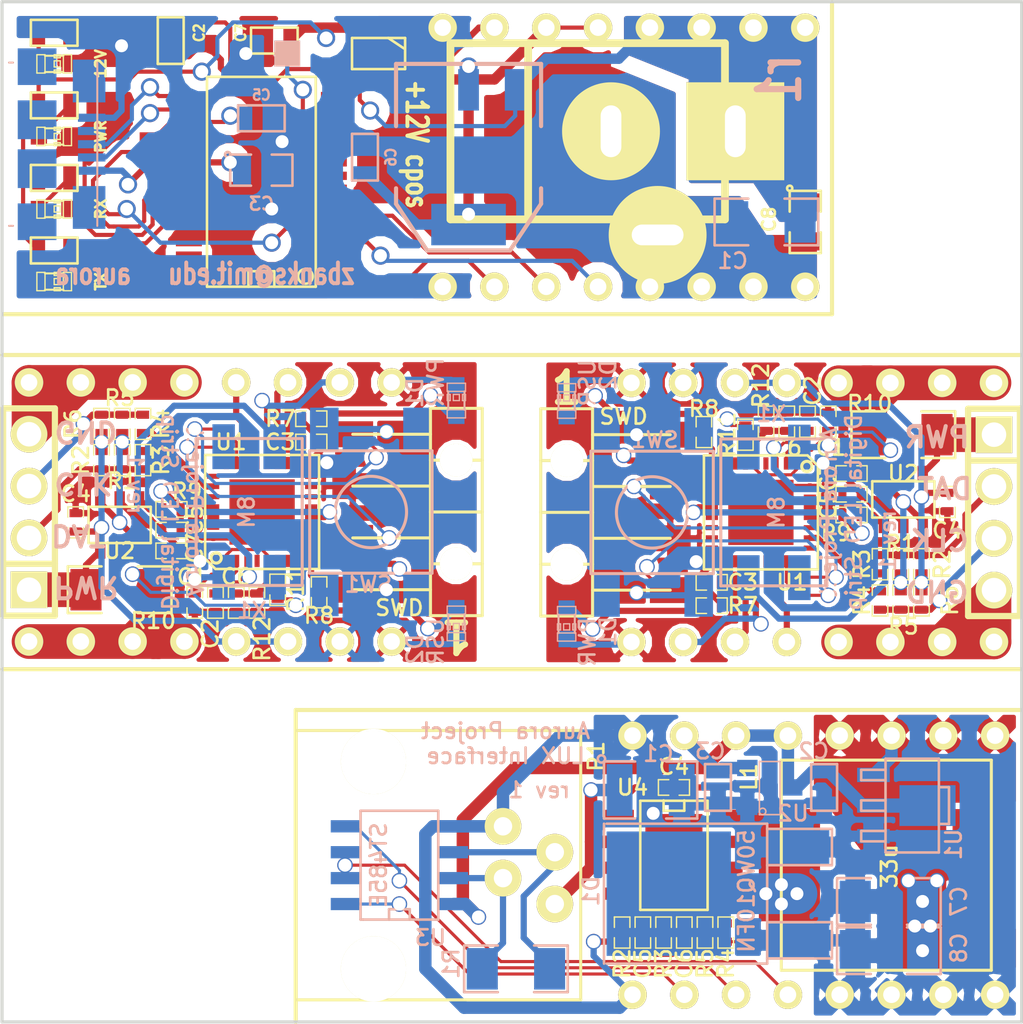
<source format=kicad_pcb>
(kicad_pcb (version 3) (host pcbnew "(2013-jul-07)-stable")
  (layers (15 F.Cu signal) (0 B.Cu signal) (18 B.Paste user) (19 F.Paste user) (20 B.SilkS user) (21 F.SilkS user) (22 B.Mask user) (23 F.Mask user) (28 Edge.Cuts user))
  (net 0 "")
  (net 1 +12V)
  (net 2 +3.3V)
  (net 3 +5V)
  (net 4 /48V)
  (net 5 /HP_GND)
  (net 6 /I_LED)
  (net 7 /LED_CLK)
  (net 8 /LED_DAT)
  (net 9 /OSC_IN)
  (net 10 /OSC_OUT)
  (net 11 /RTS)
  (net 12 /RX)
  (net 13 /SWCLK)
  (net 14 /SWDAT)
  (net 15 /TX)
  (net 16 /USR_BTN)
  (net 17 /USR_LED)
  (net 18 /V_LED)
  (net 19 GND)
  (net 20 N-0000010)
  (net 21 N-0000012)
  (net 22 N-0000013)
  (net 23 N-0000015)
  (net 24 N-0000016)
  (net 25 N-0000017)
  (net 26 N-000003)
  (net 27 N-0000033)
  (net 28 N-0000034)
  (net 29 N-0000035)
  (net 30 N-0000036)
  (net 31 N-000004)
  (net 32 N-000006)
  (net 33 N-000008)
  (net 34 N-000009)
  (net 35 N-000011)
  (net 36 N-000014)
  (net 37 N-000015)
  (net 38 N-000017)
  (net 39 N-000019)
  (net 40 N-000021)
  (net 41 N-000024)
  (net 42 N-000026)
  (net 43 N-000027)
  (net 44 N-000029)
  (net 45 N-000030)
  (net 46 VDD)
  (module Assman-6p4c (layer F.Cu) (at 165.916 154.205 270)
    (fp_text reference P1 (at -5.334 -10.922 270) (layer F.SilkS) (effects (font (size 0.762 0.762) (thickness 0.13))))
    (fp_text value "Modular Jack In" hide)
    (pad "" np_thru_hole circle (at -5.08 0 270) (size 3.2 3.2) (drill 3.2) (layers *.Cu *.Mask F.SilkS))
    (pad "" np_thru_hole circle (at 5.08 0 270) (size 3.2 3.2) (drill 3.2) (layers *.Cu *.Mask F.SilkS))
    (pad 1 thru_hole circle (at -1.905 -6.35 270) (size 1.8 1.8) (drill 0.9) (layers *.Cu *.Mask F.SilkS) (net 19 GND))
    (pad 2 thru_hole circle (at -0.635 -8.89 270) (size 1.8 1.8) (drill 0.9) (layers *.Cu *.Mask F.SilkS) (net 25 N-0000017))
    (pad 3 thru_hole circle (at 0.635 -6.35 270) (size 1.8 1.8) (drill 0.9) (layers *.Cu *.Mask F.SilkS) (net 32 N-000006))
    (pad 4 thru_hole circle (at 1.905 -8.89 270) (size 1.8 1.8) (drill 0.9) (layers *.Cu *.Mask F.SilkS) (net 4 /48V))
  )
  (module DPAK2 (layer B.Cu) (at 186.744 155.602 270)
    (fp_text reference D1 (at -0.127 10.16 270) (layer B.SilkS) (effects (font (size 0.762 0.762) (thickness 0.13)) (justify mirror)))
    (fp_text value 50WQ10FN (at -0.127 2.54 270) (layer B.SilkS) (effects (font (size 0.762 0.762) (thickness 0.13)) (justify mirror)))
    (pad 1 smd rect (at -2.286 0 270) (size 1.651 3.048) (layers B.Cu B.Paste B.Mask) (net 19 GND))
    (pad 2 smd rect (at 0 6.35 270) (size 6.096 6.096) (layers B.Cu B.Paste B.Mask) (net 24 N-0000016))
    (pad 1 smd rect (at 2.286 0 270) (size 1.651 3.048) (layers B.Cu B.Paste B.Mask) (net 19 GND))
  )
  (module SOT23 (layer B.Cu) (at 185.347 150.395 90)
    (fp_text reference U2 (at -1.27 1.143 360) (layer B.SilkS) (effects (font (size 0.762 0.762) (thickness 0.13)) (justify mirror)))
    (fp_text value AP73333 hide)
    (pad 3 smd rect (at 0 1.09982 90) (size 0.8001 1.00076) (layers B.Cu B.Paste B.Mask) (net 3 +5V))
    (pad 2 smd rect (at 0.9525 -1.09982 90) (size 0.8001 1.00076) (layers B.Cu B.Paste B.Mask) (net 2 +3.3V))
    (pad 1 smd rect (at -0.9525 -1.09982 90) (size 0.8001 1.00076) (layers B.Cu B.Paste B.Mask) (net 19 GND))
  )
  (module SO8E (layer B.Cu) (at 167.186 154.205 90)
    (fp_text reference U3 (at -3.556 1.524 180) (layer B.SilkS) (effects (font (size 0.762 0.762) (thickness 0.13)) (justify mirror)))
    (fp_text value ST485E (at 0 -1.016 90) (layer B.SilkS) (effects (font (size 0.762 0.762) (thickness 0.13)) (justify mirror)))
    (pad 8 smd rect (at -1.905 2.667 90) (size 0.59944 1.39954) (layers B.Cu B.Paste B.Mask) (net 3 +5V))
    (pad 1 smd rect (at -1.905 -2.667 90) (size 0.59944 1.39954) (layers B.Cu B.Paste B.Mask) (net 26 N-000003))
    (pad 7 smd rect (at -0.635 2.667 90) (size 0.59944 1.39954) (layers B.Cu B.Paste B.Mask) (net 32 N-000006))
    (pad 6 smd rect (at 0.635 2.667 90) (size 0.59944 1.39954) (layers B.Cu B.Paste B.Mask) (net 25 N-0000017))
    (pad 5 smd rect (at 1.905 2.667 90) (size 0.59944 1.39954) (layers B.Cu B.Paste B.Mask) (net 19 GND))
    (pad 2 smd rect (at -0.635 -2.667 90) (size 0.59944 1.39954) (layers B.Cu B.Paste B.Mask) (net 31 N-000004))
    (pad 3 smd rect (at 0.635 -2.667 90) (size 0.59944 1.39954) (layers B.Cu B.Paste B.Mask) (net 31 N-000004))
    (pad 4 smd rect (at 1.905 -2.667 90) (size 0.59944 1.39954) (layers B.Cu B.Paste B.Mask) (net 33 N-000008))
  )
  (module SO8_WITH_EP (layer F.Cu) (at 180.648 153.697 270)
    (fp_text reference U4 (at -3.302 2.032 360) (layer F.SilkS) (effects (font (size 0.762 0.762) (thickness 0.13))))
    (fp_text value TPS54360DDAR hide)
    (pad 8 smd rect (at -1.905 -2.667 270) (size 0.59944 1.39954) (layers F.Cu F.Paste F.Mask) (net 24 N-0000016))
    (pad 1 smd rect (at -1.905 2.667 270) (size 0.59944 1.39954) (layers F.Cu F.Paste F.Mask) (net 23 N-0000015))
    (pad 7 smd rect (at -0.635 -2.667 270) (size 0.59944 1.39954) (layers F.Cu F.Paste F.Mask) (net 19 GND))
    (pad 6 smd rect (at 0.635 -2.667 270) (size 0.59944 1.39954) (layers F.Cu F.Paste F.Mask) (net 22 N-0000013))
    (pad 5 smd rect (at 1.905 -2.667 270) (size 0.59944 1.39954) (layers F.Cu F.Paste F.Mask) (net 21 N-0000012))
    (pad 2 smd rect (at -0.635 2.667 270) (size 0.59944 1.39954) (layers F.Cu F.Paste F.Mask) (net 4 /48V))
    (pad 3 smd rect (at 0.635 2.667 270) (size 0.59944 1.39954) (layers F.Cu F.Paste F.Mask))
    (pad 4 smd rect (at 1.905 2.667 270) (size 0.59944 1.39954) (layers F.Cu F.Paste F.Mask) (net 20 N-0000010))
    (pad 9 smd rect (at 0 0 270) (size 4.0005 2.79908) (layers F.Cu F.Paste F.Mask) (net 19 GND))
  )
  (module SM1210 (layer B.Cu) (at 179.505 150.522)
    (fp_text reference C1 (at 0.381 -1.778) (layer B.SilkS) (effects (font (size 0.762 0.762) (thickness 0.13)) (justify mirror)))
    (fp_text value 2u2 hide)
    (pad 1 smd rect (at -1.524 0) (size 1.27 2.54) (layers B.Cu B.Paste B.Mask) (net 4 /48V))
    (pad 2 smd rect (at 1.524 0) (size 1.27 2.54) (layers B.Cu B.Paste B.Mask) (net 19 GND))
  )
  (module SM1206 (layer B.Cu) (at 172.901 159.285)
    (fp_text reference R1 (at -3.175 -0.254 90) (layer B.SilkS) (effects (font (size 0.762 0.762) (thickness 0.13)) (justify mirror)))
    (fp_text value 120R hide)
    (pad 1 smd rect (at -1.651 0) (size 1.524 2.032) (layers B.Cu B.Paste B.Mask) (net 32 N-000006))
    (pad 2 smd rect (at 1.651 0) (size 1.524 2.032) (layers B.Cu B.Paste B.Mask) (net 25 N-0000017))
  )
  (module SM1206 (layer B.Cu) (at 191.189 158.396 180)
    (fp_text reference C8 (at -3.429 0.127 270) (layer B.SilkS) (effects (font (size 0.762 0.762) (thickness 0.13)) (justify mirror)))
    (fp_text value 10u hide)
    (pad 1 smd rect (at -1.651 0 180) (size 1.524 2.032) (layers B.Cu B.Paste B.Mask) (net 1 +12V))
    (pad 2 smd rect (at 1.651 0 180) (size 1.524 2.032) (layers B.Cu B.Paste B.Mask) (net 19 GND))
  )
  (module SM1206 (layer B.Cu) (at 191.189 155.983 180)
    (fp_text reference C7 (at -3.429 0 270) (layer B.SilkS) (effects (font (size 0.762 0.762) (thickness 0.13)) (justify mirror)))
    (fp_text value 10u hide)
    (pad 1 smd rect (at -1.651 0 180) (size 1.524 2.032) (layers B.Cu B.Paste B.Mask) (net 1 +12V))
    (pad 2 smd rect (at 1.651 0 180) (size 1.524 2.032) (layers B.Cu B.Paste B.Mask) (net 19 GND))
  )
  (module SM0603 (layer B.Cu) (at 188.014 150.395 270)
    (fp_text reference C2 (at -1.778 0.508 360) (layer B.SilkS) (effects (font (size 0.762 0.762) (thickness 0.13)) (justify mirror)))
    (fp_text value 2u2 hide)
    (pad 1 smd rect (at -0.762 0 270) (size 0.635 1.143) (layers B.Cu B.Paste B.Mask) (net 3 +5V))
    (pad 2 smd rect (at 0.762 0 270) (size 0.635 1.143) (layers B.Cu B.Paste B.Mask) (net 19 GND))
  )
  (module SM0603 (layer B.Cu) (at 182.807 150.395 270)
    (fp_text reference C3 (at -1.778 0.381 360) (layer B.SilkS) (effects (font (size 0.762 0.762) (thickness 0.13)) (justify mirror)))
    (fp_text value 1u hide)
    (pad 1 smd rect (at -0.762 0 270) (size 0.635 1.143) (layers B.Cu B.Paste B.Mask) (net 2 +3.3V))
    (pad 2 smd rect (at 0.762 0 270) (size 0.635 1.143) (layers B.Cu B.Paste B.Mask) (net 19 GND))
  )
  (module SM0402 (layer F.Cu) (at 182.172 157.507 270)
    (fp_text reference R5 (at 1.524 0 270) (layer F.SilkS) (effects (font (size 0.762 0.762) (thickness 0.13))))
    (fp_text value 10k2 hide)
    (pad 1 smd rect (at -0.44958 0 270) (size 0.39878 0.59944) (layers F.Cu F.Paste F.Mask) (net 21 N-0000012))
    (pad 2 smd rect (at 0.44958 0 270) (size 0.39878 0.59944) (layers F.Cu F.Paste F.Mask) (net 19 GND))
  )
  (module SM0402 (layer F.Cu) (at 183.188 157.507 90)
    (fp_text reference R4 (at -1.524 0 90) (layer F.SilkS) (effects (font (size 0.762 0.762) (thickness 0.13))))
    (fp_text value 143k hide)
    (pad 1 smd rect (at -0.44958 0 90) (size 0.39878 0.59944) (layers F.Cu F.Paste F.Mask) (net 1 +12V))
    (pad 2 smd rect (at 0.44958 0 90) (size 0.39878 0.59944) (layers F.Cu F.Paste F.Mask) (net 21 N-0000012))
  )
  (module SM0402 (layer F.Cu) (at 178.108 157.507 270)
    (fp_text reference R2 (at 1.524 0 270) (layer F.SilkS) (effects (font (size 0.762 0.762) (thickness 0.13))))
    (fp_text value 221k hide)
    (pad 1 smd rect (at -0.44958 0 270) (size 0.39878 0.59944) (layers F.Cu F.Paste F.Mask) (net 20 N-0000010))
    (pad 2 smd rect (at 0.44958 0 270) (size 0.39878 0.59944) (layers F.Cu F.Paste F.Mask) (net 19 GND))
  )
  (module SM0402 (layer F.Cu) (at 181.156 157.507 270)
    (fp_text reference C6 (at 1.524 0 270) (layer F.SilkS) (effects (font (size 0.762 0.762) (thickness 0.13))))
    (fp_text value 120p hide)
    (pad 1 smd rect (at -0.44958 0 270) (size 0.39878 0.59944) (layers F.Cu F.Paste F.Mask) (net 22 N-0000013))
    (pad 2 smd rect (at 0.44958 0 270) (size 0.39878 0.59944) (layers F.Cu F.Paste F.Mask) (net 19 GND))
  )
  (module SM0402 (layer F.Cu) (at 179.124 157.507 270)
    (fp_text reference C5 (at 1.524 0 270) (layer F.SilkS) (effects (font (size 0.762 0.762) (thickness 0.13))))
    (fp_text value 5n6 hide)
    (pad 1 smd rect (at -0.44958 0 270) (size 0.39878 0.59944) (layers F.Cu F.Paste F.Mask) (net 34 N-000009))
    (pad 2 smd rect (at 0.44958 0 270) (size 0.39878 0.59944) (layers F.Cu F.Paste F.Mask) (net 19 GND))
  )
  (module SM0402 (layer F.Cu) (at 180.14 157.507 270)
    (fp_text reference R3 (at 1.524 0 270) (layer F.SilkS) (effects (font (size 0.762 0.762) (thickness 0.13))))
    (fp_text value 6K19 hide)
    (pad 1 smd rect (at -0.44958 0 270) (size 0.39878 0.59944) (layers F.Cu F.Paste F.Mask) (net 22 N-0000013))
    (pad 2 smd rect (at 0.44958 0 270) (size 0.39878 0.59944) (layers F.Cu F.Paste F.Mask) (net 34 N-000009))
  )
  (module SM0402 (layer F.Cu) (at 180.648 150.395)
    (fp_text reference C4 (at 0 -1.016) (layer F.SilkS) (effects (font (size 0.762 0.762) (thickness 0.13))))
    (fp_text value 100n hide)
    (pad 1 smd rect (at -0.44958 0) (size 0.39878 0.59944) (layers F.Cu F.Paste F.Mask) (net 23 N-0000015))
    (pad 2 smd rect (at 0.44958 0) (size 0.39878 0.59944) (layers F.Cu F.Paste F.Mask) (net 24 N-0000016))
  )
  (module MSS1210 (layer F.Cu) (at 191.062 154.205 270)
    (fp_text reference L1 (at -4.318 6.731 270) (layer F.SilkS) (effects (font (size 0.762 0.762) (thickness 0.13))))
    (fp_text value 33u (at 0.05 -0.15 270) (layer F.SilkS) (effects (font (size 0.762 0.762) (thickness 0.13))))
    (pad 1 smd rect (at 0 4.75 270) (size 5.5 3) (layers F.Cu F.Paste F.Mask) (net 24 N-0000016))
    (pad 2 smd rect (at 0 -4.75 270) (size 5.5 3) (layers F.Cu F.Paste F.Mask) (net 1 +12V))
  )
  (module AURORA_CARD (layer F.Cu) (at 187.506 154.205)
    (fp_text reference CONN1 hide)
    (fp_text value AURORA_CARD hide)
    (pad 1 thru_hole circle (at -8.89 6.35) (size 1.397 1.397) (drill 0.8128) (layers *.Cu *.Mask F.SilkS) (net 19 GND))
    (pad 2 thru_hole circle (at -6.35 6.35) (size 1.397 1.397) (drill 0.8128) (layers *.Cu *.Mask F.SilkS) (net 26 N-000003))
    (pad 3 thru_hole circle (at -3.81 6.35) (size 1.397 1.397) (drill 0.8128) (layers *.Cu *.Mask F.SilkS) (net 33 N-000008))
    (pad 4 thru_hole circle (at -1.27 6.35) (size 1.397 1.397) (drill 0.8128) (layers *.Cu *.Mask F.SilkS) (net 31 N-000004))
    (pad 5 thru_hole circle (at 1.27 6.35) (size 1.397 1.397) (drill 0.8128) (layers *.Cu *.Mask F.SilkS) (net 19 GND))
    (pad 6 thru_hole circle (at 3.81 6.35) (size 1.397 1.397) (drill 0.8128) (layers *.Cu *.Mask F.SilkS) (net 19 GND))
    (pad 7 thru_hole circle (at 6.35 6.35) (size 1.397 1.397) (drill 0.8128) (layers *.Cu *.Mask F.SilkS) (net 19 GND))
    (pad 8 thru_hole circle (at 8.89 6.35) (size 1.397 1.397) (drill 0.8128) (layers *.Cu *.Mask F.SilkS) (net 19 GND))
    (pad 9 thru_hole circle (at 8.89 -6.35) (size 1.397 1.397) (drill 0.8128) (layers *.Cu *.Mask F.SilkS) (net 1 +12V))
    (pad 10 thru_hole circle (at 6.35 -6.35) (size 1.397 1.397) (drill 0.8128) (layers *.Cu *.Mask F.SilkS) (net 1 +12V))
    (pad 11 thru_hole circle (at 3.81 -6.35) (size 1.397 1.397) (drill 0.8128) (layers *.Cu *.Mask F.SilkS) (net 1 +12V))
    (pad 12 thru_hole circle (at 1.27 -6.35) (size 1.397 1.397) (drill 0.8128) (layers *.Cu *.Mask F.SilkS) (net 1 +12V))
    (pad 13 thru_hole circle (at -1.27 -6.35) (size 1.397 1.397) (drill 0.8128) (layers *.Cu *.Mask F.SilkS) (net 3 +5V))
    (pad 14 thru_hole circle (at -3.81 -6.35) (size 1.397 1.397) (drill 0.8128) (layers *.Cu *.Mask F.SilkS) (net 3 +5V))
    (pad 15 thru_hole circle (at -6.35 -6.35) (size 1.397 1.397) (drill 0.8128) (layers *.Cu *.Mask F.SilkS) (net 2 +3.3V))
    (pad 16 thru_hole circle (at -8.89 -6.35) (size 1.397 1.397) (drill 0.8128) (layers *.Cu *.Mask F.SilkS) (net 19 GND))
  )
  (module sot89 (layer B.Cu) (at 192.332 151.284 90)
    (fp_text reference U1 (at -1.905 2.032 90) (layer B.SilkS) (effects (font (size 0.762 0.762) (thickness 0.13)) (justify mirror)))
    (fp_text value LD1117 hide)
    (pad 1 smd rect (at -1.50114 -1.89992 90) (size 0.70104 1.6002) (layers B.Cu B.Paste B.Mask) (net 19 GND))
    (pad 2 smd rect (at 0 -1.651 90) (size 0.70104 2.10058) (layers B.Cu B.Paste B.Mask) (net 3 +5V))
    (pad 3 smd rect (at 1.50114 -1.89992 90) (size 0.70104 1.6002) (layers B.Cu B.Paste B.Mask) (net 1 +12V))
    (pad 2 smd rect (at 0 0.7493 90) (size 1.99898 2.75082) (layers B.Cu B.Paste B.Mask) (net 3 +5V))
  )
  (module QFN32-5x5 (layer F.Cu) (at 184.912 136.914 270)
    (fp_text reference U1 (at 3.429 -1.524 360) (layer F.SilkS) (effects (font (size 0.762 0.762) (thickness 0.13))))
    (fp_text value STM32F051K8U8 hide)
    (pad 1 smd rect (at -2.39776 -1.74752 270) (size 0.59944 0.24892) (layers F.Cu F.Paste F.Mask) (net 2 +3.3V))
    (pad 2 smd rect (at -2.39776 -1.24714 270) (size 0.59944 0.24892) (layers F.Cu F.Paste F.Mask) (net 9 /OSC_IN))
    (pad 3 smd rect (at -2.39776 -0.74676 270) (size 0.59944 0.24892) (layers F.Cu F.Paste F.Mask) (net 10 /OSC_OUT))
    (pad 4 smd rect (at -2.39776 -0.24638 270) (size 0.59944 0.24892) (layers F.Cu F.Paste F.Mask))
    (pad 5 smd rect (at -2.39776 0.25146 270) (size 0.59944 0.24892) (layers F.Cu F.Paste F.Mask) (net 2 +3.3V))
    (pad 6 smd rect (at -2.39776 0.75184 270) (size 0.59944 0.24892) (layers F.Cu F.Paste F.Mask) (net 18 /V_LED))
    (pad 7 smd rect (at -2.39776 1.25222 270) (size 0.59944 0.24892) (layers F.Cu F.Paste F.Mask))
    (pad 8 smd rect (at -2.39776 1.7526 270) (size 0.59944 0.24892) (layers F.Cu F.Paste F.Mask))
    (pad 13 smd rect (at 0.24892 2.40284 270) (size 0.24892 0.59944) (layers F.Cu F.Paste F.Mask))
    (pad 14 smd rect (at 0.74676 2.40284 270) (size 0.24892 0.59944) (layers F.Cu F.Paste F.Mask))
    (pad 15 smd rect (at 1.24714 2.40284 270) (size 0.24892 0.59944) (layers F.Cu F.Paste F.Mask))
    (pad 16 smd rect (at 1.74752 2.40284 270) (size 0.24892 0.59944) (layers F.Cu F.Paste F.Mask))
    (pad 33 smd rect (at 0 0 270) (size 3.2 3.2) (layers F.Cu F.Paste F.Mask) (net 19 GND))
    (pad 9 smd rect (at -1.75006 2.40284 270) (size 0.24892 0.59944) (layers F.Cu F.Paste F.Mask) (net 17 /USR_LED))
    (pad 10 smd rect (at -1.24968 2.40284 270) (size 0.24892 0.59944) (layers F.Cu F.Paste F.Mask) (net 16 /USR_BTN))
    (pad 11 smd rect (at -0.7493 2.40284 270) (size 0.24892 0.59944) (layers F.Cu F.Paste F.Mask))
    (pad 12 smd rect (at -0.25146 2.40284 270) (size 0.24892 0.59944) (layers F.Cu F.Paste F.Mask) (net 6 /I_LED))
    (pad 17 smd rect (at 2.39776 1.74752 270) (size 0.59944 0.24892) (layers F.Cu F.Paste F.Mask) (net 2 +3.3V))
    (pad 18 smd rect (at 2.4003 1.24714 270) (size 0.59944 0.24892) (layers F.Cu F.Paste F.Mask))
    (pad 19 smd rect (at 2.4003 0.7493 270) (size 0.59944 0.24892) (layers F.Cu F.Paste F.Mask) (net 15 /TX))
    (pad 20 smd rect (at 2.4003 0.24892 270) (size 0.59944 0.24892) (layers F.Cu F.Paste F.Mask) (net 12 /RX))
    (pad 21 smd rect (at 2.4003 -0.25146 270) (size 0.59944 0.24892) (layers F.Cu F.Paste F.Mask))
    (pad 22 smd rect (at 2.4003 -0.75184 270) (size 0.59944 0.24892) (layers F.Cu F.Paste F.Mask) (net 11 /RTS))
    (pad 23 smd rect (at 2.4003 -1.25222 270) (size 0.59944 0.24892) (layers F.Cu F.Paste F.Mask) (net 14 /SWDAT))
    (pad 24 smd rect (at 2.4003 -1.7526 270) (size 0.59944 0.24892) (layers F.Cu F.Paste F.Mask) (net 13 /SWCLK))
    (pad 25 smd rect (at 1.75006 -2.4003 270) (size 0.24892 0.59944) (layers F.Cu F.Paste F.Mask))
    (pad 26 smd rect (at 1.24968 -2.4003 270) (size 0.24892 0.59944) (layers F.Cu F.Paste F.Mask) (net 34 N-000009))
    (pad 27 smd rect (at 0.7493 -2.4003 270) (size 0.24892 0.59944) (layers F.Cu F.Paste F.Mask))
    (pad 28 smd rect (at 0.25146 -2.4003 270) (size 0.24892 0.59944) (layers F.Cu F.Paste F.Mask) (net 20 N-0000010))
    (pad 29 smd rect (at -0.24892 -2.4003 270) (size 0.24892 0.59944) (layers F.Cu F.Paste F.Mask))
    (pad 30 smd rect (at -0.7493 -2.4003 270) (size 0.24892 0.59944) (layers F.Cu F.Paste F.Mask))
    (pad 31 smd rect (at -1.24968 -2.4003 270) (size 0.24892 0.59944) (layers F.Cu F.Paste F.Mask) (net 19 GND))
    (pad 32 smd rect (at -1.75006 -2.4003 270) (size 0.24892 0.59944) (layers F.Cu F.Paste F.Mask))
  )
  (module SIL-4 (layer F.Cu) (at 196.342 136.914 270)
    (fp_text reference P1 hide)
    (fp_text value STRIP hide)
    (pad 1 thru_hole rect (at -3.81 0 270) (size 1.8 1.8) (drill 1.2) (layers *.Cu *.Mask F.SilkS) (net 28 N-0000034))
    (pad 2 thru_hole circle (at -1.27 0 270) (size 1.8 1.8) (drill 1.2) (layers *.Cu *.Mask F.SilkS) (net 8 /LED_DAT))
    (pad 3 thru_hole circle (at 1.27 0 270) (size 1.8 1.8) (drill 1.2) (layers *.Cu *.Mask F.SilkS) (net 7 /LED_CLK))
    (pad 4 thru_hole circle (at 3.81 0 270) (size 1.8 1.8) (drill 1.2) (layers *.Cu *.Mask F.SilkS) (net 5 /HP_GND))
  )
  (module TACT-SW-SMD (layer B.Cu) (at 179.578 136.914)
    (fp_text reference SW1 (at 0.127 -3.556) (layer B.SilkS) (effects (font (size 0.762 0.762) (thickness 0.13)) (justify mirror)))
    (fp_text value TACT hide)
    (pad 1 smd rect (at 2.286 4.064) (size 1.4 2.1) (layers B.Cu B.Paste B.Mask) (net 19 GND))
    (pad 2 smd rect (at 2.286 -4.064) (size 1.4 2.1) (layers B.Cu B.Paste B.Mask))
    (pad 3 smd rect (at -2.286 4.064) (size 1.4 2.1) (layers B.Cu B.Paste B.Mask))
    (pad 4 smd rect (at -2.286 -4.064) (size 1.4 2.1) (layers B.Cu B.Paste B.Mask) (net 16 /USR_BTN))
  )
  (module SOT23-5 (layer F.Cu) (at 191.897 136.279)
    (fp_text reference U2 (at 0 -1.27) (layer F.SilkS) (effects (font (size 0.762 0.762) (thickness 0.13))))
    (fp_text value TSC888B hide)
    (pad 1 smd rect (at -0.9525 1.27) (size 0.508 0.762) (layers F.Cu F.Paste F.Mask) (net 27 N-0000033))
    (pad 3 smd rect (at 0.9525 1.27) (size 0.508 0.762) (layers F.Cu F.Paste F.Mask) (net 1 +12V))
    (pad 5 smd rect (at -0.9525 -1.27) (size 0.508 0.762) (layers F.Cu F.Paste F.Mask) (net 1 +12V))
    (pad 2 smd rect (at 0 1.27) (size 0.508 0.762) (layers F.Cu F.Paste F.Mask) (net 19 GND))
    (pad 4 smd rect (at 0.9525 -1.27) (size 0.508 0.762) (layers F.Cu F.Paste F.Mask) (net 28 N-0000034))
  )
  (module SM1206 (layer F.Cu) (at 191.897 133.104)
    (fp_text reference R10 (at -1.651 -1.524) (layer F.SilkS) (effects (font (size 0.762 0.762) (thickness 0.13))))
    (fp_text value 10m hide)
    (pad 1 smd rect (at -1.651 0) (size 1.524 2.032) (layers F.Cu F.Paste F.Mask) (net 1 +12V))
    (pad 2 smd rect (at 1.651 0) (size 1.524 2.032) (layers F.Cu F.Paste F.Mask) (net 28 N-0000034))
  )
  (module SM0402 (layer F.Cu) (at 189.357 137.041)
    (fp_text reference R9 (at -0.762 0.889) (layer F.SilkS) (effects (font (size 0.762 0.762) (thickness 0.13))))
    (fp_text value 1M hide)
    (pad 1 smd rect (at -0.44958 0) (size 0.39878 0.59944) (layers F.Cu F.Paste F.Mask) (net 6 /I_LED))
    (pad 2 smd rect (at 0.44958 0) (size 0.39878 0.59944) (layers F.Cu F.Paste F.Mask) (net 27 N-0000033))
  )
  (module SM0402 (layer F.Cu) (at 185.166 132.469 90)
    (fp_text reference R12 (at 1.778 -0.254 90) (layer F.SilkS) (effects (font (size 0.762 0.762) (thickness 0.13))))
    (fp_text value 1M hide)
    (pad 1 smd rect (at -0.44958 0 90) (size 0.39878 0.59944) (layers F.Cu F.Paste F.Mask) (net 18 /V_LED))
    (pad 2 smd rect (at 0.44958 0 90) (size 0.39878 0.59944) (layers F.Cu F.Paste F.Mask) (net 19 GND))
  )
  (module SM0402 (layer F.Cu) (at 184.15 133.104 270)
    (fp_text reference R11 (at 0 0.889 270) (layer F.SilkS) (effects (font (size 0.762 0.762) (thickness 0.13))))
    (fp_text value 4M7 hide)
    (pad 1 smd rect (at -0.44958 0 270) (size 0.39878 0.59944) (layers F.Cu F.Paste F.Mask) (net 1 +12V))
    (pad 2 smd rect (at 0.44958 0 270) (size 0.39878 0.59944) (layers F.Cu F.Paste F.Mask) (net 18 /V_LED))
  )
  (module SM0402 (layer F.Cu) (at 189.357 135.009 180)
    (fp_text reference C7 (at 1.143 -0.127 270) (layer F.SilkS) (effects (font (size 0.762 0.762) (thickness 0.13))))
    (fp_text value 100n hide)
    (pad 1 smd rect (at -0.44958 0 180) (size 0.39878 0.59944) (layers F.Cu F.Paste F.Mask) (net 1 +12V))
    (pad 2 smd rect (at 0.44958 0 180) (size 0.39878 0.59944) (layers F.Cu F.Paste F.Mask) (net 19 GND))
  )
  (module SM0402 (layer F.Cu) (at 189.357 136.025)
    (fp_text reference C5 (at -1.143 0.508 90) (layer F.SilkS) (effects (font (size 0.762 0.762) (thickness 0.13))))
    (fp_text value 1n hide)
    (pad 1 smd rect (at -0.44958 0) (size 0.39878 0.59944) (layers F.Cu F.Paste F.Mask) (net 6 /I_LED))
    (pad 2 smd rect (at 0.44958 0) (size 0.39878 0.59944) (layers F.Cu F.Paste F.Mask) (net 19 GND))
  )
  (module SM0402 (layer F.Cu) (at 186.182 132.469 90)
    (fp_text reference C6 (at -1.27 0 180) (layer F.SilkS) (effects (font (size 0.762 0.762) (thickness 0.13))))
    (fp_text value 1n hide)
    (pad 1 smd rect (at -0.44958 0 90) (size 0.39878 0.59944) (layers F.Cu F.Paste F.Mask) (net 18 /V_LED))
    (pad 2 smd rect (at 0.44958 0 90) (size 0.39878 0.59944) (layers F.Cu F.Paste F.Mask) (net 19 GND))
  )
  (module SM0402 (layer F.Cu) (at 194.056 136.406 270)
    (fp_text reference C4 (at 1.397 0 360) (layer F.SilkS) (effects (font (size 0.762 0.762) (thickness 0.13))))
    (fp_text value 100n hide)
    (pad 1 smd rect (at -0.44958 0 270) (size 0.39878 0.59944) (layers F.Cu F.Paste F.Mask) (net 3 +5V))
    (pad 2 smd rect (at 0.44958 0 270) (size 0.39878 0.59944) (layers F.Cu F.Paste F.Mask) (net 19 GND))
  )
  (module SM0402 (layer F.Cu) (at 182.499 140.343)
    (fp_text reference C3 (at 1.524 0) (layer F.SilkS) (effects (font (size 0.762 0.762) (thickness 0.13))))
    (fp_text value 100n hide)
    (pad 1 smd rect (at -0.44958 0) (size 0.39878 0.59944) (layers F.Cu F.Paste F.Mask) (net 2 +3.3V))
    (pad 2 smd rect (at 0.44958 0) (size 0.39878 0.59944) (layers F.Cu F.Paste F.Mask) (net 19 GND))
  )
  (module SM0402 (layer F.Cu) (at 188.214 132.469 90)
    (fp_text reference C1 (at -1.27 0.127 180) (layer F.SilkS) (effects (font (size 0.762 0.762) (thickness 0.13))))
    (fp_text value 10p hide)
    (pad 1 smd rect (at -0.44958 0 90) (size 0.39878 0.59944) (layers F.Cu F.Paste F.Mask) (net 9 /OSC_IN))
    (pad 2 smd rect (at 0.44958 0 90) (size 0.39878 0.59944) (layers F.Cu F.Paste F.Mask) (net 19 GND))
  )
  (module SM0402 (layer F.Cu) (at 182.499 141.486)
    (fp_text reference R7 (at 1.524 0) (layer F.SilkS) (effects (font (size 0.762 0.762) (thickness 0.13))))
    (fp_text value 330R hide)
    (pad 1 smd rect (at -0.44958 0) (size 0.39878 0.59944) (layers F.Cu F.Paste F.Mask) (net 29 N-0000035))
    (pad 2 smd rect (at 0.44958 0) (size 0.39878 0.59944) (layers F.Cu F.Paste F.Mask) (net 2 +3.3V))
  )
  (module SM0402 (layer F.Cu) (at 182.118 132.977 270)
    (fp_text reference R8 (at -1.143 0 360) (layer F.SilkS) (effects (font (size 0.762 0.762) (thickness 0.13))))
    (fp_text value 330R hide)
    (pad 1 smd rect (at -0.44958 0 270) (size 0.39878 0.59944) (layers F.Cu F.Paste F.Mask) (net 30 N-0000036))
    (pad 2 smd rect (at 0.44958 0 270) (size 0.39878 0.59944) (layers F.Cu F.Paste F.Mask) (net 17 /USR_LED))
  )
  (module SM0402 (layer F.Cu) (at 187.198 132.469 90)
    (fp_text reference C2 (at 1.524 0.254 90) (layer F.SilkS) (effects (font (size 0.762 0.762) (thickness 0.13))))
    (fp_text value 10p hide)
    (pad 1 smd rect (at -0.44958 0 90) (size 0.39878 0.59944) (layers F.Cu F.Paste F.Mask) (net 10 /OSC_OUT))
    (pad 2 smd rect (at 0.44958 0 90) (size 0.39878 0.59944) (layers F.Cu F.Paste F.Mask) (net 19 GND))
  )
  (module AURORA_CARD (layer F.Cu) (at 187.452 136.914)
    (fp_text reference CONN1 hide)
    (fp_text value AURORA_CARD hide)
    (pad 1 thru_hole circle (at -8.89 6.35) (size 1.397 1.397) (drill 0.8128) (layers *.Cu *.Mask F.SilkS) (net 19 GND))
    (pad 2 thru_hole circle (at -6.35 6.35) (size 1.397 1.397) (drill 0.8128) (layers *.Cu *.Mask F.SilkS) (net 12 /RX))
    (pad 3 thru_hole circle (at -3.81 6.35) (size 1.397 1.397) (drill 0.8128) (layers *.Cu *.Mask F.SilkS) (net 15 /TX))
    (pad 4 thru_hole circle (at -1.27 6.35) (size 1.397 1.397) (drill 0.8128) (layers *.Cu *.Mask F.SilkS) (net 11 /RTS))
    (pad 5 thru_hole circle (at 1.27 6.35) (size 1.397 1.397) (drill 0.8128) (layers *.Cu *.Mask F.SilkS) (net 5 /HP_GND))
    (pad 6 thru_hole circle (at 3.81 6.35) (size 1.397 1.397) (drill 0.8128) (layers *.Cu *.Mask F.SilkS) (net 5 /HP_GND))
    (pad 7 thru_hole circle (at 6.35 6.35) (size 1.397 1.397) (drill 0.8128) (layers *.Cu *.Mask F.SilkS) (net 5 /HP_GND))
    (pad 8 thru_hole circle (at 8.89 6.35) (size 1.397 1.397) (drill 0.8128) (layers *.Cu *.Mask F.SilkS) (net 5 /HP_GND))
    (pad 9 thru_hole circle (at 8.89 -6.35) (size 1.397 1.397) (drill 0.8128) (layers *.Cu *.Mask F.SilkS) (net 1 +12V))
    (pad 10 thru_hole circle (at 6.35 -6.35) (size 1.397 1.397) (drill 0.8128) (layers *.Cu *.Mask F.SilkS) (net 1 +12V))
    (pad 11 thru_hole circle (at 3.81 -6.35) (size 1.397 1.397) (drill 0.8128) (layers *.Cu *.Mask F.SilkS) (net 1 +12V))
    (pad 12 thru_hole circle (at 1.27 -6.35) (size 1.397 1.397) (drill 0.8128) (layers *.Cu *.Mask F.SilkS) (net 1 +12V))
    (pad 13 thru_hole circle (at -1.27 -6.35) (size 1.397 1.397) (drill 0.8128) (layers *.Cu *.Mask F.SilkS) (net 3 +5V))
    (pad 14 thru_hole circle (at -3.81 -6.35) (size 1.397 1.397) (drill 0.8128) (layers *.Cu *.Mask F.SilkS) (net 3 +5V))
    (pad 15 thru_hole circle (at -6.35 -6.35) (size 1.397 1.397) (drill 0.8128) (layers *.Cu *.Mask F.SilkS) (net 2 +3.3V))
    (pad 16 thru_hole circle (at -8.89 -6.35) (size 1.397 1.397) (drill 0.8128) (layers *.Cu *.Mask F.SilkS) (net 19 GND))
  )
  (module CX5 (layer B.Cu) (at 185.547 136.914 270)
    (fp_text reference X1 (at -4.826 0.127 360) (layer B.SilkS) (effects (font (size 0.762 0.762) (thickness 0.13)) (justify mirror)))
    (fp_text value 8M (at 0 -0.127 270) (layer B.SilkS) (effects (font (size 0.762 0.762) (thickness 0.13)) (justify mirror)))
    (pad 1 smd rect (at -3.2 -1.25 180) (size 1.1 2.2) (layers B.Cu B.Paste B.Mask) (net 9 /OSC_IN))
    (pad 4 smd rect (at 3.2 -1.25 180) (size 1.1 2.2) (layers B.Cu B.Paste B.Mask))
    (pad 2 smd rect (at 3.2 1.25 180) (size 1.1 2.2) (layers B.Cu B.Paste B.Mask) (net 10 /OSC_OUT))
    (pad 3 smd rect (at -3.2 1.25 180) (size 1.1 2.2) (layers B.Cu B.Paste B.Mask))
  )
  (module SM0402 (layer F.Cu) (at 191.77 139.454 270)
    (fp_text reference R1 (at -1.016 0 360) (layer F.SilkS) (effects (font (size 0.762 0.762) (thickness 0.13))))
    (fp_text value 1K hide)
    (pad 1 smd rect (at -0.44958 0 270) (size 0.39878 0.59944) (layers F.Cu F.Paste F.Mask) (net 8 /LED_DAT))
    (pad 2 smd rect (at 0.44958 0 270) (size 0.39878 0.59944) (layers F.Cu F.Paste F.Mask) (net 1 +12V))
  )
  (module SM0402 (layer F.Cu) (at 190.754 141.232 90)
    (fp_text reference R4 (at 0 -0.889 90) (layer F.SilkS) (effects (font (size 0.762 0.762) (thickness 0.13))))
    (fp_text value 0 hide)
    (pad 1 smd rect (at -0.44958 0 90) (size 0.39878 0.59944) (layers F.Cu F.Paste F.Mask) (net 7 /LED_CLK))
    (pad 2 smd rect (at 0.44958 0 90) (size 0.39878 0.59944) (layers F.Cu F.Paste F.Mask) (net 34 N-000009))
  )
  (module SM0402 (layer F.Cu) (at 190.754 139.454 270)
    (fp_text reference R3 (at 0 0.889 270) (layer F.SilkS) (effects (font (size 0.762 0.762) (thickness 0.13))))
    (fp_text value 0 hide)
    (pad 1 smd rect (at -0.44958 0 270) (size 0.39878 0.59944) (layers F.Cu F.Paste F.Mask) (net 8 /LED_DAT))
    (pad 2 smd rect (at 0.44958 0 270) (size 0.39878 0.59944) (layers F.Cu F.Paste F.Mask) (net 20 N-0000010))
  )
  (module SM0402 (layer F.Cu) (at 192.786 139.454 270)
    (fp_text reference R2 (at 0 -1.016 270) (layer F.SilkS) (effects (font (size 0.762 0.762) (thickness 0.13))))
    (fp_text value 1K hide)
    (pad 1 smd rect (at -0.44958 0 270) (size 0.39878 0.59944) (layers F.Cu F.Paste F.Mask) (net 8 /LED_DAT))
    (pad 2 smd rect (at 0.44958 0 270) (size 0.39878 0.59944) (layers F.Cu F.Paste F.Mask) (net 3 +5V))
  )
  (module SM0402 (layer F.Cu) (at 192.786 141.232 90)
    (fp_text reference R6 (at 0 1.397 90) (layer F.SilkS) (effects (font (size 0.762 0.762) (thickness 0.13))))
    (fp_text value 1K hide)
    (pad 1 smd rect (at -0.44958 0 90) (size 0.39878 0.59944) (layers F.Cu F.Paste F.Mask) (net 7 /LED_CLK))
    (pad 2 smd rect (at 0.44958 0 90) (size 0.39878 0.59944) (layers F.Cu F.Paste F.Mask) (net 3 +5V))
  )
  (module SM0402 (layer F.Cu) (at 191.77 141.232 270)
    (fp_text reference R5 (at 1.27 -0.127 360) (layer F.SilkS) (effects (font (size 0.762 0.762) (thickness 0.13))))
    (fp_text value 1K hide)
    (pad 1 smd rect (at -0.44958 0 270) (size 0.39878 0.59944) (layers F.Cu F.Paste F.Mask) (net 1 +12V))
    (pad 2 smd rect (at 0.44958 0 270) (size 0.39878 0.59944) (layers F.Cu F.Paste F.Mask) (net 7 /LED_CLK))
  )
  (module SMD-HDR-4 (layer F.Cu) (at 180.467 136.914 270)
    (fp_text reference P2 hide)
    (fp_text value SWD (at -4.699 2.286 360) (layer F.SilkS) (effects (font (size 0.762 0.762) (thickness 0.13))))
    (pad 1 smd rect (at -3.81 0 270) (size 1.27 2) (layers F.Cu F.Paste F.Mask) (net 2 +3.3V))
    (pad 2 smd rect (at -1.27 0 270) (size 1.27 2) (layers F.Cu F.Paste F.Mask) (net 13 /SWCLK))
    (pad 3 smd rect (at 1.27 0 270) (size 1.27 2) (layers F.Cu F.Paste F.Mask) (net 19 GND))
    (pad 4 smd rect (at 3.81 0 270) (size 1.27 2) (layers F.Cu F.Paste F.Mask) (net 14 /SWDAT))
    (pad "" np_thru_hole circle (at -2.54 5.07 270) (size 1.6 1.6) (drill 1.6) (layers *.Cu *.Mask F.SilkS))
    (pad "" np_thru_hole circle (at 2.54 5.07 270) (size 1.6 1.6) (drill 1.6) (layers *.Cu *.Mask F.SilkS))
  )
  (module LED-0603 (layer B.Cu) (at 175.387 131.453 90)
    (fp_text reference D2 (at 1.27 2.032 90) (layer B.SilkS) (effects (font (size 0.762 0.762) (thickness 0.13)) (justify mirror)))
    (fp_text value USR (at 0.889 1.016 90) (layer B.SilkS) (effects (font (size 0.762 0.762) (thickness 0.13)) (justify mirror)))
    (pad 1 smd rect (at -0.7493 0 90) (size 0.79756 0.79756) (layers B.Cu B.Paste B.Mask) (net 30 N-0000036))
    (pad 2 smd rect (at 0.7493 0 90) (size 0.79756 0.79756) (layers B.Cu B.Paste B.Mask) (net 19 GND))
  )
  (module LED-0603 (layer B.Cu) (at 175.387 142.375 270)
    (fp_text reference D1 (at 0.381 -2.032 270) (layer B.SilkS) (effects (font (size 0.762 0.762) (thickness 0.13)) (justify mirror)))
    (fp_text value PWR (at 0.889 -1.016 270) (layer B.SilkS) (effects (font (size 0.762 0.762) (thickness 0.13)) (justify mirror)))
    (pad 1 smd rect (at -0.7493 0 270) (size 0.79756 0.79756) (layers B.Cu B.Paste B.Mask) (net 29 N-0000035))
    (pad 2 smd rect (at 0.7493 0 270) (size 0.79756 0.79756) (layers B.Cu B.Paste B.Mask) (net 19 GND))
  )
  (module QFN32-5x5 (layer F.Cu) (at 160.453 136.894 90)
    (fp_text reference U1 (at 3.429 -1.524 180) (layer F.SilkS) (effects (font (size 0.762 0.762) (thickness 0.13))))
    (fp_text value STM32F051K8U8 hide)
    (pad 1 smd rect (at -2.39776 -1.74752 90) (size 0.59944 0.24892) (layers F.Cu F.Paste F.Mask) (net 2 +3.3V))
    (pad 2 smd rect (at -2.39776 -1.24714 90) (size 0.59944 0.24892) (layers F.Cu F.Paste F.Mask) (net 9 /OSC_IN))
    (pad 3 smd rect (at -2.39776 -0.74676 90) (size 0.59944 0.24892) (layers F.Cu F.Paste F.Mask) (net 10 /OSC_OUT))
    (pad 4 smd rect (at -2.39776 -0.24638 90) (size 0.59944 0.24892) (layers F.Cu F.Paste F.Mask))
    (pad 5 smd rect (at -2.39776 0.25146 90) (size 0.59944 0.24892) (layers F.Cu F.Paste F.Mask) (net 2 +3.3V))
    (pad 6 smd rect (at -2.39776 0.75184 90) (size 0.59944 0.24892) (layers F.Cu F.Paste F.Mask) (net 18 /V_LED))
    (pad 7 smd rect (at -2.39776 1.25222 90) (size 0.59944 0.24892) (layers F.Cu F.Paste F.Mask))
    (pad 8 smd rect (at -2.39776 1.7526 90) (size 0.59944 0.24892) (layers F.Cu F.Paste F.Mask))
    (pad 13 smd rect (at 0.24892 2.40284 90) (size 0.24892 0.59944) (layers F.Cu F.Paste F.Mask))
    (pad 14 smd rect (at 0.74676 2.40284 90) (size 0.24892 0.59944) (layers F.Cu F.Paste F.Mask))
    (pad 15 smd rect (at 1.24714 2.40284 90) (size 0.24892 0.59944) (layers F.Cu F.Paste F.Mask))
    (pad 16 smd rect (at 1.74752 2.40284 90) (size 0.24892 0.59944) (layers F.Cu F.Paste F.Mask))
    (pad 33 smd rect (at 0 0 90) (size 3.2 3.2) (layers F.Cu F.Paste F.Mask) (net 19 GND))
    (pad 9 smd rect (at -1.75006 2.40284 90) (size 0.24892 0.59944) (layers F.Cu F.Paste F.Mask) (net 17 /USR_LED))
    (pad 10 smd rect (at -1.24968 2.40284 90) (size 0.24892 0.59944) (layers F.Cu F.Paste F.Mask) (net 16 /USR_BTN))
    (pad 11 smd rect (at -0.7493 2.40284 90) (size 0.24892 0.59944) (layers F.Cu F.Paste F.Mask))
    (pad 12 smd rect (at -0.25146 2.40284 90) (size 0.24892 0.59944) (layers F.Cu F.Paste F.Mask) (net 6 /I_LED))
    (pad 17 smd rect (at 2.39776 1.74752 90) (size 0.59944 0.24892) (layers F.Cu F.Paste F.Mask) (net 2 +3.3V))
    (pad 18 smd rect (at 2.4003 1.24714 90) (size 0.59944 0.24892) (layers F.Cu F.Paste F.Mask))
    (pad 19 smd rect (at 2.4003 0.7493 90) (size 0.59944 0.24892) (layers F.Cu F.Paste F.Mask) (net 15 /TX))
    (pad 20 smd rect (at 2.4003 0.24892 90) (size 0.59944 0.24892) (layers F.Cu F.Paste F.Mask) (net 12 /RX))
    (pad 21 smd rect (at 2.4003 -0.25146 90) (size 0.59944 0.24892) (layers F.Cu F.Paste F.Mask))
    (pad 22 smd rect (at 2.4003 -0.75184 90) (size 0.59944 0.24892) (layers F.Cu F.Paste F.Mask) (net 11 /RTS))
    (pad 23 smd rect (at 2.4003 -1.25222 90) (size 0.59944 0.24892) (layers F.Cu F.Paste F.Mask) (net 14 /SWDAT))
    (pad 24 smd rect (at 2.4003 -1.7526 90) (size 0.59944 0.24892) (layers F.Cu F.Paste F.Mask) (net 13 /SWCLK))
    (pad 25 smd rect (at 1.75006 -2.4003 90) (size 0.24892 0.59944) (layers F.Cu F.Paste F.Mask))
    (pad 26 smd rect (at 1.24968 -2.4003 90) (size 0.24892 0.59944) (layers F.Cu F.Paste F.Mask) (net 34 N-000009))
    (pad 27 smd rect (at 0.7493 -2.4003 90) (size 0.24892 0.59944) (layers F.Cu F.Paste F.Mask))
    (pad 28 smd rect (at 0.25146 -2.4003 90) (size 0.24892 0.59944) (layers F.Cu F.Paste F.Mask) (net 20 N-0000010))
    (pad 29 smd rect (at -0.24892 -2.4003 90) (size 0.24892 0.59944) (layers F.Cu F.Paste F.Mask))
    (pad 30 smd rect (at -0.7493 -2.4003 90) (size 0.24892 0.59944) (layers F.Cu F.Paste F.Mask))
    (pad 31 smd rect (at -1.24968 -2.4003 90) (size 0.24892 0.59944) (layers F.Cu F.Paste F.Mask) (net 19 GND))
    (pad 32 smd rect (at -1.75006 -2.4003 90) (size 0.24892 0.59944) (layers F.Cu F.Paste F.Mask))
  )
  (module SIL-4 (layer F.Cu) (at 149.023 136.894 90)
    (fp_text reference P1 hide)
    (fp_text value STRIP hide)
    (pad 1 thru_hole rect (at -3.81 0 90) (size 1.8 1.8) (drill 1.2) (layers *.Cu *.Mask F.SilkS) (net 28 N-0000034))
    (pad 2 thru_hole circle (at -1.27 0 90) (size 1.8 1.8) (drill 1.2) (layers *.Cu *.Mask F.SilkS) (net 8 /LED_DAT))
    (pad 3 thru_hole circle (at 1.27 0 90) (size 1.8 1.8) (drill 1.2) (layers *.Cu *.Mask F.SilkS) (net 7 /LED_CLK))
    (pad 4 thru_hole circle (at 3.81 0 90) (size 1.8 1.8) (drill 1.2) (layers *.Cu *.Mask F.SilkS) (net 5 /HP_GND))
  )
  (module TACT-SW-SMD (layer B.Cu) (at 165.787 136.894 180)
    (fp_text reference SW1 (at 0.127 -3.556 180) (layer B.SilkS) (effects (font (size 0.762 0.762) (thickness 0.13)) (justify mirror)))
    (fp_text value TACT hide)
    (pad 1 smd rect (at 2.286 4.064 180) (size 1.4 2.1) (layers B.Cu B.Paste B.Mask) (net 19 GND))
    (pad 2 smd rect (at 2.286 -4.064 180) (size 1.4 2.1) (layers B.Cu B.Paste B.Mask))
    (pad 3 smd rect (at -2.286 4.064 180) (size 1.4 2.1) (layers B.Cu B.Paste B.Mask))
    (pad 4 smd rect (at -2.286 -4.064 180) (size 1.4 2.1) (layers B.Cu B.Paste B.Mask) (net 16 /USR_BTN))
  )
  (module SOT23-5 (layer F.Cu) (at 153.468 137.529 180)
    (fp_text reference U2 (at 0 -1.27 180) (layer F.SilkS) (effects (font (size 0.762 0.762) (thickness 0.13))))
    (fp_text value TSC888B hide)
    (pad 1 smd rect (at -0.9525 1.27 180) (size 0.508 0.762) (layers F.Cu F.Paste F.Mask) (net 27 N-0000033))
    (pad 3 smd rect (at 0.9525 1.27 180) (size 0.508 0.762) (layers F.Cu F.Paste F.Mask) (net 1 +12V))
    (pad 5 smd rect (at -0.9525 -1.27 180) (size 0.508 0.762) (layers F.Cu F.Paste F.Mask) (net 1 +12V))
    (pad 2 smd rect (at 0 1.27 180) (size 0.508 0.762) (layers F.Cu F.Paste F.Mask) (net 19 GND))
    (pad 4 smd rect (at 0.9525 -1.27 180) (size 0.508 0.762) (layers F.Cu F.Paste F.Mask) (net 28 N-0000034))
  )
  (module SM1206 (layer F.Cu) (at 153.468 140.704 180)
    (fp_text reference R10 (at -1.651 -1.524 180) (layer F.SilkS) (effects (font (size 0.762 0.762) (thickness 0.13))))
    (fp_text value 10m hide)
    (pad 1 smd rect (at -1.651 0 180) (size 1.524 2.032) (layers F.Cu F.Paste F.Mask) (net 1 +12V))
    (pad 2 smd rect (at 1.651 0 180) (size 1.524 2.032) (layers F.Cu F.Paste F.Mask) (net 28 N-0000034))
  )
  (module SM0402 (layer F.Cu) (at 156.008 136.767 180)
    (fp_text reference R9 (at -0.762 0.889 180) (layer F.SilkS) (effects (font (size 0.762 0.762) (thickness 0.13))))
    (fp_text value 1M hide)
    (pad 1 smd rect (at -0.44958 0 180) (size 0.39878 0.59944) (layers F.Cu F.Paste F.Mask) (net 6 /I_LED))
    (pad 2 smd rect (at 0.44958 0 180) (size 0.39878 0.59944) (layers F.Cu F.Paste F.Mask) (net 27 N-0000033))
  )
  (module SM0402 (layer F.Cu) (at 160.199 141.339 270)
    (fp_text reference R12 (at 1.778 -0.254 270) (layer F.SilkS) (effects (font (size 0.762 0.762) (thickness 0.13))))
    (fp_text value 1M hide)
    (pad 1 smd rect (at -0.44958 0 270) (size 0.39878 0.59944) (layers F.Cu F.Paste F.Mask) (net 18 /V_LED))
    (pad 2 smd rect (at 0.44958 0 270) (size 0.39878 0.59944) (layers F.Cu F.Paste F.Mask) (net 19 GND))
  )
  (module SM0402 (layer F.Cu) (at 161.215 140.704 90)
    (fp_text reference R11 (at 0 0.889 90) (layer F.SilkS) (effects (font (size 0.762 0.762) (thickness 0.13))))
    (fp_text value 4M7 hide)
    (pad 1 smd rect (at -0.44958 0 90) (size 0.39878 0.59944) (layers F.Cu F.Paste F.Mask) (net 1 +12V))
    (pad 2 smd rect (at 0.44958 0 90) (size 0.39878 0.59944) (layers F.Cu F.Paste F.Mask) (net 18 /V_LED))
  )
  (module SM0402 (layer F.Cu) (at 156.008 138.799)
    (fp_text reference C7 (at 1.143 -0.127 90) (layer F.SilkS) (effects (font (size 0.762 0.762) (thickness 0.13))))
    (fp_text value 100n hide)
    (pad 1 smd rect (at -0.44958 0) (size 0.39878 0.59944) (layers F.Cu F.Paste F.Mask) (net 1 +12V))
    (pad 2 smd rect (at 0.44958 0) (size 0.39878 0.59944) (layers F.Cu F.Paste F.Mask) (net 19 GND))
  )
  (module SM0402 (layer F.Cu) (at 156.008 137.783 180)
    (fp_text reference C5 (at -1.143 0.508 270) (layer F.SilkS) (effects (font (size 0.762 0.762) (thickness 0.13))))
    (fp_text value 1n hide)
    (pad 1 smd rect (at -0.44958 0 180) (size 0.39878 0.59944) (layers F.Cu F.Paste F.Mask) (net 6 /I_LED))
    (pad 2 smd rect (at 0.44958 0 180) (size 0.39878 0.59944) (layers F.Cu F.Paste F.Mask) (net 19 GND))
  )
  (module SM0402 (layer F.Cu) (at 159.183 141.339 270)
    (fp_text reference C6 (at -1.27 0 360) (layer F.SilkS) (effects (font (size 0.762 0.762) (thickness 0.13))))
    (fp_text value 1n hide)
    (pad 1 smd rect (at -0.44958 0 270) (size 0.39878 0.59944) (layers F.Cu F.Paste F.Mask) (net 18 /V_LED))
    (pad 2 smd rect (at 0.44958 0 270) (size 0.39878 0.59944) (layers F.Cu F.Paste F.Mask) (net 19 GND))
  )
  (module SM0402 (layer F.Cu) (at 151.309 137.402 90)
    (fp_text reference C4 (at 1.397 0 180) (layer F.SilkS) (effects (font (size 0.762 0.762) (thickness 0.13))))
    (fp_text value 100n hide)
    (pad 1 smd rect (at -0.44958 0 90) (size 0.39878 0.59944) (layers F.Cu F.Paste F.Mask) (net 3 +5V))
    (pad 2 smd rect (at 0.44958 0 90) (size 0.39878 0.59944) (layers F.Cu F.Paste F.Mask) (net 19 GND))
  )
  (module SM0402 (layer F.Cu) (at 162.866 133.465 180)
    (fp_text reference C3 (at 1.524 0 180) (layer F.SilkS) (effects (font (size 0.762 0.762) (thickness 0.13))))
    (fp_text value 100n hide)
    (pad 1 smd rect (at -0.44958 0 180) (size 0.39878 0.59944) (layers F.Cu F.Paste F.Mask) (net 2 +3.3V))
    (pad 2 smd rect (at 0.44958 0 180) (size 0.39878 0.59944) (layers F.Cu F.Paste F.Mask) (net 19 GND))
  )
  (module SM0402 (layer F.Cu) (at 157.151 141.339 270)
    (fp_text reference C1 (at -1.27 0.127 360) (layer F.SilkS) (effects (font (size 0.762 0.762) (thickness 0.13))))
    (fp_text value 10p hide)
    (pad 1 smd rect (at -0.44958 0 270) (size 0.39878 0.59944) (layers F.Cu F.Paste F.Mask) (net 9 /OSC_IN))
    (pad 2 smd rect (at 0.44958 0 270) (size 0.39878 0.59944) (layers F.Cu F.Paste F.Mask) (net 19 GND))
  )
  (module SM0402 (layer F.Cu) (at 162.866 132.322 180)
    (fp_text reference R7 (at 1.524 0 180) (layer F.SilkS) (effects (font (size 0.762 0.762) (thickness 0.13))))
    (fp_text value 330R hide)
    (pad 1 smd rect (at -0.44958 0 180) (size 0.39878 0.59944) (layers F.Cu F.Paste F.Mask) (net 29 N-0000035))
    (pad 2 smd rect (at 0.44958 0 180) (size 0.39878 0.59944) (layers F.Cu F.Paste F.Mask) (net 2 +3.3V))
  )
  (module SM0402 (layer F.Cu) (at 163.247 140.831 90)
    (fp_text reference R8 (at -1.143 0 180) (layer F.SilkS) (effects (font (size 0.762 0.762) (thickness 0.13))))
    (fp_text value 330R hide)
    (pad 1 smd rect (at -0.44958 0 90) (size 0.39878 0.59944) (layers F.Cu F.Paste F.Mask) (net 30 N-0000036))
    (pad 2 smd rect (at 0.44958 0 90) (size 0.39878 0.59944) (layers F.Cu F.Paste F.Mask) (net 17 /USR_LED))
  )
  (module SM0402 (layer F.Cu) (at 158.167 141.339 270)
    (fp_text reference C2 (at 1.524 0.254 270) (layer F.SilkS) (effects (font (size 0.762 0.762) (thickness 0.13))))
    (fp_text value 10p hide)
    (pad 1 smd rect (at -0.44958 0 270) (size 0.39878 0.59944) (layers F.Cu F.Paste F.Mask) (net 10 /OSC_OUT))
    (pad 2 smd rect (at 0.44958 0 270) (size 0.39878 0.59944) (layers F.Cu F.Paste F.Mask) (net 19 GND))
  )
  (module AURORA_CARD (layer F.Cu) (at 157.913 136.894 180)
    (fp_text reference CONN1 hide)
    (fp_text value AURORA_CARD hide)
    (pad 1 thru_hole circle (at -8.89 6.35 180) (size 1.397 1.397) (drill 0.8128) (layers *.Cu *.Mask F.SilkS) (net 19 GND))
    (pad 2 thru_hole circle (at -6.35 6.35 180) (size 1.397 1.397) (drill 0.8128) (layers *.Cu *.Mask F.SilkS) (net 12 /RX))
    (pad 3 thru_hole circle (at -3.81 6.35 180) (size 1.397 1.397) (drill 0.8128) (layers *.Cu *.Mask F.SilkS) (net 15 /TX))
    (pad 4 thru_hole circle (at -1.27 6.35 180) (size 1.397 1.397) (drill 0.8128) (layers *.Cu *.Mask F.SilkS) (net 11 /RTS))
    (pad 5 thru_hole circle (at 1.27 6.35 180) (size 1.397 1.397) (drill 0.8128) (layers *.Cu *.Mask F.SilkS) (net 5 /HP_GND))
    (pad 6 thru_hole circle (at 3.81 6.35 180) (size 1.397 1.397) (drill 0.8128) (layers *.Cu *.Mask F.SilkS) (net 5 /HP_GND))
    (pad 7 thru_hole circle (at 6.35 6.35 180) (size 1.397 1.397) (drill 0.8128) (layers *.Cu *.Mask F.SilkS) (net 5 /HP_GND))
    (pad 8 thru_hole circle (at 8.89 6.35 180) (size 1.397 1.397) (drill 0.8128) (layers *.Cu *.Mask F.SilkS) (net 5 /HP_GND))
    (pad 9 thru_hole circle (at 8.89 -6.35 180) (size 1.397 1.397) (drill 0.8128) (layers *.Cu *.Mask F.SilkS) (net 1 +12V))
    (pad 10 thru_hole circle (at 6.35 -6.35 180) (size 1.397 1.397) (drill 0.8128) (layers *.Cu *.Mask F.SilkS) (net 1 +12V))
    (pad 11 thru_hole circle (at 3.81 -6.35 180) (size 1.397 1.397) (drill 0.8128) (layers *.Cu *.Mask F.SilkS) (net 1 +12V))
    (pad 12 thru_hole circle (at 1.27 -6.35 180) (size 1.397 1.397) (drill 0.8128) (layers *.Cu *.Mask F.SilkS) (net 1 +12V))
    (pad 13 thru_hole circle (at -1.27 -6.35 180) (size 1.397 1.397) (drill 0.8128) (layers *.Cu *.Mask F.SilkS) (net 3 +5V))
    (pad 14 thru_hole circle (at -3.81 -6.35 180) (size 1.397 1.397) (drill 0.8128) (layers *.Cu *.Mask F.SilkS) (net 3 +5V))
    (pad 15 thru_hole circle (at -6.35 -6.35 180) (size 1.397 1.397) (drill 0.8128) (layers *.Cu *.Mask F.SilkS) (net 2 +3.3V))
    (pad 16 thru_hole circle (at -8.89 -6.35 180) (size 1.397 1.397) (drill 0.8128) (layers *.Cu *.Mask F.SilkS) (net 19 GND))
  )
  (module CX5 (layer B.Cu) (at 159.818 136.894 90)
    (fp_text reference X1 (at -4.826 0.127 180) (layer B.SilkS) (effects (font (size 0.762 0.762) (thickness 0.13)) (justify mirror)))
    (fp_text value 8M (at 0 -0.127 90) (layer B.SilkS) (effects (font (size 0.762 0.762) (thickness 0.13)) (justify mirror)))
    (pad 1 smd rect (at -3.2 -1.25) (size 1.1 2.2) (layers B.Cu B.Paste B.Mask) (net 9 /OSC_IN))
    (pad 4 smd rect (at 3.2 -1.25) (size 1.1 2.2) (layers B.Cu B.Paste B.Mask))
    (pad 2 smd rect (at 3.2 1.25) (size 1.1 2.2) (layers B.Cu B.Paste B.Mask) (net 10 /OSC_OUT))
    (pad 3 smd rect (at -3.2 1.25) (size 1.1 2.2) (layers B.Cu B.Paste B.Mask))
  )
  (module SM0402 (layer F.Cu) (at 153.595 134.354 90)
    (fp_text reference R1 (at -1.016 0 180) (layer F.SilkS) (effects (font (size 0.762 0.762) (thickness 0.13))))
    (fp_text value 1K hide)
    (pad 1 smd rect (at -0.44958 0 90) (size 0.39878 0.59944) (layers F.Cu F.Paste F.Mask) (net 8 /LED_DAT))
    (pad 2 smd rect (at 0.44958 0 90) (size 0.39878 0.59944) (layers F.Cu F.Paste F.Mask) (net 1 +12V))
  )
  (module SM0402 (layer F.Cu) (at 154.611 132.576 270)
    (fp_text reference R4 (at 0 -0.889 270) (layer F.SilkS) (effects (font (size 0.762 0.762) (thickness 0.13))))
    (fp_text value 0 hide)
    (pad 1 smd rect (at -0.44958 0 270) (size 0.39878 0.59944) (layers F.Cu F.Paste F.Mask) (net 7 /LED_CLK))
    (pad 2 smd rect (at 0.44958 0 270) (size 0.39878 0.59944) (layers F.Cu F.Paste F.Mask) (net 34 N-000009))
  )
  (module SM0402 (layer F.Cu) (at 154.611 134.354 90)
    (fp_text reference R3 (at 0 0.889 90) (layer F.SilkS) (effects (font (size 0.762 0.762) (thickness 0.13))))
    (fp_text value 0 hide)
    (pad 1 smd rect (at -0.44958 0 90) (size 0.39878 0.59944) (layers F.Cu F.Paste F.Mask) (net 8 /LED_DAT))
    (pad 2 smd rect (at 0.44958 0 90) (size 0.39878 0.59944) (layers F.Cu F.Paste F.Mask) (net 20 N-0000010))
  )
  (module SM0402 (layer F.Cu) (at 152.579 134.354 90)
    (fp_text reference R2 (at 0 -1.016 90) (layer F.SilkS) (effects (font (size 0.762 0.762) (thickness 0.13))))
    (fp_text value 1K hide)
    (pad 1 smd rect (at -0.44958 0 90) (size 0.39878 0.59944) (layers F.Cu F.Paste F.Mask) (net 8 /LED_DAT))
    (pad 2 smd rect (at 0.44958 0 90) (size 0.39878 0.59944) (layers F.Cu F.Paste F.Mask) (net 3 +5V))
  )
  (module SM0402 (layer F.Cu) (at 152.579 132.576 270)
    (fp_text reference R6 (at 0 1.397 270) (layer F.SilkS) (effects (font (size 0.762 0.762) (thickness 0.13))))
    (fp_text value 1K hide)
    (pad 1 smd rect (at -0.44958 0 270) (size 0.39878 0.59944) (layers F.Cu F.Paste F.Mask) (net 7 /LED_CLK))
    (pad 2 smd rect (at 0.44958 0 270) (size 0.39878 0.59944) (layers F.Cu F.Paste F.Mask) (net 3 +5V))
  )
  (module SM0402 (layer F.Cu) (at 153.595 132.576 90)
    (fp_text reference R5 (at 1.27 -0.127 180) (layer F.SilkS) (effects (font (size 0.762 0.762) (thickness 0.13))))
    (fp_text value 1K hide)
    (pad 1 smd rect (at -0.44958 0 90) (size 0.39878 0.59944) (layers F.Cu F.Paste F.Mask) (net 1 +12V))
    (pad 2 smd rect (at 0.44958 0 90) (size 0.39878 0.59944) (layers F.Cu F.Paste F.Mask) (net 7 /LED_CLK))
  )
  (module SMD-HDR-4 (layer F.Cu) (at 164.898 136.894 90)
    (fp_text reference P2 hide)
    (fp_text value SWD (at -4.699 2.286 180) (layer F.SilkS) (effects (font (size 0.762 0.762) (thickness 0.13))))
    (pad 1 smd rect (at -3.81 0 90) (size 1.27 2) (layers F.Cu F.Paste F.Mask) (net 2 +3.3V))
    (pad 2 smd rect (at -1.27 0 90) (size 1.27 2) (layers F.Cu F.Paste F.Mask) (net 13 /SWCLK))
    (pad 3 smd rect (at 1.27 0 90) (size 1.27 2) (layers F.Cu F.Paste F.Mask) (net 19 GND))
    (pad 4 smd rect (at 3.81 0 90) (size 1.27 2) (layers F.Cu F.Paste F.Mask) (net 14 /SWDAT))
    (pad "" np_thru_hole circle (at -2.54 5.07 90) (size 1.6 1.6) (drill 1.6) (layers *.Cu *.Mask F.SilkS))
    (pad "" np_thru_hole circle (at 2.54 5.07 90) (size 1.6 1.6) (drill 1.6) (layers *.Cu *.Mask F.SilkS))
  )
  (module LED-0603 (layer B.Cu) (at 169.978 142.355 270)
    (fp_text reference D2 (at 1.27 2.032 270) (layer B.SilkS) (effects (font (size 0.762 0.762) (thickness 0.13)) (justify mirror)))
    (fp_text value USR (at 0.889 1.016 270) (layer B.SilkS) (effects (font (size 0.762 0.762) (thickness 0.13)) (justify mirror)))
    (pad 1 smd rect (at -0.7493 0 270) (size 0.79756 0.79756) (layers B.Cu B.Paste B.Mask) (net 30 N-0000036))
    (pad 2 smd rect (at 0.7493 0 270) (size 0.79756 0.79756) (layers B.Cu B.Paste B.Mask) (net 19 GND))
  )
  (module LED-0603 (layer B.Cu) (at 169.978 131.433 90)
    (fp_text reference D1 (at 0.381 -2.032 90) (layer B.SilkS) (effects (font (size 0.762 0.762) (thickness 0.13)) (justify mirror)))
    (fp_text value PWR (at 0.889 -1.016 90) (layer B.SilkS) (effects (font (size 0.762 0.762) (thickness 0.13)) (justify mirror)))
    (pad 1 smd rect (at -0.7493 0 90) (size 0.79756 0.79756) (layers B.Cu B.Paste B.Mask) (net 29 N-0000035))
    (pad 2 smd rect (at 0.7493 0 90) (size 0.79756 0.79756) (layers B.Cu B.Paste B.Mask) (net 19 GND))
  )
  (module MICRO-B_USB (layer B.Cu) (at 147.971 118.869 90)
    (fp_text reference U2 hide)
    (fp_text value MICRO-B_USB hide)
    (pad "" smd rect (at -1.19888 1.4478 90) (size 1.89738 1.89738) (layers B.Cu B.Paste B.Mask))
    (pad "" smd rect (at 1.19888 1.4478 90) (size 1.89992 1.89738) (layers B.Cu B.Paste B.Mask))
    (pad "" smd rect (at 3.79984 1.4478 90) (size 1.79578 1.89738) (layers B.Cu B.Paste B.Mask))
    (pad "" smd rect (at -3.0988 3.99796 90) (size 2.0955 1.59766) (layers B.Cu B.Paste B.Mask))
    (pad 1 smd rect (at -1.29794 4.12496 90) (size 0.39878 1.3462) (layers B.Cu B.Paste B.Mask) (net 46 VDD) (clearance 0.2032))
    (pad 2 smd rect (at -0.6477 4.12496 90) (size 0.39878 1.3462) (layers B.Cu B.Paste B.Mask) (net 37 N-000015) (clearance 0.2032))
    (pad 3 smd rect (at 0 4.12496 90) (size 0.39878 1.3462) (layers B.Cu B.Paste B.Mask) (net 36 N-000014) (clearance 0.2032))
    (pad 4 smd rect (at 0.6477 4.12496 90) (size 0.39878 1.3462) (layers B.Cu B.Paste B.Mask) (clearance 0.2032))
    (pad 5 smd rect (at 1.29794 4.12496 90) (size 0.39878 1.3462) (layers B.Cu B.Paste B.Mask) (net 19 GND) (clearance 0.2032))
    (pad "" smd rect (at 3.0988 3.99796 90) (size 2.0955 1.59766) (layers B.Cu B.Paste B.Mask))
    (pad "" smd rect (at -3.79984 1.4478 90) (size 1.79578 1.89738) (layers B.Cu B.Paste B.Mask))
  )
  (module JACK_ALIM (layer F.Cu) (at 177.562 118.234)
    (fp_text reference P3 hide)
    (fp_text value CONN_2 hide)
    (pad 2 thru_hole circle (at 0 0) (size 4.8006 4.8006) (drill oval 1.016 2.54) (layers *.Cu *.Mask F.SilkS) (net 19 GND))
    (pad 1 thru_hole rect (at 6.096 0) (size 4.8006 4.8006) (drill oval 1.016 2.54) (layers *.Cu *.Mask F.SilkS) (net 1 +12V))
    (pad 2 thru_hole circle (at 2.286 5.08) (size 4.8006 4.8006) (drill oval 2.54 1.016) (layers *.Cu *.Mask F.SilkS) (net 19 GND))
  )
  (module SOT223 (layer B.Cu) (at 170.577 119.504)
    (fp_text reference U5 hide)
    (fp_text value LD1117 hide)
    (pad 2 smd rect (at 0 3.302) (size 3.6576 2.032) (layers B.Cu B.Paste B.Mask) (net 3 +5V))
    (pad 2 smd rect (at 0 -3.302) (size 1.016 2.032) (layers B.Cu B.Paste B.Mask) (net 3 +5V))
    (pad 3 smd rect (at 2.286 -3.302) (size 1.016 2.032) (layers B.Cu B.Paste B.Mask) (net 1 +12V))
    (pad 1 smd rect (at -2.286 -3.302) (size 1.016 2.032) (layers B.Cu B.Paste B.Mask) (net 19 GND))
  )
  (module SSOP28 (layer F.Cu) (at 160.417 120.774 90)
    (fp_text reference U3 hide)
    (fp_text value FT232RL hide)
    (pad 1 smd rect (at -4.191 3.556 90) (size 0.4064 1.27) (layers F.Cu F.Paste F.Mask) (net 15 /TX))
    (pad 2 smd rect (at -3.556 3.556 90) (size 0.4064 1.27) (layers F.Cu F.Paste F.Mask))
    (pad 3 smd rect (at -2.8956 3.556 90) (size 0.4064 1.27) (layers F.Cu F.Paste F.Mask) (net 11 /RTS))
    (pad 4 smd rect (at -2.2352 3.556 90) (size 0.4064 1.27) (layers F.Cu F.Paste F.Mask) (net 35 N-000011))
    (pad 5 smd rect (at -1.6002 3.556 90) (size 0.4064 1.27) (layers F.Cu F.Paste F.Mask) (net 12 /RX))
    (pad 6 smd rect (at -0.9398 3.556 90) (size 0.4064 1.27) (layers F.Cu F.Paste F.Mask))
    (pad 7 smd rect (at -0.2794 3.556 90) (size 0.4064 1.27) (layers F.Cu F.Paste F.Mask) (net 19 GND))
    (pad 8 smd rect (at 0.3556 3.556 90) (size 0.4064 1.27) (layers F.Cu F.Paste F.Mask))
    (pad 9 smd rect (at 1.016 3.556 90) (size 0.4064 1.27) (layers F.Cu F.Paste F.Mask))
    (pad 10 smd rect (at 1.651 3.556 90) (size 0.4064 1.27) (layers F.Cu F.Paste F.Mask))
    (pad 11 smd rect (at 2.3114 3.556 90) (size 0.4064 1.27) (layers F.Cu F.Paste F.Mask) (net 40 N-000021))
    (pad 12 smd rect (at 2.9718 3.556 90) (size 0.4064 1.27) (layers F.Cu F.Paste F.Mask))
    (pad 13 smd rect (at 3.6068 3.556 90) (size 0.4064 1.27) (layers F.Cu F.Paste F.Mask))
    (pad 14 smd rect (at 4.2672 3.556 90) (size 0.4064 1.27) (layers F.Cu F.Paste F.Mask))
    (pad 15 smd rect (at 4.2672 -3.556 90) (size 0.4064 1.27) (layers F.Cu F.Paste F.Mask) (net 36 N-000014))
    (pad 16 smd rect (at 3.6068 -3.556 90) (size 0.4064 1.27) (layers F.Cu F.Paste F.Mask) (net 37 N-000015))
    (pad 17 smd rect (at 2.9972 -3.556 90) (size 0.4064 1.27) (layers F.Cu F.Paste F.Mask) (net 41 N-000024))
    (pad 18 smd rect (at 2.3114 -3.556 90) (size 0.4064 1.27) (layers F.Cu F.Paste F.Mask) (net 19 GND))
    (pad 19 smd rect (at 1.651 -3.556 90) (size 0.4064 1.27) (layers F.Cu F.Paste F.Mask))
    (pad 20 smd rect (at 1.016 -3.556 90) (size 0.4064 1.27) (layers F.Cu F.Paste F.Mask) (net 46 VDD))
    (pad 21 smd rect (at 0.3556 -3.556 90) (size 0.4064 1.27) (layers F.Cu F.Paste F.Mask) (net 19 GND))
    (pad 22 smd rect (at -0.2794 -3.556 90) (size 0.4064 1.27) (layers F.Cu F.Paste F.Mask) (net 39 N-000019))
    (pad 23 smd rect (at -0.9398 -3.556 90) (size 0.4064 1.27) (layers F.Cu F.Paste F.Mask) (net 38 N-000017))
    (pad 24 smd rect (at -1.6002 -3.556 90) (size 0.4064 1.27) (layers F.Cu F.Paste F.Mask))
    (pad 25 smd rect (at -2.2352 -3.556 90) (size 0.4064 1.27) (layers F.Cu F.Paste F.Mask) (net 19 GND))
    (pad 26 smd rect (at -2.8956 -3.556 90) (size 0.4064 1.27) (layers F.Cu F.Paste F.Mask) (net 19 GND))
    (pad 27 smd rect (at -3.556 -3.556 90) (size 0.4064 1.27) (layers F.Cu F.Paste F.Mask))
    (pad 28 smd rect (at -4.191 -3.556 90) (size 0.4064 1.27) (layers F.Cu F.Paste F.Mask))
  )
  (module SOT23 (layer F.Cu) (at 166.132 114.424 180)
    (fp_text reference U4 hide)
    (fp_text value AP7333 hide)
    (pad 3 smd rect (at 0 -1.27 180) (size 0.70104 1.00076) (layers F.Cu F.Paste F.Mask) (net 3 +5V))
    (pad 2 smd rect (at 0.9525 1.27 180) (size 0.70104 1.00076) (layers F.Cu F.Paste F.Mask) (net 2 +3.3V))
    (pad 1 smd rect (at -0.9525 1.27 180) (size 0.70104 1.00076) (layers F.Cu F.Paste F.Mask) (net 19 GND))
  )
  (module SM1206 (layer B.Cu) (at 185.182 122.679 180)
    (fp_text reference C1 (at 1.651 -1.905 180) (layer B.SilkS) (effects (font (size 0.762 0.762) (thickness 0.127)) (justify mirror)))
    (fp_text value 47uF hide)
    (pad 1 smd rect (at -1.651 0 180) (size 1.524 2.032) (layers B.Cu B.Paste B.Mask) (net 1 +12V))
    (pad 2 smd rect (at 1.651 0 180) (size 1.524 2.032) (layers B.Cu B.Paste B.Mask) (net 19 GND))
  )
  (module SM0805 (layer F.Cu) (at 187.087 122.679 270)
    (fp_text reference C8 (at -0.127 1.778 270) (layer F.SilkS) (effects (font (size 0.635 0.635) (thickness 0.127))))
    (fp_text value 10uF hide)
    (pad 1 smd rect (at -0.9525 0 270) (size 0.889 1.397) (layers F.Cu F.Paste F.Mask) (net 1 +12V))
    (pad 2 smd rect (at 0.9525 0 270) (size 0.889 1.397) (layers F.Cu F.Paste F.Mask) (net 19 GND))
  )
  (module SM0805 (layer B.Cu) (at 160.417 120.139)
    (fp_text reference C3 (at 0 1.651) (layer B.SilkS) (effects (font (size 0.635 0.635) (thickness 0.127)) (justify mirror)))
    (fp_text value 10uF hide)
    (pad 1 smd rect (at -0.9525 0) (size 0.889 1.397) (layers B.Cu B.Paste B.Mask) (net 46 VDD))
    (pad 2 smd rect (at 0.9525 0) (size 0.889 1.397) (layers B.Cu B.Paste B.Mask) (net 19 GND))
  )
  (module SM0603_Capa (layer B.Cu) (at 160.417 117.599)
    (fp_text reference C5 (at 0 -1.143) (layer B.SilkS) (effects (font (size 0.508 0.4572) (thickness 0.1143)) (justify mirror)))
    (fp_text value 100nF hide)
    (pad 1 smd rect (at -0.762 0) (size 0.635 1.143) (layers B.Cu B.Paste B.Mask) (net 41 N-000024))
    (pad 2 smd rect (at 0.762 0) (size 0.635 1.143) (layers B.Cu B.Paste B.Mask) (net 19 GND))
  )
  (module SM0603_Capa (layer B.Cu) (at 165.497 119.504 90)
    (fp_text reference C6 (at 0 1.27 90) (layer B.SilkS) (effects (font (size 0.508 0.4572) (thickness 0.1143)) (justify mirror)))
    (fp_text value 1uF hide)
    (pad 1 smd rect (at -0.762 0 90) (size 0.635 1.143) (layers B.Cu B.Paste B.Mask) (net 3 +5V))
    (pad 2 smd rect (at 0.762 0 90) (size 0.635 1.143) (layers B.Cu B.Paste B.Mask) (net 19 GND))
  )
  (module SM0603_Capa (layer F.Cu) (at 161.052 113.789 180)
    (fp_text reference C7 (at 1.651 0.381 270) (layer F.SilkS) (effects (font (size 0.508 0.4572) (thickness 0.1143))))
    (fp_text value 1uF hide)
    (pad 1 smd rect (at -0.762 0 180) (size 0.635 1.143) (layers F.Cu F.Paste F.Mask) (net 2 +3.3V))
    (pad 2 smd rect (at 0.762 0 180) (size 0.635 1.143) (layers F.Cu F.Paste F.Mask) (net 19 GND))
  )
  (module SM0603_Capa (layer F.Cu) (at 155.972 113.789 270)
    (fp_text reference C2 (at -0.381 -1.397 270) (layer F.SilkS) (effects (font (size 0.508 0.4572) (thickness 0.1143))))
    (fp_text value 1uF hide)
    (pad 1 smd rect (at -0.762 0 270) (size 0.635 1.143) (layers F.Cu F.Paste F.Mask) (net 1 +12V))
    (pad 2 smd rect (at 0.762 0 270) (size 0.635 1.143) (layers F.Cu F.Paste F.Mask) (net 19 GND))
  )
  (module S_JUMPER_3 (layer F.Cu) (at 154.829 119.25 90)
    (fp_text reference GS1 hide)
    (fp_text value GS3 hide)
    (pad 2 smd rect (at 0 0 90) (size 0.508 0.762) (layers F.Cu F.Paste F.Mask) (net 35 N-000011) (clearance 0.2032))
    (pad 1 smd rect (at -0.7112 0 90) (size 0.508 0.762) (layers F.Cu F.Paste F.Mask) (net 46 VDD) (clearance 0.2032))
    (pad 3 smd rect (at 0.7112 0 90) (size 0.508 0.762) (layers F.Cu F.Paste F.Mask) (net 41 N-000024) (clearance 0.2032))
  )
  (module 1PIN_S_SMD (layer B.Cu) (at 161.687 114.424)
    (fp_text reference P1 hide)
    (fp_text value CONN_1 hide)
    (pad 1 smd rect (at 0 0) (size 1.27 1.27) (layers B.Cu B.Paste B.SilkS B.Mask) (net 40 N-000021))
  )
  (module SM0603 (layer F.Cu) (at 150.257 113.408 180)
    (fp_text reference R4 hide)
    (fp_text value 10K hide)
    (pad 1 smd rect (at -0.762 0 180) (size 0.635 1.143) (layers F.Cu F.Paste F.Mask) (net 1 +12V))
    (pad 2 smd rect (at 0.762 0 180) (size 0.635 1.143) (layers F.Cu F.Paste F.Mask) (net 43 N-000027))
  )
  (module SM0603 (layer F.Cu) (at 150.257 116.964)
    (fp_text reference R3 hide)
    (fp_text value 270 hide)
    (pad 1 smd rect (at -0.762 0) (size 0.635 1.143) (layers F.Cu F.Paste F.Mask) (net 2 +3.3V))
    (pad 2 smd rect (at 0.762 0) (size 0.635 1.143) (layers F.Cu F.Paste F.Mask) (net 44 N-000029))
  )
  (module SM0603 (layer F.Cu) (at 150.257 120.52 180)
    (fp_text reference R2 hide)
    (fp_text value 270 hide)
    (pad 1 smd rect (at -0.762 0 180) (size 0.635 1.143) (layers F.Cu F.Paste F.Mask) (net 42 N-000026))
    (pad 2 smd rect (at 0.762 0 180) (size 0.635 1.143) (layers F.Cu F.Paste F.Mask) (net 2 +3.3V))
  )
  (module SM0603 (layer F.Cu) (at 150.257 124.076 180)
    (fp_text reference R1 hide)
    (fp_text value 270 hide)
    (pad 1 smd rect (at -0.762 0 180) (size 0.635 1.143) (layers F.Cu F.Paste F.Mask) (net 45 N-000030))
    (pad 2 smd rect (at 0.762 0 180) (size 0.635 1.143) (layers F.Cu F.Paste F.Mask) (net 2 +3.3V))
  )
  (module LED-0603 (layer F.Cu) (at 150.257 122.044)
    (fp_text reference D2 hide)
    (fp_text value RX (at 2.286 0 90) (layer F.SilkS) (effects (font (size 0.508 0.508) (thickness 0.127))))
    (pad 1 smd rect (at -0.7493 0) (size 0.79756 0.79756) (layers F.Cu F.Paste F.Mask) (net 42 N-000026))
    (pad 2 smd rect (at 0.7493 0) (size 0.79756 0.79756) (layers F.Cu F.Paste F.Mask) (net 39 N-000019))
  )
  (module LED-0603 (layer F.Cu) (at 150.257 125.6)
    (fp_text reference D1 hide)
    (fp_text value TX (at 2.286 0 90) (layer F.SilkS) (effects (font (size 0.508 0.508) (thickness 0.127))))
    (pad 1 smd rect (at -0.7493 0) (size 0.79756 0.79756) (layers F.Cu F.Paste F.Mask) (net 45 N-000030))
    (pad 2 smd rect (at 0.7493 0) (size 0.79756 0.79756) (layers F.Cu F.Paste F.Mask) (net 38 N-000017))
  )
  (module LED-0603 (layer F.Cu) (at 150.257 114.932)
    (fp_text reference D4 hide)
    (fp_text value 12V (at 2.286 0 90) (layer F.SilkS) (effects (font (size 0.508 0.508) (thickness 0.127))))
    (pad 1 smd rect (at -0.7493 0) (size 0.79756 0.79756) (layers F.Cu F.Paste F.Mask) (net 43 N-000027))
    (pad 2 smd rect (at 0.7493 0) (size 0.79756 0.79756) (layers F.Cu F.Paste F.Mask) (net 19 GND))
  )
  (module LED-0603 (layer F.Cu) (at 150.257 118.488)
    (fp_text reference D3 hide)
    (fp_text value PWR (at 2.286 0 90) (layer F.SilkS) (effects (font (size 0.508 0.508) (thickness 0.127))))
    (pad 1 smd rect (at -0.7493 0) (size 0.79756 0.79756) (layers F.Cu F.Paste F.Mask) (net 44 N-000029))
    (pad 2 smd rect (at 0.7493 0) (size 0.79756 0.79756) (layers F.Cu F.Paste F.Mask) (net 19 GND))
  )
  (module AURORA_CARD (layer F.Cu) (at 178.197 119.504)
    (fp_text reference U1 hide)
    (fp_text value AURORA_CARD hide)
    (pad 1 thru_hole circle (at -8.89 6.35) (size 1.397 1.397) (drill 0.8128) (layers *.Cu *.Mask F.SilkS) (net 19 GND))
    (pad 2 thru_hole circle (at -6.35 6.35) (size 1.397 1.397) (drill 0.8128) (layers *.Cu *.Mask F.SilkS) (net 15 /TX))
    (pad 3 thru_hole circle (at -3.81 6.35) (size 1.397 1.397) (drill 0.8128) (layers *.Cu *.Mask F.SilkS) (net 12 /RX))
    (pad 4 thru_hole circle (at -1.27 6.35) (size 1.397 1.397) (drill 0.8128) (layers *.Cu *.Mask F.SilkS) (net 11 /RTS))
    (pad 5 thru_hole circle (at 1.27 6.35) (size 1.397 1.397) (drill 0.8128) (layers *.Cu *.Mask F.SilkS) (net 19 GND))
    (pad 6 thru_hole circle (at 3.81 6.35) (size 1.397 1.397) (drill 0.8128) (layers *.Cu *.Mask F.SilkS) (net 19 GND))
    (pad 7 thru_hole circle (at 6.35 6.35) (size 1.397 1.397) (drill 0.8128) (layers *.Cu *.Mask F.SilkS) (net 19 GND))
    (pad 8 thru_hole circle (at 8.89 6.35) (size 1.397 1.397) (drill 0.8128) (layers *.Cu *.Mask F.SilkS) (net 19 GND))
    (pad 9 thru_hole circle (at 8.89 -6.35) (size 1.397 1.397) (drill 0.8128) (layers *.Cu *.Mask F.SilkS) (net 1 +12V))
    (pad 10 thru_hole circle (at 6.35 -6.35) (size 1.397 1.397) (drill 0.8128) (layers *.Cu *.Mask F.SilkS) (net 1 +12V))
    (pad 11 thru_hole circle (at 3.81 -6.35) (size 1.397 1.397) (drill 0.8128) (layers *.Cu *.Mask F.SilkS) (net 1 +12V))
    (pad 12 thru_hole circle (at 1.27 -6.35) (size 1.397 1.397) (drill 0.8128) (layers *.Cu *.Mask F.SilkS) (net 1 +12V))
    (pad 13 thru_hole circle (at -1.27 -6.35) (size 1.397 1.397) (drill 0.8128) (layers *.Cu *.Mask F.SilkS) (net 3 +5V))
    (pad 14 thru_hole circle (at -3.81 -6.35) (size 1.397 1.397) (drill 0.8128) (layers *.Cu *.Mask F.SilkS) (net 3 +5V))
    (pad 15 thru_hole circle (at -6.35 -6.35) (size 1.397 1.397) (drill 0.8128) (layers *.Cu *.Mask F.SilkS) (net 2 +3.3V))
    (pad 16 thru_hole circle (at -8.89 -6.35) (size 1.397 1.397) (drill 0.8128) (layers *.Cu *.Mask F.SilkS) (net 19 GND))
  )
  (gr_line (start 188.4 127.2) (end 147.8 127.2) (angle 90) (layer F.SilkS) (width 0.2))
  (gr_line (start 188.4 111.9) (end 188.4 127.2) (angle 90) (layer F.SilkS) (width 0.2))
  (gr_line (start 147.7 129.2) (end 197.6 129.2) (angle 90) (layer F.SilkS) (width 0.2))
  (gr_line (start 147.7 144.6) (end 197.6 144.6) (angle 90) (layer F.SilkS) (width 0.2))
  (gr_line (start 162.1 146.6) (end 197.6 146.6) (angle 90) (layer F.SilkS) (width 0.2))
  (gr_line (start 162.1 161.9) (end 162.1 146.6) (angle 90) (layer F.SilkS) (width 0.2))
  (gr_line (start 147.701 111.887) (end 197.701 111.887) (angle 90) (layer Edge.Cuts) (width 0.15))
  (gr_line (start 147.701 161.887) (end 197.701 161.887) (angle 90) (layer Edge.Cuts) (width 0.15))
  (gr_line (start 197.701 111.887) (end 197.701 161.887) (angle 90) (layer Edge.Cuts) (width 0.15))
  (gr_line (start 147.701 111.887) (end 147.701 161.887) (angle 90) (layer Edge.Cuts) (width 0.15))
  (gr_text "rev 1" (at 174.044 150.522) (layer B.SilkS) (effects (font (size 0.762 0.762) (thickness 0.13)) (justify mirror)))
  (gr_text "Aurora Project\nLUX Interface" (at 172.393 148.236) (layer B.SilkS) (effects (font (size 0.762 0.762) (thickness 0.13)) (justify mirror)))
  (gr_text "rev 1" (at 191.135 138.311 90) (layer B.SilkS) (effects (font (size 0.762 0.762) (thickness 0.13)) (justify mirror)))
  (gr_text "Aurora Project\nDigital LED Strip\n" (at 188.849 136.914 90) (layer B.SilkS) (effects (font (size 0.762 0.762) (thickness 0.13)) (justify mirror)))
  (gr_text CLK (at 193.675 138.311) (layer B.SilkS) (effects (font (size 1 1) (thickness 0.2)) (justify mirror)))
  (gr_text DAT (at 193.929 135.771) (layer B.SilkS) (effects (font (size 1 1) (thickness 0.2)) (justify mirror)))
  (gr_text GND (at 193.548 140.851) (layer B.SilkS) (effects (font (size 1 1) (thickness 0.2)) (justify mirror)))
  (gr_text PWR (at 193.548 133.231) (layer B.SilkS) (effects (font (size 1 1) (thickness 0.2)) (justify mirror)))
  (gr_text 1 (at 175.387 130.818) (layer F.SilkS) (effects (font (size 1.5 1.5) (thickness 0.3))))
  (gr_text "rev 1" (at 154.23 135.497 270) (layer B.SilkS) (effects (font (size 0.762 0.762) (thickness 0.13)) (justify mirror)))
  (gr_text "Aurora Project\nDigital LED Strip\n" (at 156.516 136.894 270) (layer B.SilkS) (effects (font (size 0.762 0.762) (thickness 0.13)) (justify mirror)))
  (gr_text CLK (at 151.69 135.497 180) (layer B.SilkS) (effects (font (size 1 1) (thickness 0.2)) (justify mirror)))
  (gr_text DAT (at 151.436 138.037 180) (layer B.SilkS) (effects (font (size 1 1) (thickness 0.2)) (justify mirror)))
  (gr_text GND (at 151.817 132.957 180) (layer B.SilkS) (effects (font (size 1 1) (thickness 0.2)) (justify mirror)))
  (gr_text PWR (at 151.817 140.577 180) (layer B.SilkS) (effects (font (size 1 1) (thickness 0.2)) (justify mirror)))
  (gr_text 1 (at 169.978 142.99 180) (layer F.SilkS) (effects (font (size 1.5 1.5) (thickness 0.3))))
  (gr_text aurora (at 152.162 125.219) (layer B.SilkS) (effects (font (size 1.016 0.762) (thickness 0.1905)) (justify mirror)))
  (gr_text r1 (at 185.817 115.694 90) (layer B.SilkS) (effects (font (size 2.032 1.524) (thickness 0.3048)) (justify mirror)))
  (gr_text zbanks@mit.edu (at 160.417 125.219) (layer B.SilkS) (effects (font (size 1.016 0.762) (thickness 0.1905)) (justify mirror)))
  (gr_text "+12V cpos" (at 168.037 118.869 270) (layer F.SilkS) (effects (font (size 1.016 0.762) (thickness 0.1905))))
  (segment (start 183.188 157.95658) (end 192.40058 157.95658) (width 0.1524) (layer F.Cu) (net 1))
  (via (at 192.84 158.396) (size 0.762) (layers F.Cu B.Cu) (net 1))
  (segment (start 192.40058 157.95658) (end 192.84 158.396) (width 0.1524) (layer F.Cu) (net 1))
  (via (at 192.1415 154.967) (size 0.762) (layers F.Cu B.Cu) (net 1))
  (via (at 192.84 155.983) (size 0.762) (layers F.Cu B.Cu) (net 1))
  (segment (start 192.84 155.983) (end 192.84 155.6655) (width 0.61) (layer B.Cu) (net 1))
  (via (at 193.5385 154.967) (size 0.762) (layers F.Cu B.Cu) (net 1))
  (segment (start 192.84 155.983) (end 192.84 155.729) (width 0.61) (layer B.Cu) (net 1))
  (segment (start 192.459 157.1895) (end 193.221 157.1895) (width 0.61) (layer B.Cu) (net 1))
  (segment (start 192.84 156.364) (end 193.221 157.1895) (width 0.61) (layer B.Cu) (net 1))
  (via (at 193.221 157.1895) (size 0.762) (layers F.Cu B.Cu) (net 1))
  (segment (start 192.84 155.983) (end 192.84 156.364) (width 0.61) (layer B.Cu) (net 1))
  (segment (start 192.84 156.5545) (end 192.459 157.1895) (width 0.61) (layer B.Cu) (net 1))
  (via (at 192.459 157.1895) (size 0.762) (layers F.Cu B.Cu) (net 1))
  (segment (start 192.84 155.983) (end 192.84 156.5545) (width 0.61) (layer B.Cu) (net 1))
  (segment (start 192.84 155.983) (end 192.84 155.602) (width 0.61) (layer B.Cu) (net 1))
  (segment (start 191.316 147.855) (end 191.316 148.89894) (width 0.61) (layer B.Cu) (net 1))
  (segment (start 191.316 148.89894) (end 190.43208 149.78286) (width 0.61) (layer B.Cu) (net 1))
  (segment (start 188.341 132.977) (end 190.373 132.977) (width 0.1524) (layer B.Cu) (net 1))
  (segment (start 184.15 132.65442) (end 183.45658 132.65442) (width 0.1524) (layer F.Cu) (net 1))
  (segment (start 183.45658 132.65442) (end 183.261 132.45884) (width 0.1524) (layer F.Cu) (net 1))
  (segment (start 183.261 132.45884) (end 183.261 132.342) (width 0.1524) (layer F.Cu) (net 1))
  (via (at 183.261 132.342) (size 0.762) (layers F.Cu B.Cu) (net 1))
  (segment (start 183.261 132.342) (end 187.706 132.342) (width 0.1524) (layer B.Cu) (net 1))
  (segment (start 187.706 132.342) (end 188.341 132.977) (width 0.1524) (layer B.Cu) (net 1))
  (segment (start 191.008 133.866) (end 191.262 133.866) (width 0.1524) (layer F.Cu) (net 1))
  (via (at 191.262 133.866) (size 0.762) (layers F.Cu B.Cu) (net 1))
  (segment (start 191.008 133.866) (end 190.246 133.104) (width 0.1524) (layer F.Cu) (net 1))
  (segment (start 190.373 132.977) (end 191.262 133.866) (width 0.1524) (layer B.Cu) (net 1))
  (via (at 191.897 136.406) (size 0.762) (layers F.Cu B.Cu) (net 1))
  (via (at 191.77 140.343) (size 0.762) (layers F.Cu B.Cu) (net 1))
  (segment (start 191.897 140.216) (end 191.897 136.406) (width 0.3048) (layer B.Cu) (net 1))
  (segment (start 191.897 140.216) (end 191.77 140.343) (width 0.3048) (layer B.Cu) (net 1))
  (segment (start 192.151 136.66) (end 191.897 136.406) (width 0.3048) (layer F.Cu) (net 1))
  (segment (start 191.897 136.406) (end 191.262 135.771) (width 0.3048) (layer F.Cu) (net 1))
  (segment (start 189.80658 135.009) (end 190.56858 135.771) (width 0.3048) (layer F.Cu) (net 1))
  (segment (start 192.8495 137.3585) (end 192.8495 137.549) (width 0.3048) (layer F.Cu) (net 1))
  (segment (start 192.151 136.66) (end 192.8495 137.3585) (width 0.3048) (layer F.Cu) (net 1))
  (segment (start 191.262 135.771) (end 190.56858 135.771) (width 0.3048) (layer F.Cu) (net 1))
  (segment (start 189.80658 135.009) (end 189.80658 133.54342) (width 0.3048) (layer F.Cu) (net 1))
  (segment (start 189.80658 133.54342) (end 190.246 133.104) (width 0.3048) (layer F.Cu) (net 1))
  (segment (start 189.67958 133.67042) (end 190.246 133.104) (width 0.3048) (layer F.Cu) (net 1))
  (segment (start 193.802 130.564) (end 196.342 130.564) (width 0.3048) (layer F.Cu) (net 1))
  (segment (start 191.77 139.90358) (end 191.77 140.343) (width 0.3048) (layer F.Cu) (net 1))
  (segment (start 191.77 140.343) (end 191.77 140.78242) (width 0.3048) (layer F.Cu) (net 1))
  (segment (start 190.246 133.104) (end 190.246 132.088) (width 1.7) (layer F.Cu) (net 1))
  (segment (start 190.246 132.088) (end 188.722 130.564) (width 1.7) (layer F.Cu) (net 1))
  (segment (start 190.246 133.104) (end 190.246 131.58) (width 1.7) (layer F.Cu) (net 1))
  (segment (start 190.246 131.58) (end 191.262 130.564) (width 1.7) (layer F.Cu) (net 1))
  (segment (start 190.246 133.104) (end 189.67958 133.67042) (width 0.3048) (layer F.Cu) (net 1))
  (segment (start 190.246 133.104) (end 190.246 134.3105) (width 0.3048) (layer F.Cu) (net 1))
  (segment (start 190.246 134.3105) (end 190.9445 135.009) (width 0.3048) (layer F.Cu) (net 1))
  (segment (start 190.246 133.104) (end 190.246 130.564) (width 1.7) (layer F.Cu) (net 1))
  (segment (start 190.246 130.564) (end 189.992 130.564) (width 1.7) (layer F.Cu) (net 1))
  (segment (start 188.722 130.564) (end 189.992 130.564) (width 1.7) (layer F.Cu) (net 1))
  (segment (start 189.992 130.564) (end 196.342 130.564) (width 1.7) (layer F.Cu) (net 1))
  (segment (start 157.024 140.831) (end 154.992 140.831) (width 0.1524) (layer B.Cu) (net 1))
  (segment (start 161.215 141.15358) (end 161.90842 141.15358) (width 0.1524) (layer F.Cu) (net 1))
  (segment (start 161.90842 141.15358) (end 162.104 141.34916) (width 0.1524) (layer F.Cu) (net 1))
  (segment (start 162.104 141.34916) (end 162.104 141.466) (width 0.1524) (layer F.Cu) (net 1))
  (via (at 162.104 141.466) (size 0.762) (layers F.Cu B.Cu) (net 1))
  (segment (start 162.104 141.466) (end 157.659 141.466) (width 0.1524) (layer B.Cu) (net 1))
  (segment (start 157.659 141.466) (end 157.024 140.831) (width 0.1524) (layer B.Cu) (net 1))
  (segment (start 154.357 139.942) (end 154.103 139.942) (width 0.1524) (layer F.Cu) (net 1))
  (via (at 154.103 139.942) (size 0.762) (layers F.Cu B.Cu) (net 1))
  (segment (start 154.357 139.942) (end 155.119 140.704) (width 0.1524) (layer F.Cu) (net 1))
  (segment (start 154.992 140.831) (end 154.103 139.942) (width 0.1524) (layer B.Cu) (net 1))
  (via (at 153.468 137.402) (size 0.762) (layers F.Cu B.Cu) (net 1))
  (via (at 153.595 133.465) (size 0.762) (layers F.Cu B.Cu) (net 1))
  (segment (start 153.468 133.592) (end 153.468 137.402) (width 0.3048) (layer B.Cu) (net 1))
  (segment (start 153.468 133.592) (end 153.595 133.465) (width 0.3048) (layer B.Cu) (net 1))
  (segment (start 153.214 137.148) (end 153.468 137.402) (width 0.3048) (layer F.Cu) (net 1))
  (segment (start 153.468 137.402) (end 154.103 138.037) (width 0.3048) (layer F.Cu) (net 1))
  (segment (start 155.55842 138.799) (end 154.79642 138.037) (width 0.3048) (layer F.Cu) (net 1))
  (segment (start 152.5155 136.4495) (end 152.5155 136.259) (width 0.3048) (layer F.Cu) (net 1))
  (segment (start 153.214 137.148) (end 152.5155 136.4495) (width 0.3048) (layer F.Cu) (net 1))
  (segment (start 154.103 138.037) (end 154.79642 138.037) (width 0.3048) (layer F.Cu) (net 1))
  (segment (start 155.55842 138.799) (end 155.55842 140.26458) (width 0.3048) (layer F.Cu) (net 1))
  (segment (start 155.55842 140.26458) (end 155.119 140.704) (width 0.3048) (layer F.Cu) (net 1))
  (segment (start 155.68542 140.13758) (end 155.119 140.704) (width 0.3048) (layer F.Cu) (net 1))
  (segment (start 151.563 143.244) (end 149.023 143.244) (width 0.3048) (layer F.Cu) (net 1))
  (segment (start 153.595 133.90442) (end 153.595 133.465) (width 0.3048) (layer F.Cu) (net 1))
  (segment (start 153.595 133.465) (end 153.595 133.02558) (width 0.3048) (layer F.Cu) (net 1))
  (segment (start 155.119 140.704) (end 155.119 141.72) (width 1.7) (layer F.Cu) (net 1))
  (segment (start 155.119 141.72) (end 156.643 143.244) (width 1.7) (layer F.Cu) (net 1))
  (segment (start 155.119 140.704) (end 155.119 142.228) (width 1.7) (layer F.Cu) (net 1))
  (segment (start 155.119 142.228) (end 154.103 143.244) (width 1.7) (layer F.Cu) (net 1))
  (segment (start 155.119 140.704) (end 155.68542 140.13758) (width 0.3048) (layer F.Cu) (net 1))
  (segment (start 155.119 140.704) (end 155.119 139.4975) (width 0.3048) (layer F.Cu) (net 1))
  (segment (start 155.119 139.4975) (end 154.4205 138.799) (width 0.3048) (layer F.Cu) (net 1))
  (segment (start 155.119 140.704) (end 155.119 143.244) (width 1.7) (layer F.Cu) (net 1))
  (segment (start 155.119 143.244) (end 155.373 143.244) (width 1.7) (layer F.Cu) (net 1))
  (segment (start 156.643 143.244) (end 155.373 143.244) (width 1.7) (layer F.Cu) (net 1))
  (segment (start 155.373 143.244) (end 149.023 143.244) (width 1.7) (layer F.Cu) (net 1))
  (segment (start 177.943 114.678) (end 179.467 113.154) (width 0.508) (layer B.Cu) (net 1))
  (segment (start 172.863 116.202) (end 172.863 117.472) (width 0.2032) (layer B.Cu) (net 1))
  (segment (start 156.861 112.9) (end 156.099 112.9) (width 0.2032) (layer F.Cu) (net 1))
  (segment (start 158.893 113.154) (end 158.893 114.932) (width 0.2032) (layer F.Cu) (net 1))
  (via (at 165.751 117.218) (size 0.889) (layers F.Cu B.Cu) (net 1))
  (segment (start 187.087 121.7265) (end 187.087 121.663) (width 0.508) (layer F.Cu) (net 1))
  (segment (start 186.833 122.679) (end 186.833 121.409) (width 0.508) (layer B.Cu) (net 1))
  (segment (start 187.087 121.663) (end 183.658 118.234) (width 0.508) (layer F.Cu) (net 1))
  (segment (start 186.833 121.409) (end 183.658 118.234) (width 0.508) (layer B.Cu) (net 1))
  (segment (start 151.4 113.027) (end 155.972 113.027) (width 0.2032) (layer F.Cu) (net 1))
  (segment (start 151.019 113.408) (end 151.4 113.027) (width 0.2032) (layer F.Cu) (net 1))
  (segment (start 187.087 113.154) (end 184.547 113.154) (width 0.2032) (layer F.Cu) (net 1))
  (segment (start 184.547 113.154) (end 182.007 113.154) (width 0.2032) (layer F.Cu) (net 1))
  (segment (start 182.007 113.154) (end 179.467 113.154) (width 0.2032) (layer F.Cu) (net 1))
  (segment (start 183.658 118.234) (end 183.658 114.043) (width 0.2032) (layer F.Cu) (net 1))
  (segment (start 183.658 114.043) (end 184.547 113.154) (width 0.2032) (layer F.Cu) (net 1))
  (segment (start 156.099 112.9) (end 155.972 113.027) (width 0.2032) (layer F.Cu) (net 1))
  (segment (start 161.687 115.186) (end 164.227 115.186) (width 0.2032) (layer F.Cu) (net 1))
  (segment (start 161.179 115.694) (end 161.687 115.186) (width 0.2032) (layer F.Cu) (net 1))
  (segment (start 159.655 115.694) (end 161.179 115.694) (width 0.2032) (layer F.Cu) (net 1))
  (segment (start 165.751 117.218) (end 165.243 116.71) (width 0.2032) (layer F.Cu) (net 1))
  (segment (start 158.893 114.932) (end 159.655 115.694) (width 0.2032) (layer F.Cu) (net 1))
  (segment (start 165.243 116.71) (end 165.243 116.202) (width 0.2032) (layer F.Cu) (net 1))
  (segment (start 172.355 117.98) (end 166.513 117.98) (width 0.2032) (layer B.Cu) (net 1))
  (segment (start 166.513 117.98) (end 165.751 117.218) (width 0.2032) (layer B.Cu) (net 1))
  (segment (start 172.863 117.472) (end 172.355 117.98) (width 0.2032) (layer B.Cu) (net 1))
  (segment (start 165.243 116.202) (end 164.227 115.186) (width 0.2032) (layer F.Cu) (net 1))
  (segment (start 172.863 116.202) (end 174.387 114.678) (width 0.508) (layer B.Cu) (net 1))
  (segment (start 158.639 112.9) (end 158.893 113.154) (width 0.2032) (layer F.Cu) (net 1))
  (segment (start 156.861 112.9) (end 158.639 112.9) (width 0.2032) (layer F.Cu) (net 1))
  (segment (start 174.387 114.678) (end 177.943 114.678) (width 0.508) (layer B.Cu) (net 1))
  (segment (start 184.24718 149.4425) (end 182.9975 149.4425) (width 0.61) (layer B.Cu) (net 2))
  (segment (start 182.9975 149.4425) (end 182.807 149.633) (width 0.61) (layer B.Cu) (net 2))
  (segment (start 181.156 147.855) (end 181.156 147.982) (width 0.61) (layer B.Cu) (net 2))
  (segment (start 181.156 147.982) (end 182.807 149.633) (width 0.61) (layer B.Cu) (net 2))
  (segment (start 180.467 133.104) (end 178.816 133.104) (width 0.3048) (layer F.Cu) (net 2))
  (via (at 178.816 133.104) (size 0.762) (layers F.Cu B.Cu) (net 2))
  (segment (start 182.3085 139.6445) (end 182.0545 139.6445) (width 0.3048) (layer F.Cu) (net 2))
  (via (at 181.737 139.327) (size 0.762) (layers F.Cu B.Cu) (net 2))
  (segment (start 182.0545 139.6445) (end 181.737 139.327) (width 0.3048) (layer F.Cu) (net 2))
  (segment (start 186.65952 134.51624) (end 187.94476 134.51624) (width 0.1524) (layer F.Cu) (net 2))
  (via (at 187.96 134.501) (size 0.762) (layers F.Cu B.Cu) (net 2))
  (segment (start 187.94476 134.51624) (end 187.96 134.501) (width 0.1524) (layer F.Cu) (net 2))
  (segment (start 184.66054 134.51624) (end 184.66054 134.80834) (width 0.1524) (layer F.Cu) (net 2))
  (segment (start 186.65952 134.81088) (end 186.65952 134.51624) (width 0.1524) (layer F.Cu) (net 2))
  (segment (start 186.3979 135.0725) (end 186.65952 134.81088) (width 0.1524) (layer F.Cu) (net 2))
  (segment (start 184.9247 135.0725) (end 186.3979 135.0725) (width 0.1524) (layer F.Cu) (net 2))
  (segment (start 184.66054 134.80834) (end 184.9247 135.0725) (width 0.1524) (layer F.Cu) (net 2))
  (segment (start 183.16448 139.31176) (end 182.64124 139.31176) (width 0.3048) (layer F.Cu) (net 2))
  (segment (start 182.04942 139.90358) (end 182.04942 140.343) (width 0.3048) (layer F.Cu) (net 2))
  (segment (start 182.64124 139.31176) (end 182.3085 139.6445) (width 0.3048) (layer F.Cu) (net 2))
  (segment (start 182.3085 139.6445) (end 182.04942 139.90358) (width 0.3048) (layer F.Cu) (net 2))
  (segment (start 182.04942 140.343) (end 182.04942 140.46492) (width 0.3048) (layer F.Cu) (net 2))
  (segment (start 182.94858 141.36408) (end 182.94858 141.486) (width 0.3048) (layer F.Cu) (net 2))
  (segment (start 182.04942 140.46492) (end 182.94858 141.36408) (width 0.3048) (layer F.Cu) (net 2))
  (segment (start 164.898 140.704) (end 166.549 140.704) (width 0.3048) (layer F.Cu) (net 2))
  (via (at 166.549 140.704) (size 0.762) (layers F.Cu B.Cu) (net 2))
  (segment (start 163.0565 134.1635) (end 163.3105 134.1635) (width 0.3048) (layer F.Cu) (net 2))
  (via (at 163.628 134.481) (size 0.762) (layers F.Cu B.Cu) (net 2))
  (segment (start 163.3105 134.1635) (end 163.628 134.481) (width 0.3048) (layer F.Cu) (net 2))
  (segment (start 158.70548 139.29176) (end 157.42024 139.29176) (width 0.1524) (layer F.Cu) (net 2))
  (via (at 157.405 139.307) (size 0.762) (layers F.Cu B.Cu) (net 2))
  (segment (start 157.42024 139.29176) (end 157.405 139.307) (width 0.1524) (layer F.Cu) (net 2))
  (segment (start 160.70446 139.29176) (end 160.70446 138.99966) (width 0.1524) (layer F.Cu) (net 2))
  (segment (start 158.70548 138.99712) (end 158.70548 139.29176) (width 0.1524) (layer F.Cu) (net 2))
  (segment (start 158.9671 138.7355) (end 158.70548 138.99712) (width 0.1524) (layer F.Cu) (net 2))
  (segment (start 160.4403 138.7355) (end 158.9671 138.7355) (width 0.1524) (layer F.Cu) (net 2))
  (segment (start 160.70446 138.99966) (end 160.4403 138.7355) (width 0.1524) (layer F.Cu) (net 2))
  (segment (start 162.20052 134.49624) (end 162.72376 134.49624) (width 0.3048) (layer F.Cu) (net 2))
  (segment (start 163.31558 133.90442) (end 163.31558 133.465) (width 0.3048) (layer F.Cu) (net 2))
  (segment (start 162.72376 134.49624) (end 163.0565 134.1635) (width 0.3048) (layer F.Cu) (net 2))
  (segment (start 163.0565 134.1635) (end 163.31558 133.90442) (width 0.3048) (layer F.Cu) (net 2))
  (segment (start 163.31558 133.465) (end 163.31558 133.34308) (width 0.3048) (layer F.Cu) (net 2))
  (segment (start 162.41642 132.44392) (end 162.41642 132.322) (width 0.3048) (layer F.Cu) (net 2))
  (segment (start 163.31558 133.34308) (end 162.41642 132.44392) (width 0.3048) (layer F.Cu) (net 2))
  (segment (start 167.275 114.678) (end 167.021 114.424) (width 0.3048) (layer F.Cu) (net 2))
  (segment (start 163.846 113.154) (end 165.1795 113.154) (width 0.508) (layer F.Cu) (net 2))
  (segment (start 165.1795 114.1065) (end 165.1795 113.154) (width 0.3048) (layer F.Cu) (net 2))
  (segment (start 171.847 113.154) (end 171.085 113.154) (width 0.3048) (layer F.Cu) (net 2))
  (segment (start 167.021 114.424) (end 165.497 114.424) (width 0.3048) (layer F.Cu) (net 2))
  (segment (start 171.085 113.154) (end 169.561 114.678) (width 0.3048) (layer F.Cu) (net 2))
  (segment (start 165.497 114.424) (end 165.1795 114.1065) (width 0.3048) (layer F.Cu) (net 2))
  (segment (start 169.561 114.678) (end 167.275 114.678) (width 0.3048) (layer F.Cu) (net 2))
  (segment (start 149.495 120.52) (end 148.733 120.52) (width 0.2032) (layer F.Cu) (net 2))
  (segment (start 149.495 124.076) (end 148.733 123.314) (width 0.2032) (layer F.Cu) (net 2))
  (segment (start 148.733 117.726) (end 149.495 116.964) (width 0.2032) (layer F.Cu) (net 2))
  (segment (start 163.465 113.154) (end 163.846 113.154) (width 0.508) (layer F.Cu) (net 2))
  (segment (start 148.733 120.52) (end 148.733 117.726) (width 0.2032) (layer F.Cu) (net 2))
  (segment (start 148.733 123.314) (end 148.733 120.52) (width 0.2032) (layer F.Cu) (net 2))
  (segment (start 161.814 113.789) (end 162.449 113.154) (width 0.508) (layer F.Cu) (net 2))
  (segment (start 158.258 113.662) (end 159.02 112.9) (width 0.2032) (layer B.Cu) (net 2))
  (segment (start 162.83 112.9) (end 163.592 113.662) (width 0.2032) (layer B.Cu) (net 2))
  (segment (start 149.495 116.964) (end 149.495 115.948) (width 0.2032) (layer F.Cu) (net 2))
  (segment (start 159.02 112.9) (end 162.83 112.9) (width 0.2032) (layer B.Cu) (net 2))
  (segment (start 162.449 113.154) (end 163.465 113.154) (width 0.508) (layer F.Cu) (net 2))
  (segment (start 158.258 114.551) (end 158.258 113.662) (width 0.2032) (layer B.Cu) (net 2))
  (segment (start 163.592 113.662) (end 163.846 113.408) (width 0.2032) (layer F.Cu) (net 2))
  (via (at 163.592 113.662) (size 0.889) (layers F.Cu B.Cu) (net 2))
  (segment (start 157.496 115.313) (end 158.258 114.551) (width 0.2032) (layer B.Cu) (net 2))
  (via (at 157.496 115.313) (size 0.889) (layers F.Cu B.Cu) (net 2))
  (segment (start 154.321 115.313) (end 157.496 115.313) (width 0.2032) (layer F.Cu) (net 2))
  (segment (start 153.94 115.694) (end 154.321 115.313) (width 0.2032) (layer F.Cu) (net 2))
  (segment (start 149.749 115.694) (end 153.94 115.694) (width 0.2032) (layer F.Cu) (net 2))
  (segment (start 149.495 115.948) (end 149.749 115.694) (width 0.2032) (layer F.Cu) (net 2))
  (segment (start 163.846 113.408) (end 163.846 113.154) (width 0.2032) (layer F.Cu) (net 2))
  (segment (start 188.014 149.633) (end 187.4425 149.633) (width 0.61) (layer B.Cu) (net 3))
  (segment (start 186.6805 150.395) (end 186.44682 150.395) (width 0.61) (layer B.Cu) (net 3))
  (segment (start 187.4425 149.633) (end 186.6805 150.395) (width 0.61) (layer B.Cu) (net 3))
  (segment (start 190.681 151.284) (end 193.0813 151.284) (width 0.61) (layer B.Cu) (net 3))
  (segment (start 169.853 156.11) (end 170.4245 156.11) (width 0.61) (layer B.Cu) (net 3))
  (segment (start 182.1085 149.4425) (end 183.696 147.855) (width 0.61) (layer F.Cu) (net 3))
  (segment (start 172.8375 149.4425) (end 182.1085 149.4425) (width 0.61) (layer F.Cu) (net 3))
  (segment (start 170.2975 151.9825) (end 172.8375 149.4425) (width 0.61) (layer F.Cu) (net 3))
  (segment (start 170.2975 155.983) (end 170.2975 151.9825) (width 0.61) (layer F.Cu) (net 3))
  (segment (start 171.0595 156.745) (end 170.2975 155.983) (width 0.61) (layer F.Cu) (net 3))
  (via (at 171.0595 156.745) (size 0.762) (layers F.Cu B.Cu) (net 3))
  (segment (start 170.4245 156.11) (end 171.0595 156.745) (width 0.61) (layer B.Cu) (net 3))
  (segment (start 188.014 149.633) (end 188.268 149.633) (width 0.61) (layer B.Cu) (net 3))
  (segment (start 189.919 151.284) (end 190.681 151.284) (width 0.61) (layer B.Cu) (net 3))
  (segment (start 188.268 149.633) (end 189.919 151.284) (width 0.61) (layer B.Cu) (net 3))
  (segment (start 183.696 147.855) (end 186.236 147.855) (width 0.61) (layer B.Cu) (net 3))
  (segment (start 186.236 147.855) (end 186.236 150.18418) (width 0.61) (layer B.Cu) (net 3))
  (segment (start 186.236 150.18418) (end 186.44682 150.395) (width 0.61) (layer B.Cu) (net 3))
  (segment (start 186.182 130.564) (end 187.071 130.564) (width 0.3048) (layer B.Cu) (net 3))
  (segment (start 192.786 133.231) (end 192.786 136.152) (width 0.3048) (layer B.Cu) (net 3))
  (segment (start 192.786 133.231) (end 191.135 131.58) (width 0.3048) (layer B.Cu) (net 3))
  (segment (start 191.135 131.58) (end 188.087 131.58) (width 0.3048) (layer B.Cu) (net 3))
  (segment (start 187.071 130.564) (end 188.087 131.58) (width 0.3048) (layer B.Cu) (net 3))
  (segment (start 194.056 135.95642) (end 193.10858 135.95642) (width 0.3048) (layer F.Cu) (net 3))
  (segment (start 193.10858 135.95642) (end 192.913 136.152) (width 0.3048) (layer F.Cu) (net 3))
  (segment (start 192.913 136.152) (end 192.786 136.152) (width 0.3048) (layer F.Cu) (net 3))
  (via (at 192.786 136.152) (size 0.762) (layers F.Cu B.Cu) (net 3))
  (via (at 192.786 140.343) (size 0.762) (layers F.Cu B.Cu) (net 3))
  (segment (start 192.786 136.152) (end 192.786 140.343) (width 0.3048) (layer B.Cu) (net 3))
  (segment (start 186.182 130.564) (end 183.642 130.564) (width 0.3048) (layer B.Cu) (net 3))
  (segment (start 192.79616 139.89342) (end 192.786 139.90358) (width 0.3048) (layer F.Cu) (net 3))
  (segment (start 192.786 139.90358) (end 192.786 140.343) (width 0.3048) (layer F.Cu) (net 3))
  (segment (start 192.786 140.343) (end 192.786 140.78242) (width 0.3048) (layer F.Cu) (net 3))
  (segment (start 159.183 143.244) (end 158.294 143.244) (width 0.3048) (layer B.Cu) (net 3))
  (segment (start 152.579 140.577) (end 152.579 137.656) (width 0.3048) (layer B.Cu) (net 3))
  (segment (start 152.579 140.577) (end 154.23 142.228) (width 0.3048) (layer B.Cu) (net 3))
  (segment (start 154.23 142.228) (end 157.278 142.228) (width 0.3048) (layer B.Cu) (net 3))
  (segment (start 158.294 143.244) (end 157.278 142.228) (width 0.3048) (layer B.Cu) (net 3))
  (segment (start 151.309 137.85158) (end 152.25642 137.85158) (width 0.3048) (layer F.Cu) (net 3))
  (segment (start 152.25642 137.85158) (end 152.452 137.656) (width 0.3048) (layer F.Cu) (net 3))
  (segment (start 152.452 137.656) (end 152.579 137.656) (width 0.3048) (layer F.Cu) (net 3))
  (via (at 152.579 137.656) (size 0.762) (layers F.Cu B.Cu) (net 3))
  (via (at 152.579 133.465) (size 0.762) (layers F.Cu B.Cu) (net 3))
  (segment (start 152.579 137.656) (end 152.579 133.465) (width 0.3048) (layer B.Cu) (net 3))
  (segment (start 159.183 143.244) (end 161.723 143.244) (width 0.3048) (layer B.Cu) (net 3))
  (segment (start 152.56884 133.91458) (end 152.579 133.90442) (width 0.3048) (layer F.Cu) (net 3))
  (segment (start 152.579 133.90442) (end 152.579 133.465) (width 0.3048) (layer F.Cu) (net 3))
  (segment (start 152.579 133.465) (end 152.579 133.02558) (width 0.3048) (layer F.Cu) (net 3))
  (segment (start 170.577 122.298) (end 170.577 122.806) (width 0.508) (layer B.Cu) (net 3))
  (segment (start 170.577 115.059) (end 170.577 122.298) (width 0.508) (layer F.Cu) (net 3))
  (segment (start 165.497 120.266) (end 168.037 122.806) (width 0.508) (layer B.Cu) (net 3))
  (segment (start 171.847 115.694) (end 174.387 113.154) (width 0.508) (layer F.Cu) (net 3))
  (segment (start 170.577 115.694) (end 171.847 115.694) (width 0.508) (layer F.Cu) (net 3))
  (segment (start 166.132 115.694) (end 170.577 115.694) (width 0.508) (layer F.Cu) (net 3))
  (via (at 170.577 122.298) (size 0.889) (layers F.Cu B.Cu) (net 3))
  (segment (start 168.037 122.806) (end 170.577 122.806) (width 0.508) (layer B.Cu) (net 3))
  (segment (start 170.577 116.202) (end 170.577 115.059) (width 0.508) (layer B.Cu) (net 3))
  (segment (start 170.577 115.059) (end 170.577 115.694) (width 0.508) (layer F.Cu) (net 3))
  (segment (start 174.387 113.154) (end 176.927 113.154) (width 0.2032) (layer F.Cu) (net 3))
  (via (at 170.577 115.059) (size 0.889) (layers F.Cu B.Cu) (net 3))
  (segment (start 176.584 153.062) (end 176.584 150.522) (width 0.61) (layer F.Cu) (net 4))
  (via (at 176.584 150.522) (size 0.762) (layers F.Cu B.Cu) (net 4))
  (segment (start 176.584 150.522) (end 177.981 150.522) (width 0.61) (layer B.Cu) (net 4))
  (segment (start 176.584 153.062) (end 177.981 153.062) (width 0.61) (layer F.Cu) (net 4))
  (segment (start 174.806 156.11) (end 176.584 154.332) (width 0.61) (layer F.Cu) (net 4))
  (segment (start 176.584 154.332) (end 176.584 153.062) (width 0.61) (layer F.Cu) (net 4))
  (segment (start 196.342 140.724) (end 193.802 143.264) (width 1.7) (layer F.Cu) (net 5))
  (segment (start 191.262 143.264) (end 193.802 143.264) (width 0.3048) (layer F.Cu) (net 5))
  (segment (start 196.342 140.724) (end 196.342 143.264) (width 1.7) (layer F.Cu) (net 5))
  (segment (start 188.722 143.264) (end 196.342 143.264) (width 1.7) (layer F.Cu) (net 5))
  (segment (start 149.023 133.084) (end 151.563 130.544) (width 1.7) (layer F.Cu) (net 5))
  (segment (start 154.103 130.544) (end 151.563 130.544) (width 0.3048) (layer F.Cu) (net 5))
  (segment (start 149.023 133.084) (end 149.023 130.544) (width 1.7) (layer F.Cu) (net 5))
  (segment (start 156.643 130.544) (end 149.023 130.544) (width 1.7) (layer F.Cu) (net 5))
  (segment (start 181.61 136.914) (end 188.849 136.914) (width 0.3048) (layer B.Cu) (net 6))
  (via (at 189.865 137.93) (size 0.762) (layers F.Cu B.Cu) (net 6))
  (segment (start 189.865 137.93) (end 189.738 137.93) (width 0.3048) (layer F.Cu) (net 6))
  (segment (start 189.738 137.93) (end 188.90742 137.09942) (width 0.3048) (layer F.Cu) (net 6))
  (segment (start 188.90742 137.041) (end 188.90742 137.09942) (width 0.3048) (layer F.Cu) (net 6))
  (segment (start 181.86146 136.66254) (end 182.50916 136.66254) (width 0.3048) (layer F.Cu) (net 6))
  (via (at 181.61 136.914) (size 0.762) (layers F.Cu B.Cu) (net 6))
  (segment (start 181.86146 136.66254) (end 181.61 136.914) (width 0.3048) (layer F.Cu) (net 6))
  (segment (start 188.849 136.914) (end 189.865 137.93) (width 0.3048) (layer B.Cu) (net 6))
  (segment (start 188.90742 136.025) (end 188.90742 137.041) (width 0.3048) (layer F.Cu) (net 6))
  (segment (start 163.755 136.894) (end 156.516 136.894) (width 0.3048) (layer B.Cu) (net 6))
  (via (at 155.5 135.878) (size 0.762) (layers F.Cu B.Cu) (net 6))
  (segment (start 155.5 135.878) (end 155.627 135.878) (width 0.3048) (layer F.Cu) (net 6))
  (segment (start 155.627 135.878) (end 156.45758 136.70858) (width 0.3048) (layer F.Cu) (net 6))
  (segment (start 156.45758 136.767) (end 156.45758 136.70858) (width 0.3048) (layer F.Cu) (net 6))
  (segment (start 163.50354 137.14546) (end 162.85584 137.14546) (width 0.3048) (layer F.Cu) (net 6))
  (via (at 163.755 136.894) (size 0.762) (layers F.Cu B.Cu) (net 6))
  (segment (start 163.50354 137.14546) (end 163.755 136.894) (width 0.3048) (layer F.Cu) (net 6))
  (segment (start 156.516 136.894) (end 155.5 135.878) (width 0.3048) (layer B.Cu) (net 6))
  (segment (start 156.45758 137.783) (end 156.45758 136.767) (width 0.3048) (layer F.Cu) (net 6))
  (segment (start 196.342 138.184) (end 193.675 140.851) (width 0.3048) (layer B.Cu) (net 7))
  (segment (start 193.22542 141.68158) (end 192.786 141.68158) (width 0.3048) (layer F.Cu) (net 7))
  (segment (start 193.675 141.232) (end 193.22542 141.68158) (width 0.3048) (layer F.Cu) (net 7))
  (via (at 193.675 141.232) (size 0.762) (layers F.Cu B.Cu) (net 7))
  (segment (start 193.675 140.851) (end 193.675 141.232) (width 0.3048) (layer B.Cu) (net 7))
  (segment (start 191.77 141.68158) (end 192.786 141.68158) (width 0.3048) (layer F.Cu) (net 7))
  (segment (start 190.754 141.68158) (end 192.786 141.68158) (width 0.3048) (layer F.Cu) (net 7))
  (segment (start 149.023 135.624) (end 151.69 132.957) (width 0.3048) (layer B.Cu) (net 7))
  (segment (start 152.13958 132.12642) (end 152.579 132.12642) (width 0.3048) (layer F.Cu) (net 7))
  (segment (start 151.69 132.576) (end 152.13958 132.12642) (width 0.3048) (layer F.Cu) (net 7))
  (via (at 151.69 132.576) (size 0.762) (layers F.Cu B.Cu) (net 7))
  (segment (start 151.69 132.957) (end 151.69 132.576) (width 0.3048) (layer B.Cu) (net 7))
  (segment (start 153.595 132.12642) (end 152.579 132.12642) (width 0.3048) (layer F.Cu) (net 7))
  (segment (start 154.611 132.12642) (end 152.579 132.12642) (width 0.3048) (layer F.Cu) (net 7))
  (segment (start 192.786 139.00442) (end 193.87058 139.00442) (width 0.3048) (layer F.Cu) (net 8))
  (segment (start 194.945 137.041) (end 196.342 135.644) (width 0.3048) (layer F.Cu) (net 8))
  (segment (start 194.945 137.93) (end 194.945 137.041) (width 0.3048) (layer F.Cu) (net 8))
  (segment (start 193.87058 139.00442) (end 194.945 137.93) (width 0.3048) (layer F.Cu) (net 8))
  (segment (start 192.786 139.00442) (end 192.85458 139.00442) (width 0.3048) (layer F.Cu) (net 8))
  (segment (start 190.754 139.00442) (end 191.77 139.00442) (width 0.3048) (layer F.Cu) (net 8))
  (segment (start 190.754 139.00442) (end 192.786 139.00442) (width 0.3048) (layer F.Cu) (net 8))
  (segment (start 152.579 134.80358) (end 151.49442 134.80358) (width 0.3048) (layer F.Cu) (net 8))
  (segment (start 150.42 136.767) (end 149.023 138.164) (width 0.3048) (layer F.Cu) (net 8))
  (segment (start 150.42 135.878) (end 150.42 136.767) (width 0.3048) (layer F.Cu) (net 8))
  (segment (start 151.49442 134.80358) (end 150.42 135.878) (width 0.3048) (layer F.Cu) (net 8))
  (segment (start 152.579 134.80358) (end 152.51042 134.80358) (width 0.3048) (layer F.Cu) (net 8))
  (segment (start 154.611 134.80358) (end 153.595 134.80358) (width 0.3048) (layer F.Cu) (net 8))
  (segment (start 154.611 134.80358) (end 152.579 134.80358) (width 0.3048) (layer F.Cu) (net 8))
  (segment (start 186.797 133.714) (end 188.112 133.714) (width 0.3048) (layer B.Cu) (net 9))
  (segment (start 188.214 133.612) (end 188.214 133.04558) (width 0.3048) (layer F.Cu) (net 9))
  (via (at 188.214 133.612) (size 0.762) (layers F.Cu B.Cu) (net 9))
  (segment (start 188.112 133.714) (end 188.214 133.612) (width 0.3048) (layer B.Cu) (net 9))
  (segment (start 186.15914 134.51624) (end 186.15914 134.01586) (width 0.1524) (layer F.Cu) (net 9))
  (segment (start 187.39358 133.866) (end 188.214 133.04558) (width 0.1524) (layer F.Cu) (net 9))
  (segment (start 186.309 133.866) (end 187.39358 133.866) (width 0.1524) (layer F.Cu) (net 9))
  (segment (start 186.15914 134.01586) (end 186.309 133.866) (width 0.1524) (layer F.Cu) (net 9))
  (segment (start 158.568 140.094) (end 157.253 140.094) (width 0.3048) (layer B.Cu) (net 9))
  (segment (start 157.151 140.196) (end 157.151 140.76242) (width 0.3048) (layer F.Cu) (net 9))
  (via (at 157.151 140.196) (size 0.762) (layers F.Cu B.Cu) (net 9))
  (segment (start 157.253 140.094) (end 157.151 140.196) (width 0.3048) (layer B.Cu) (net 9))
  (segment (start 159.20586 139.29176) (end 159.20586 139.79214) (width 0.1524) (layer F.Cu) (net 9))
  (segment (start 157.97142 139.942) (end 157.151 140.76242) (width 0.1524) (layer F.Cu) (net 9))
  (segment (start 159.056 139.942) (end 157.97142 139.942) (width 0.1524) (layer F.Cu) (net 9))
  (segment (start 159.20586 139.79214) (end 159.056 139.942) (width 0.1524) (layer F.Cu) (net 9))
  (segment (start 185.547 133.739) (end 185.547 134.755) (width 0.3048) (layer B.Cu) (net 10))
  (via (at 185.547 133.739) (size 0.762) (layers F.Cu B.Cu) (net 10))
  (segment (start 184.297 140.617) (end 184.297 140.114) (width 0.3048) (layer B.Cu) (net 10))
  (segment (start 185.801 142.121) (end 184.297 140.617) (width 0.3048) (layer B.Cu) (net 10))
  (segment (start 189.23 142.121) (end 185.801 142.121) (width 0.3048) (layer B.Cu) (net 10))
  (segment (start 191.008 140.343) (end 189.23 142.121) (width 0.3048) (layer B.Cu) (net 10))
  (segment (start 191.008 137.041) (end 191.008 140.343) (width 0.3048) (layer B.Cu) (net 10))
  (segment (start 189.738 135.771) (end 191.008 137.041) (width 0.3048) (layer B.Cu) (net 10))
  (segment (start 186.563 135.771) (end 189.738 135.771) (width 0.3048) (layer B.Cu) (net 10))
  (segment (start 185.547 134.755) (end 186.563 135.771) (width 0.3048) (layer B.Cu) (net 10))
  (segment (start 187.198 133.04558) (end 187.12942 133.04558) (width 0.1524) (layer F.Cu) (net 10))
  (segment (start 185.65876 133.88124) (end 185.65876 134.51624) (width 0.1524) (layer F.Cu) (net 10))
  (segment (start 186.055 133.485) (end 185.65876 133.88124) (width 0.1524) (layer F.Cu) (net 10))
  (segment (start 186.69 133.485) (end 186.055 133.485) (width 0.1524) (layer F.Cu) (net 10))
  (segment (start 187.12942 133.04558) (end 186.69 133.485) (width 0.1524) (layer F.Cu) (net 10))
  (segment (start 159.818 140.069) (end 159.818 139.053) (width 0.3048) (layer B.Cu) (net 10))
  (via (at 159.818 140.069) (size 0.762) (layers F.Cu B.Cu) (net 10))
  (segment (start 161.068 133.191) (end 161.068 133.694) (width 0.3048) (layer B.Cu) (net 10))
  (segment (start 159.564 131.687) (end 161.068 133.191) (width 0.3048) (layer B.Cu) (net 10))
  (segment (start 156.135 131.687) (end 159.564 131.687) (width 0.3048) (layer B.Cu) (net 10))
  (segment (start 154.357 133.465) (end 156.135 131.687) (width 0.3048) (layer B.Cu) (net 10))
  (segment (start 154.357 136.767) (end 154.357 133.465) (width 0.3048) (layer B.Cu) (net 10))
  (segment (start 155.627 138.037) (end 154.357 136.767) (width 0.3048) (layer B.Cu) (net 10))
  (segment (start 158.802 138.037) (end 155.627 138.037) (width 0.3048) (layer B.Cu) (net 10))
  (segment (start 159.818 139.053) (end 158.802 138.037) (width 0.3048) (layer B.Cu) (net 10))
  (segment (start 158.167 140.76242) (end 158.23558 140.76242) (width 0.1524) (layer F.Cu) (net 10))
  (segment (start 159.70624 139.92676) (end 159.70624 139.29176) (width 0.1524) (layer F.Cu) (net 10))
  (segment (start 159.31 140.323) (end 159.70624 139.92676) (width 0.1524) (layer F.Cu) (net 10))
  (segment (start 158.675 140.323) (end 159.31 140.323) (width 0.1524) (layer F.Cu) (net 10))
  (segment (start 158.23558 140.76242) (end 158.675 140.323) (width 0.1524) (layer F.Cu) (net 10))
  (segment (start 186.182 143.264) (end 186.182 141.613) (width 0.3048) (layer F.Cu) (net 11))
  (segment (start 185.66384 141.09484) (end 185.66384 139.3143) (width 0.3048) (layer F.Cu) (net 11))
  (segment (start 186.182 141.613) (end 185.66384 141.09484) (width 0.3048) (layer F.Cu) (net 11))
  (segment (start 159.183 130.544) (end 159.183 132.195) (width 0.3048) (layer F.Cu) (net 11))
  (segment (start 159.70116 132.71316) (end 159.70116 134.4937) (width 0.3048) (layer F.Cu) (net 11))
  (segment (start 159.183 132.195) (end 159.70116 132.71316) (width 0.3048) (layer F.Cu) (net 11))
  (segment (start 165.5986 123.6696) (end 166.259 124.33) (width 0.2032) (layer F.Cu) (net 11))
  (segment (start 163.973 123.6696) (end 165.5986 123.6696) (width 0.2032) (layer F.Cu) (net 11))
  (via (at 166.259 124.33) (size 0.889) (layers F.Cu B.Cu) (net 11))
  (segment (start 166.513 124.584) (end 175.657 124.584) (width 0.2032) (layer B.Cu) (net 11))
  (segment (start 166.259 124.33) (end 166.513 124.584) (width 0.2032) (layer B.Cu) (net 11))
  (segment (start 175.657 124.584) (end 176.927 125.854) (width 0.2032) (layer B.Cu) (net 11))
  (segment (start 184.66308 139.3143) (end 184.66308 142.12608) (width 0.3048) (layer F.Cu) (net 12))
  (segment (start 181.991 143.264) (end 181.102 143.264) (width 0.3048) (layer B.Cu) (net 12))
  (segment (start 183.134 142.121) (end 181.991 143.264) (width 0.3048) (layer B.Cu) (net 12))
  (segment (start 184.658 142.121) (end 183.134 142.121) (width 0.3048) (layer B.Cu) (net 12))
  (segment (start 184.912 142.375) (end 184.658 142.121) (width 0.3048) (layer B.Cu) (net 12))
  (via (at 184.912 142.375) (size 0.762) (layers F.Cu B.Cu) (net 12))
  (segment (start 184.66308 142.12608) (end 184.912 142.375) (width 0.3048) (layer F.Cu) (net 12))
  (segment (start 160.70192 134.4937) (end 160.70192 131.68192) (width 0.3048) (layer F.Cu) (net 12))
  (segment (start 163.374 130.544) (end 164.263 130.544) (width 0.3048) (layer B.Cu) (net 12))
  (segment (start 162.231 131.687) (end 163.374 130.544) (width 0.3048) (layer B.Cu) (net 12))
  (segment (start 160.707 131.687) (end 162.231 131.687) (width 0.3048) (layer B.Cu) (net 12))
  (segment (start 160.453 131.433) (end 160.707 131.687) (width 0.3048) (layer B.Cu) (net 12))
  (via (at 160.453 131.433) (size 0.762) (layers F.Cu B.Cu) (net 12))
  (segment (start 160.70192 131.68192) (end 160.453 131.433) (width 0.3048) (layer F.Cu) (net 12))
  (segment (start 168.64152 124.17252) (end 172.70552 124.17252) (width 0.2032) (layer F.Cu) (net 12))
  (segment (start 166.8432 122.3742) (end 168.64152 124.17252) (width 0.2032) (layer F.Cu) (net 12))
  (segment (start 163.973 122.3742) (end 166.8432 122.3742) (width 0.2032) (layer F.Cu) (net 12))
  (segment (start 172.70552 124.17252) (end 174.387 125.854) (width 0.2032) (layer F.Cu) (net 12))
  (segment (start 188.595 139.2) (end 188.595 140.089) (width 0.1524) (layer B.Cu) (net 13))
  (segment (start 188.595 139.2) (end 187.071 137.676) (width 0.1524) (layer B.Cu) (net 13))
  (segment (start 187.071 137.676) (end 180.721 137.676) (width 0.1524) (layer B.Cu) (net 13))
  (segment (start 180.721 137.676) (end 178.689 135.644) (width 0.1524) (layer B.Cu) (net 13))
  (via (at 178.689 135.644) (size 0.762) (layers F.Cu B.Cu) (net 13))
  (segment (start 180.467 135.644) (end 178.689 135.644) (width 0.1524) (layer F.Cu) (net 13))
  (segment (start 186.6646 139.8096) (end 186.944 140.089) (width 0.1524) (layer F.Cu) (net 13))
  (segment (start 186.944 140.089) (end 188.595 140.089) (width 0.1524) (layer F.Cu) (net 13))
  (via (at 188.595 140.089) (size 0.762) (layers F.Cu B.Cu) (net 13))
  (segment (start 186.6646 139.8096) (end 186.6646 139.3143) (width 0.1524) (layer F.Cu) (net 13))
  (segment (start 156.77 134.608) (end 156.77 133.719) (width 0.1524) (layer B.Cu) (net 13))
  (segment (start 156.77 134.608) (end 158.294 136.132) (width 0.1524) (layer B.Cu) (net 13))
  (segment (start 158.294 136.132) (end 164.644 136.132) (width 0.1524) (layer B.Cu) (net 13))
  (segment (start 164.644 136.132) (end 166.676 138.164) (width 0.1524) (layer B.Cu) (net 13))
  (via (at 166.676 138.164) (size 0.762) (layers F.Cu B.Cu) (net 13))
  (segment (start 164.898 138.164) (end 166.676 138.164) (width 0.1524) (layer F.Cu) (net 13))
  (segment (start 158.7004 133.9984) (end 158.421 133.719) (width 0.1524) (layer F.Cu) (net 13))
  (segment (start 158.421 133.719) (end 156.77 133.719) (width 0.1524) (layer F.Cu) (net 13))
  (via (at 156.77 133.719) (size 0.762) (layers F.Cu B.Cu) (net 13))
  (segment (start 158.7004 133.9984) (end 158.7004 134.4937) (width 0.1524) (layer F.Cu) (net 13))
  (segment (start 179.324 139.581) (end 179.324 139.962) (width 0.1524) (layer F.Cu) (net 14))
  (segment (start 188.214 140.978) (end 187.833 140.597) (width 0.1524) (layer B.Cu) (net 14))
  (via (at 179.324 139.581) (size 0.762) (layers F.Cu B.Cu) (net 14))
  (segment (start 186.16422 140.32522) (end 186.817 140.978) (width 0.1524) (layer F.Cu) (net 14))
  (segment (start 186.817 140.978) (end 188.214 140.978) (width 0.1524) (layer F.Cu) (net 14))
  (via (at 188.214 140.978) (size 0.762) (layers F.Cu B.Cu) (net 14))
  (segment (start 186.16422 139.3143) (end 186.16422 140.32522) (width 0.1524) (layer F.Cu) (net 14))
  (segment (start 180.721 138.311) (end 179.324 139.581) (width 0.1524) (layer B.Cu) (net 14))
  (segment (start 187.198 138.311) (end 180.721 138.311) (width 0.1524) (layer B.Cu) (net 14))
  (segment (start 187.833 138.946) (end 187.198 138.311) (width 0.1524) (layer B.Cu) (net 14))
  (segment (start 187.833 140.597) (end 187.833 138.946) (width 0.1524) (layer B.Cu) (net 14))
  (segment (start 179.324 139.962) (end 180.086 140.724) (width 0.1524) (layer F.Cu) (net 14))
  (segment (start 180.086 140.724) (end 180.467 140.724) (width 0.1524) (layer F.Cu) (net 14))
  (segment (start 180.086 140.724) (end 180.467 140.724) (width 0.1524) (layer F.Cu) (net 14))
  (segment (start 166.041 134.227) (end 166.041 133.846) (width 0.1524) (layer F.Cu) (net 14))
  (segment (start 157.151 132.83) (end 157.532 133.211) (width 0.1524) (layer B.Cu) (net 14))
  (via (at 166.041 134.227) (size 0.762) (layers F.Cu B.Cu) (net 14))
  (segment (start 159.20078 133.48278) (end 158.548 132.83) (width 0.1524) (layer F.Cu) (net 14))
  (segment (start 158.548 132.83) (end 157.151 132.83) (width 0.1524) (layer F.Cu) (net 14))
  (via (at 157.151 132.83) (size 0.762) (layers F.Cu B.Cu) (net 14))
  (segment (start 159.20078 134.4937) (end 159.20078 133.48278) (width 0.1524) (layer F.Cu) (net 14))
  (segment (start 164.644 135.497) (end 166.041 134.227) (width 0.1524) (layer B.Cu) (net 14))
  (segment (start 158.167 135.497) (end 164.644 135.497) (width 0.1524) (layer B.Cu) (net 14))
  (segment (start 157.532 134.862) (end 158.167 135.497) (width 0.1524) (layer B.Cu) (net 14))
  (segment (start 157.532 133.211) (end 157.532 134.862) (width 0.1524) (layer B.Cu) (net 14))
  (segment (start 166.041 133.846) (end 165.279 133.084) (width 0.1524) (layer F.Cu) (net 14))
  (segment (start 165.279 133.084) (end 164.898 133.084) (width 0.1524) (layer F.Cu) (net 14))
  (segment (start 165.279 133.084) (end 164.898 133.084) (width 0.1524) (layer F.Cu) (net 14))
  (segment (start 184.1627 139.3143) (end 184.1627 142.7433) (width 0.3048) (layer F.Cu) (net 15))
  (segment (start 184.1627 142.7433) (end 183.642 143.264) (width 0.3048) (layer F.Cu) (net 15))
  (segment (start 161.2023 134.4937) (end 161.2023 131.0647) (width 0.3048) (layer F.Cu) (net 15))
  (segment (start 161.2023 131.0647) (end 161.723 130.544) (width 0.3048) (layer F.Cu) (net 15))
  (segment (start 168.545 124.584) (end 170.577 124.584) (width 0.2032) (layer F.Cu) (net 15))
  (segment (start 163.973 125.6) (end 164.481 126.108) (width 0.2032) (layer F.Cu) (net 15))
  (segment (start 164.481 126.108) (end 167.021 126.108) (width 0.2032) (layer F.Cu) (net 15))
  (segment (start 167.021 126.108) (end 168.545 124.584) (width 0.2032) (layer F.Cu) (net 15))
  (segment (start 170.577 124.584) (end 171.847 125.854) (width 0.2032) (layer F.Cu) (net 15))
  (segment (start 163.973 124.965) (end 163.973 125.6) (width 0.2032) (layer F.Cu) (net 15))
  (segment (start 182.50916 135.66432) (end 182.01132 135.66432) (width 0.3048) (layer F.Cu) (net 16))
  (segment (start 177.292 133.231) (end 177.292 132.85) (width 0.3048) (layer B.Cu) (net 16))
  (segment (start 178.181 134.12) (end 177.292 133.231) (width 0.3048) (layer B.Cu) (net 16))
  (via (at 178.181 134.12) (size 0.762) (layers F.Cu B.Cu) (net 16))
  (segment (start 178.435 134.374) (end 178.181 134.12) (width 0.3048) (layer F.Cu) (net 16))
  (segment (start 181.356 134.374) (end 178.435 134.374) (width 0.3048) (layer F.Cu) (net 16))
  (segment (start 181.864 134.882) (end 181.356 134.374) (width 0.3048) (layer F.Cu) (net 16))
  (segment (start 181.864 135.517) (end 181.864 134.882) (width 0.3048) (layer F.Cu) (net 16))
  (segment (start 182.01132 135.66432) (end 181.864 135.517) (width 0.3048) (layer F.Cu) (net 16))
  (segment (start 162.85584 138.14368) (end 163.35368 138.14368) (width 0.3048) (layer F.Cu) (net 16))
  (segment (start 168.073 140.577) (end 168.073 140.958) (width 0.3048) (layer B.Cu) (net 16))
  (segment (start 167.184 139.688) (end 168.073 140.577) (width 0.3048) (layer B.Cu) (net 16))
  (via (at 167.184 139.688) (size 0.762) (layers F.Cu B.Cu) (net 16))
  (segment (start 166.93 139.434) (end 167.184 139.688) (width 0.3048) (layer F.Cu) (net 16))
  (segment (start 164.009 139.434) (end 166.93 139.434) (width 0.3048) (layer F.Cu) (net 16))
  (segment (start 163.501 138.926) (end 164.009 139.434) (width 0.3048) (layer F.Cu) (net 16))
  (segment (start 163.501 138.291) (end 163.501 138.926) (width 0.3048) (layer F.Cu) (net 16))
  (segment (start 163.35368 138.14368) (end 163.501 138.291) (width 0.3048) (layer F.Cu) (net 16))
  (segment (start 182.118 133.42658) (end 182.50916 133.81774) (width 0.3048) (layer F.Cu) (net 17))
  (segment (start 182.50916 134.23684) (end 182.50916 135.16394) (width 0.3048) (layer F.Cu) (net 17))
  (segment (start 182.50916 133.81774) (end 182.50916 134.23684) (width 0.3048) (layer F.Cu) (net 17))
  (segment (start 163.247 140.38142) (end 162.85584 139.99026) (width 0.3048) (layer F.Cu) (net 17))
  (segment (start 162.85584 139.57116) (end 162.85584 138.64406) (width 0.3048) (layer F.Cu) (net 17))
  (segment (start 162.85584 139.99026) (end 162.85584 139.57116) (width 0.3048) (layer F.Cu) (net 17))
  (segment (start 184.15 133.55358) (end 184.15 134.50608) (width 0.3048) (layer F.Cu) (net 18))
  (segment (start 184.15 134.50608) (end 184.16016 134.51624) (width 0.3048) (layer F.Cu) (net 18))
  (segment (start 184.15 133.55358) (end 184.531 133.55358) (width 0.3048) (layer F.Cu) (net 18))
  (segment (start 184.531 133.55358) (end 185.166 132.91858) (width 0.3048) (layer F.Cu) (net 18))
  (segment (start 185.166 132.91858) (end 186.182 132.91858) (width 0.3048) (layer F.Cu) (net 18))
  (segment (start 161.215 140.25442) (end 161.215 139.30192) (width 0.3048) (layer F.Cu) (net 18))
  (segment (start 161.215 139.30192) (end 161.20484 139.29176) (width 0.3048) (layer F.Cu) (net 18))
  (segment (start 161.215 140.25442) (end 160.834 140.25442) (width 0.3048) (layer F.Cu) (net 18))
  (segment (start 160.834 140.25442) (end 160.199 140.88942) (width 0.3048) (layer F.Cu) (net 18))
  (segment (start 160.199 140.88942) (end 159.183 140.88942) (width 0.3048) (layer F.Cu) (net 18))
  (segment (start 178.816 140.851) (end 178.943 140.978) (width 0.3048) (layer B.Cu) (net 19))
  (via (at 178.816 140.851) (size 0.762) (layers F.Cu B.Cu) (net 19))
  (segment (start 178.943 140.978) (end 181.864 140.978) (width 0.3048) (layer B.Cu) (net 19))
  (segment (start 183.315 153.062) (end 181.283 153.062) (width 0.61) (layer F.Cu) (net 19))
  (segment (start 181.283 153.062) (end 180.648 153.697) (width 0.61) (layer F.Cu) (net 19))
  (segment (start 180.648 153.697) (end 179.632 152.681) (width 0.61) (layer F.Cu) (net 19))
  (via (at 179.632 151.665) (size 0.762) (layers F.Cu B.Cu) (net 19))
  (segment (start 179.632 152.681) (end 179.632 151.665) (width 0.61) (layer F.Cu) (net 19))
  (segment (start 186.744 157.888) (end 187.125 157.888) (width 0.61) (layer B.Cu) (net 19))
  (segment (start 187.125 157.888) (end 188.014 156.999) (width 0.61) (layer B.Cu) (net 19))
  (segment (start 188.014 156.999) (end 188.014 156.745) (width 0.61) (layer B.Cu) (net 19))
  (segment (start 188.014 158.777) (end 188.014 159.285) (width 0.61) (layer B.Cu) (net 19))
  (segment (start 187.125 157.888) (end 188.014 158.777) (width 0.61) (layer B.Cu) (net 19))
  (segment (start 186.744 157.888) (end 189.03 157.888) (width 0.61) (layer B.Cu) (net 19))
  (segment (start 189.03 157.888) (end 189.538 158.396) (width 0.61) (layer B.Cu) (net 19))
  (segment (start 182.807 151.157) (end 184.05668 151.157) (width 0.61) (layer B.Cu) (net 19))
  (segment (start 184.05668 151.157) (end 184.24718 151.3475) (width 0.61) (layer B.Cu) (net 19))
  (segment (start 181.029 150.522) (end 181.7275 151.2205) (width 0.61) (layer B.Cu) (net 19))
  (segment (start 182.7435 151.2205) (end 182.807 151.157) (width 0.61) (layer B.Cu) (net 19))
  (segment (start 181.7275 151.2205) (end 182.7435 151.2205) (width 0.61) (layer B.Cu) (net 19))
  (segment (start 178.108 157.95658) (end 178.10292 157.9515) (width 0.305) (layer F.Cu) (net 19))
  (segment (start 176.711 158.65) (end 178.616 160.555) (width 0.305) (layer B.Cu) (net 19))
  (segment (start 176.711 157.9515) (end 176.711 158.65) (width 0.305) (layer B.Cu) (net 19))
  (via (at 176.711 157.9515) (size 0.762) (layers F.Cu B.Cu) (net 19))
  (segment (start 178.10292 157.9515) (end 176.711 157.9515) (width 0.305) (layer F.Cu) (net 19))
  (segment (start 179.124 157.95658) (end 179.715714 158.548294) (width 0.305) (layer F.Cu) (net 19))
  (segment (start 180.564286 158.548294) (end 181.156 157.95658) (width 0.305) (layer F.Cu) (net 19))
  (segment (start 179.715714 158.548294) (end 180.564286 158.548294) (width 0.305) (layer F.Cu) (net 19))
  (segment (start 178.108 157.95658) (end 179.124 157.95658) (width 0.305) (layer F.Cu) (net 19))
  (segment (start 182.172 157.95658) (end 181.156 157.95658) (width 0.305) (layer F.Cu) (net 19))
  (segment (start 172.266 152.3) (end 172.266 150.649) (width 0.61) (layer B.Cu) (net 19))
  (segment (start 175.06 147.855) (end 178.616 147.855) (width 0.61) (layer B.Cu) (net 19))
  (segment (start 172.266 150.649) (end 175.06 147.855) (width 0.61) (layer B.Cu) (net 19))
  (segment (start 169.853 152.3) (end 168.837 152.3) (width 0.61) (layer B.Cu) (net 19))
  (segment (start 168.837 152.3) (end 168.456 152.681) (width 0.61) (layer B.Cu) (net 19))
  (segment (start 168.456 152.681) (end 168.456 159.285) (width 0.61) (layer B.Cu) (net 19))
  (segment (start 177.981 161.19) (end 178.616 160.555) (width 0.61) (layer B.Cu) (net 19))
  (segment (start 170.361 161.19) (end 177.981 161.19) (width 0.61) (layer B.Cu) (net 19))
  (segment (start 168.456 159.285) (end 170.361 161.19) (width 0.61) (layer B.Cu) (net 19))
  (segment (start 172.266 152.3) (end 169.853 152.3) (width 0.61) (layer B.Cu) (net 19))
  (segment (start 175.387 143.1243) (end 175.6537 143.391) (width 0.3048) (layer B.Cu) (net 19))
  (segment (start 178.435 143.391) (end 178.562 143.264) (width 0.3048) (layer B.Cu) (net 19))
  (segment (start 175.6537 143.391) (end 178.435 143.391) (width 0.3048) (layer B.Cu) (net 19))
  (segment (start 178.308 130.31) (end 178.562 130.564) (width 0.3048) (layer B.Cu) (net 19))
  (segment (start 175.7807 130.437) (end 178.308 130.437) (width 0.3048) (layer B.Cu) (net 19))
  (segment (start 188.214 132.01942) (end 188.214 131.707) (width 0.3048) (layer F.Cu) (net 19))
  (segment (start 188.214 131.707) (end 187.833 131.326) (width 0.3048) (layer F.Cu) (net 19))
  (segment (start 185.928 131.707) (end 186.436 131.707) (width 0.3048) (layer F.Cu) (net 19))
  (segment (start 186.182 132.01942) (end 186.182 131.961) (width 0.3048) (layer F.Cu) (net 19))
  (segment (start 186.182 131.961) (end 186.436 131.707) (width 0.3048) (layer F.Cu) (net 19))
  (segment (start 186.436 131.707) (end 186.69 131.453) (width 0.3048) (layer F.Cu) (net 19))
  (segment (start 186.182 131.961) (end 185.928 131.707) (width 0.3048) (layer F.Cu) (net 19))
  (segment (start 185.928 131.707) (end 185.674 131.453) (width 0.3048) (layer F.Cu) (net 19))
  (segment (start 186.12358 132.14642) (end 186.055 132.14642) (width 0.1524) (layer F.Cu) (net 19))
  (segment (start 188.90742 135.009) (end 188.90742 135.06742) (width 0.3048) (layer F.Cu) (net 19))
  (segment (start 189.80658 135.96658) (end 189.80658 136.025) (width 0.3048) (layer F.Cu) (net 19))
  (segment (start 188.90742 135.06742) (end 189.80658 135.96658) (width 0.3048) (layer F.Cu) (net 19))
  (segment (start 188.90742 135.009) (end 188.90742 134.06158) (width 0.3048) (layer F.Cu) (net 19))
  (segment (start 188.52642 132.14642) (end 188.214 132.14642) (width 0.3048) (layer F.Cu) (net 19))
  (segment (start 188.976 132.596) (end 188.52642 132.14642) (width 0.3048) (layer F.Cu) (net 19))
  (segment (start 188.976 133.993) (end 188.976 132.596) (width 0.3048) (layer F.Cu) (net 19))
  (segment (start 188.90742 134.06158) (end 188.976 133.993) (width 0.3048) (layer F.Cu) (net 19))
  (segment (start 188.90742 135.009) (end 188.595 135.009) (width 0.3048) (layer F.Cu) (net 19))
  (segment (start 188.595 135.009) (end 188.214 135.39) (width 0.3048) (layer F.Cu) (net 19))
  (segment (start 191.897 137.549) (end 191.897 138.311) (width 0.3048) (layer F.Cu) (net 19))
  (segment (start 189.80658 136.025) (end 189.865 136.025) (width 0.3048) (layer F.Cu) (net 19))
  (segment (start 189.865 136.025) (end 190.373 136.533) (width 0.3048) (layer F.Cu) (net 19))
  (segment (start 190.373 136.533) (end 191.008 136.533) (width 0.3048) (layer F.Cu) (net 19))
  (segment (start 191.008 136.533) (end 191.897 137.422) (width 0.3048) (layer F.Cu) (net 19))
  (segment (start 191.897 137.422) (end 191.897 137.549) (width 0.3048) (layer F.Cu) (net 19))
  (segment (start 187.3123 135.66432) (end 186.16168 135.66432) (width 0.3048) (layer F.Cu) (net 19))
  (segment (start 186.16168 135.66432) (end 184.912 136.914) (width 0.3048) (layer F.Cu) (net 19))
  (segment (start 169.978 130.6837) (end 169.7113 130.417) (width 0.3048) (layer B.Cu) (net 19))
  (segment (start 166.93 130.417) (end 166.803 130.544) (width 0.3048) (layer B.Cu) (net 19))
  (segment (start 169.7113 130.417) (end 166.93 130.417) (width 0.3048) (layer B.Cu) (net 19))
  (segment (start 167.057 143.498) (end 166.803 143.244) (width 0.3048) (layer B.Cu) (net 19))
  (segment (start 169.5843 143.371) (end 167.057 143.371) (width 0.3048) (layer B.Cu) (net 19))
  (segment (start 166.549 132.957) (end 166.422 132.83) (width 0.3048) (layer B.Cu) (net 19))
  (via (at 166.549 132.957) (size 0.762) (layers F.Cu B.Cu) (net 19))
  (segment (start 166.422 132.83) (end 163.501 132.83) (width 0.3048) (layer B.Cu) (net 19))
  (segment (start 157.151 141.78858) (end 157.151 142.101) (width 0.3048) (layer F.Cu) (net 19))
  (segment (start 157.151 142.101) (end 157.532 142.482) (width 0.3048) (layer F.Cu) (net 19))
  (segment (start 159.437 142.101) (end 158.929 142.101) (width 0.3048) (layer F.Cu) (net 19))
  (segment (start 159.183 141.78858) (end 159.183 141.847) (width 0.3048) (layer F.Cu) (net 19))
  (segment (start 159.183 141.847) (end 158.929 142.101) (width 0.3048) (layer F.Cu) (net 19))
  (segment (start 158.929 142.101) (end 158.675 142.355) (width 0.3048) (layer F.Cu) (net 19))
  (segment (start 159.183 141.847) (end 159.437 142.101) (width 0.3048) (layer F.Cu) (net 19))
  (segment (start 159.437 142.101) (end 159.691 142.355) (width 0.3048) (layer F.Cu) (net 19))
  (segment (start 159.24142 141.66158) (end 159.31 141.66158) (width 0.1524) (layer F.Cu) (net 19))
  (segment (start 156.45758 138.799) (end 156.45758 138.74058) (width 0.3048) (layer F.Cu) (net 19))
  (segment (start 155.55842 137.84142) (end 155.55842 137.783) (width 0.3048) (layer F.Cu) (net 19))
  (segment (start 156.45758 138.74058) (end 155.55842 137.84142) (width 0.3048) (layer F.Cu) (net 19))
  (segment (start 156.45758 138.799) (end 156.45758 139.74642) (width 0.3048) (layer F.Cu) (net 19))
  (segment (start 156.83858 141.66158) (end 157.151 141.66158) (width 0.3048) (layer F.Cu) (net 19))
  (segment (start 156.389 141.212) (end 156.83858 141.66158) (width 0.3048) (layer F.Cu) (net 19))
  (segment (start 156.389 139.815) (end 156.389 141.212) (width 0.3048) (layer F.Cu) (net 19))
  (segment (start 156.45758 139.74642) (end 156.389 139.815) (width 0.3048) (layer F.Cu) (net 19))
  (segment (start 156.45758 138.799) (end 156.77 138.799) (width 0.3048) (layer F.Cu) (net 19))
  (segment (start 156.77 138.799) (end 157.151 138.418) (width 0.3048) (layer F.Cu) (net 19))
  (segment (start 153.468 136.259) (end 153.468 135.497) (width 0.3048) (layer F.Cu) (net 19))
  (segment (start 155.55842 137.783) (end 155.5 137.783) (width 0.3048) (layer F.Cu) (net 19))
  (segment (start 155.5 137.783) (end 154.992 137.275) (width 0.3048) (layer F.Cu) (net 19))
  (segment (start 154.992 137.275) (end 154.357 137.275) (width 0.3048) (layer F.Cu) (net 19))
  (segment (start 154.357 137.275) (end 153.468 136.386) (width 0.3048) (layer F.Cu) (net 19))
  (segment (start 153.468 136.386) (end 153.468 136.259) (width 0.3048) (layer F.Cu) (net 19))
  (segment (start 158.0527 138.14368) (end 159.20332 138.14368) (width 0.3048) (layer F.Cu) (net 19))
  (segment (start 159.20332 138.14368) (end 160.453 136.894) (width 0.3048) (layer F.Cu) (net 19))
  (segment (start 157.9786 120.4184) (end 158.131 120.52) (width 0.2032) (layer F.Cu) (net 19))
  (segment (start 163.9476 121.028) (end 163.973 121.0534) (width 0.2032) (layer F.Cu) (net 19))
  (segment (start 177.054 118.742) (end 177.562 118.234) (width 0.508) (layer B.Cu) (net 19))
  (segment (start 161.3695 121.7265) (end 161.2425 121.7265) (width 0.2032) (layer B.Cu) (net 19))
  (segment (start 158.0294 123.6696) (end 156.861 123.6696) (width 0.2032) (layer F.Cu) (net 19))
  (segment (start 158.131 118.7166) (end 161.4076 118.7166) (width 0.2032) (layer F.Cu) (net 19))
  (segment (start 159.655 115.186) (end 159.655 114.424) (width 0.508) (layer B.Cu) (net 19))
  (segment (start 183.531 122.679) (end 180.483 122.679) (width 0.508) (layer B.Cu) (net 19))
  (segment (start 164.735 115.694) (end 164.735 118.742) (width 0.508) (layer B.Cu) (net 19))
  (segment (start 165.497 125.854) (end 161.3695 121.7265) (width 0.508) (layer B.Cu) (net 19))
  (segment (start 158.131 120.52) (end 158.131 122.9584) (width 0.2032) (layer F.Cu) (net 19))
  (segment (start 187.087 125.854) (end 184.547 125.854) (width 0.2032) (layer F.Cu) (net 19))
  (segment (start 160.0106 122.9584) (end 158.131 122.9584) (width 0.2032) (layer F.Cu) (net 19))
  (segment (start 165.497 118.742) (end 168.291 118.742) (width 0.508) (layer B.Cu) (net 19))
  (segment (start 156.861 118.4626) (end 157.877 118.4626) (width 0.2032) (layer F.Cu) (net 19))
  (segment (start 158.131 118.7166) (end 157.877 118.4626) (width 0.2032) (layer F.Cu) (net 19))
  (segment (start 182.007 125.854) (end 179.467 125.854) (width 0.2032) (layer F.Cu) (net 19))
  (via (at 159.655 114.424) (size 0.889) (layers F.Cu B.Cu) (net 19))
  (segment (start 161.3695 120.139) (end 161.3695 118.742) (width 0.508) (layer B.Cu) (net 19))
  (segment (start 184.547 125.854) (end 182.007 125.854) (width 0.2032) (layer F.Cu) (net 19))
  (segment (start 179.848 120.52) (end 177.562 118.234) (width 0.2032) (layer F.Cu) (net 19))
  (segment (start 167.0845 113.154) (end 169.307 113.154) (width 0.508) (layer F.Cu) (net 19))
  (segment (start 158.131 122.9584) (end 158.0802 123.0092) (width 0.2032) (layer F.Cu) (net 19))
  (segment (start 160.925 122.044) (end 161.941 121.028) (width 0.2032) (layer F.Cu) (net 19))
  (segment (start 179.467 125.854) (end 179.848 125.473) (width 0.2032) (layer F.Cu) (net 19))
  (segment (start 156.861 120.4184) (end 157.9786 120.4184) (width 0.2032) (layer F.Cu) (net 19))
  (segment (start 161.941 121.028) (end 163.9476 121.028) (width 0.2032) (layer F.Cu) (net 19))
  (via (at 160.925 122.044) (size 0.889) (layers F.Cu B.Cu) (net 19))
  (segment (start 161.2425 121.7265) (end 160.925 122.044) (width 0.2032) (layer B.Cu) (net 19))
  (segment (start 158.131 123.06) (end 158.131 123.568) (width 0.2032) (layer F.Cu) (net 19))
  (segment (start 179.848 125.473) (end 179.467 125.854) (width 0.2032) (layer F.Cu) (net 19))
  (segment (start 179.848 125.473) (end 179.848 120.52) (width 0.2032) (layer F.Cu) (net 19))
  (segment (start 158.0802 123.0092) (end 158.131 123.06) (width 0.2032) (layer F.Cu) (net 19))
  (segment (start 160.925 122.044) (end 160.0106 122.9584) (width 0.2032) (layer F.Cu) (net 19))
  (via (at 161.433 118.742) (size 0.889) (layers F.Cu B.Cu) (net 19))
  (segment (start 161.179 117.599) (end 161.179 116.71) (width 0.508) (layer B.Cu) (net 19))
  (segment (start 156.861 123.0092) (end 158.0802 123.0092) (width 0.2032) (layer F.Cu) (net 19))
  (segment (start 161.179 116.71) (end 159.655 115.186) (width 0.508) (layer B.Cu) (net 19))
  (segment (start 161.3695 118.742) (end 161.3695 117.7895) (width 0.508) (layer B.Cu) (net 19))
  (segment (start 161.3695 121.7265) (end 161.3695 120.139) (width 0.508) (layer B.Cu) (net 19))
  (segment (start 158.131 123.568) (end 158.0294 123.6696) (width 0.2032) (layer F.Cu) (net 19))
  (segment (start 161.433 118.742) (end 161.3695 118.742) (width 0.2032) (layer B.Cu) (net 19))
  (segment (start 187.087 123.6315) (end 187.087 125.854) (width 0.508) (layer F.Cu) (net 19))
  (segment (start 152.94432 122.90252) (end 153.178 122.90252) (width 0.2032) (layer F.Cu) (net 19))
  (segment (start 159.13684 115.83116) (end 159.63468 116.329) (width 0.3048) (layer F.Cu) (net 19))
  (segment (start 155.083 114.551) (end 154.575 114.043) (width 0.3048) (layer F.Cu) (net 19))
  (segment (start 154.575 114.043) (end 153.559 114.043) (width 0.3048) (layer F.Cu) (net 19))
  (via (at 153.559 114.043) (size 0.889) (layers F.Cu B.Cu) (net 19))
  (segment (start 153.20594 117.57106) (end 152.09596 117.57106) (width 0.3048) (layer B.Cu) (net 19))
  (segment (start 153.20594 117.57106) (end 153.559 117.218) (width 0.3048) (layer B.Cu) (net 19))
  (segment (start 154.40228 122.90252) (end 154.67152 122.63328) (width 0.2032) (layer F.Cu) (net 19))
  (segment (start 151.75052 121.70872) (end 152.94432 122.90252) (width 0.2032) (layer F.Cu) (net 19))
  (segment (start 154.67152 121.61728) (end 155.8704 120.4184) (width 0.2032) (layer F.Cu) (net 19))
  (segment (start 153.559 117.218) (end 153.559 114.043) (width 0.3048) (layer B.Cu) (net 19))
  (segment (start 152.67 114.932) (end 153.559 114.043) (width 0.3048) (layer F.Cu) (net 19))
  (segment (start 151.0063 118.488) (end 151.75052 119.23222) (width 0.2032) (layer F.Cu) (net 19))
  (segment (start 155.8704 120.4184) (end 156.861 120.4184) (width 0.2032) (layer F.Cu) (net 19))
  (segment (start 154.67152 122.63328) (end 154.67152 121.61728) (width 0.2032) (layer F.Cu) (net 19))
  (segment (start 151.75052 119.23222) (end 151.75052 121.70872) (width 0.2032) (layer F.Cu) (net 19))
  (segment (start 153.178 122.90252) (end 154.40228 122.90252) (width 0.2032) (layer F.Cu) (net 19))
  (segment (start 155.972 114.551) (end 155.083 114.551) (width 0.3048) (layer F.Cu) (net 19))
  (segment (start 152.289 114.932) (end 152.67 114.932) (width 0.3048) (layer F.Cu) (net 19))
  (segment (start 151.0063 114.932) (end 152.289 114.932) (width 0.3048) (layer F.Cu) (net 19))
  (segment (start 168.291 116.202) (end 168.291 114.17) (width 0.508) (layer B.Cu) (net 19))
  (segment (start 159.655 114.424) (end 160.29 113.789) (width 0.508) (layer F.Cu) (net 19))
  (segment (start 180.483 122.679) (end 179.848 123.314) (width 0.508) (layer B.Cu) (net 19))
  (segment (start 164.735 118.742) (end 165.497 118.742) (width 0.508) (layer B.Cu) (net 19))
  (segment (start 161.3695 117.7895) (end 161.179 117.599) (width 0.508) (layer B.Cu) (net 19))
  (segment (start 179.848 123.314) (end 179.848 125.473) (width 0.2032) (layer F.Cu) (net 19))
  (segment (start 161.3695 118.742) (end 164.735 118.742) (width 0.508) (layer B.Cu) (net 19))
  (segment (start 168.291 116.202) (end 167.783 115.694) (width 0.508) (layer B.Cu) (net 19))
  (segment (start 169.307 125.854) (end 165.497 125.854) (width 0.508) (layer B.Cu) (net 19))
  (segment (start 167.783 115.694) (end 164.735 115.694) (width 0.508) (layer B.Cu) (net 19))
  (segment (start 161.433 118.742) (end 161.433 117.726) (width 0.3048) (layer F.Cu) (net 19))
  (segment (start 168.291 114.17) (end 169.307 113.154) (width 0.508) (layer B.Cu) (net 19))
  (segment (start 168.291 118.742) (end 177.054 118.742) (width 0.508) (layer B.Cu) (net 19))
  (segment (start 160.036 116.329) (end 161.433 117.726) (width 0.3048) (layer F.Cu) (net 19))
  (segment (start 161.4076 118.7166) (end 161.433 118.742) (width 0.2032) (layer F.Cu) (net 19))
  (segment (start 159.63468 116.329) (end 160.036 116.329) (width 0.3048) (layer F.Cu) (net 19))
  (segment (start 156.861 114.551) (end 155.972 114.551) (width 0.3048) (layer F.Cu) (net 19))
  (segment (start 158.43072 115.12504) (end 159.13684 115.83116) (width 0.3048) (layer F.Cu) (net 19))
  (segment (start 158.43072 114.72372) (end 158.43072 115.12504) (width 0.3048) (layer F.Cu) (net 19))
  (segment (start 157.877 114.17) (end 158.43072 114.72372) (width 0.3048) (layer F.Cu) (net 19))
  (segment (start 157.242 114.17) (end 157.877 114.17) (width 0.3048) (layer F.Cu) (net 19))
  (segment (start 156.861 114.551) (end 157.242 114.17) (width 0.3048) (layer F.Cu) (net 19))
  (segment (start 177.981 155.602) (end 177.981 156.93042) (width 0.1524) (layer F.Cu) (net 20))
  (segment (start 177.981 156.93042) (end 178.108 157.05742) (width 0.1524) (layer F.Cu) (net 20))
  (segment (start 187.3123 137.16546) (end 187.70346 137.16546) (width 0.3048) (layer F.Cu) (net 20))
  (segment (start 190.18758 139.90358) (end 190.754 139.90358) (width 0.3048) (layer F.Cu) (net 20))
  (segment (start 187.96 137.676) (end 190.18758 139.90358) (width 0.3048) (layer F.Cu) (net 20))
  (segment (start 187.96 137.422) (end 187.96 137.676) (width 0.3048) (layer F.Cu) (net 20))
  (segment (start 187.70346 137.16546) (end 187.96 137.422) (width 0.3048) (layer F.Cu) (net 20))
  (segment (start 158.0527 136.64254) (end 157.66154 136.64254) (width 0.3048) (layer F.Cu) (net 20))
  (segment (start 155.17742 133.90442) (end 154.611 133.90442) (width 0.3048) (layer F.Cu) (net 20))
  (segment (start 157.405 136.132) (end 155.17742 133.90442) (width 0.3048) (layer F.Cu) (net 20))
  (segment (start 157.405 136.386) (end 157.405 136.132) (width 0.3048) (layer F.Cu) (net 20))
  (segment (start 157.66154 136.64254) (end 157.405 136.386) (width 0.3048) (layer F.Cu) (net 20))
  (segment (start 183.315 155.602) (end 183.315 156.93042) (width 0.1524) (layer F.Cu) (net 21))
  (segment (start 183.315 156.93042) (end 183.188 157.05742) (width 0.1524) (layer F.Cu) (net 21))
  (segment (start 183.188 157.05742) (end 182.172 157.05742) (width 0.1524) (layer F.Cu) (net 21))
  (segment (start 183.315 154.332) (end 182.934 154.332) (width 0.1524) (layer F.Cu) (net 22))
  (segment (start 181.28808 157.05742) (end 181.156 157.05742) (width 0.1524) (layer F.Cu) (net 22))
  (segment (start 182.3625 155.983) (end 181.28808 157.05742) (width 0.1524) (layer F.Cu) (net 22))
  (segment (start 182.3625 154.9035) (end 182.3625 155.983) (width 0.1524) (layer F.Cu) (net 22))
  (segment (start 182.934 154.332) (end 182.3625 154.9035) (width 0.1524) (layer F.Cu) (net 22))
  (segment (start 181.156 157.05742) (end 180.14 157.05742) (width 0.1524) (layer F.Cu) (net 22))
  (segment (start 181.35158 157.05742) (end 181.156 157.05742) (width 0.1524) (layer F.Cu) (net 22))
  (segment (start 180.19842 150.395) (end 178.743 150.395) (width 0.305) (layer F.Cu) (net 23))
  (segment (start 177.981 151.157) (end 177.981 151.792) (width 0.305) (layer F.Cu) (net 23))
  (segment (start 178.743 150.395) (end 177.981 151.157) (width 0.305) (layer F.Cu) (net 23))
  (via (at 185.1565 155.602) (size 0.762) (layers F.Cu B.Cu) (net 24))
  (segment (start 183.315 151.792) (end 184.712 151.792) (width 0.61) (layer F.Cu) (net 24))
  (segment (start 186.312 153.392) (end 186.312 154.205) (width 0.61) (layer F.Cu) (net 24))
  (segment (start 184.712 151.792) (end 186.312 153.392) (width 0.61) (layer F.Cu) (net 24))
  (segment (start 181.09758 150.395) (end 182.553 150.395) (width 0.305) (layer F.Cu) (net 24))
  (segment (start 183.315 151.157) (end 183.315 151.792) (width 0.305) (layer F.Cu) (net 24))
  (segment (start 182.553 150.395) (end 183.315 151.157) (width 0.305) (layer F.Cu) (net 24))
  (segment (start 180.394 155.602) (end 186.6805 155.602) (width 2) (layer B.Cu) (net 24))
  (via (at 186.6805 155.602) (size 0.762) (layers F.Cu B.Cu) (net 24))
  (segment (start 186.6805 155.602) (end 186.62589 155.65661) (width 0.61) (layer B.Cu) (net 24))
  (via (at 185.9185 156.11) (size 0.762) (layers F.Cu B.Cu) (net 24))
  (via (at 185.9185 155.1575) (size 0.762) (layers F.Cu B.Cu) (net 24))
  (segment (start 173.282 155.729) (end 173.282 157.761) (width 0.305) (layer B.Cu) (net 25))
  (segment (start 174.806 154.205) (end 173.282 155.729) (width 0.305) (layer B.Cu) (net 25))
  (segment (start 174.806 153.57) (end 174.806 154.205) (width 0.305) (layer B.Cu) (net 25))
  (segment (start 174.552 159.031) (end 174.552 159.285) (width 0.305) (layer B.Cu) (net 25))
  (segment (start 173.282 157.761) (end 174.552 159.031) (width 0.305) (layer B.Cu) (net 25))
  (segment (start 174.806 153.57) (end 169.853 153.57) (width 0.305) (layer B.Cu) (net 25))
  (segment (start 170.615 159.539) (end 180.14 159.539) (width 0.1524) (layer F.Cu) (net 26))
  (segment (start 170.615 159.539) (end 167.186 156.11) (width 0.1524) (layer F.Cu) (net 26))
  (via (at 167.186 156.11) (size 0.762) (layers F.Cu B.Cu) (net 26))
  (segment (start 164.519 156.11) (end 167.186 156.11) (width 0.1524) (layer B.Cu) (net 26))
  (segment (start 180.14 159.539) (end 181.156 160.555) (width 0.1524) (layer F.Cu) (net 26))
  (segment (start 189.80658 137.041) (end 190.4365 137.041) (width 0.3048) (layer F.Cu) (net 27))
  (segment (start 190.4365 137.041) (end 190.9445 137.549) (width 0.3048) (layer F.Cu) (net 27))
  (segment (start 155.55842 136.767) (end 154.9285 136.767) (width 0.3048) (layer F.Cu) (net 27))
  (segment (start 154.9285 136.767) (end 154.4205 136.259) (width 0.3048) (layer F.Cu) (net 27))
  (segment (start 193.548 133.104) (end 193.548 134.3105) (width 0.3048) (layer F.Cu) (net 28))
  (segment (start 193.548 134.3105) (end 192.8495 135.009) (width 0.3048) (layer F.Cu) (net 28))
  (segment (start 193.548 133.104) (end 196.342 133.104) (width 1.7) (layer F.Cu) (net 28))
  (segment (start 151.817 140.704) (end 151.817 139.4975) (width 0.3048) (layer F.Cu) (net 28))
  (segment (start 151.817 139.4975) (end 152.5155 138.799) (width 0.3048) (layer F.Cu) (net 28))
  (segment (start 151.817 140.704) (end 149.023 140.704) (width 1.7) (layer F.Cu) (net 28))
  (segment (start 175.387 141.6257) (end 175.6537 141.6257) (width 0.3048) (layer B.Cu) (net 29))
  (segment (start 175.6537 141.6257) (end 176.657 142.629) (width 0.3048) (layer B.Cu) (net 29))
  (segment (start 182.04942 141.4225) (end 181.73192 141.74) (width 0.3048) (layer F.Cu) (net 29))
  (segment (start 176.657 142.629) (end 176.657 142.59598) (width 0.3048) (layer B.Cu) (net 29))
  (via (at 176.657 142.629) (size 0.762) (layers F.Cu B.Cu) (net 29))
  (segment (start 177.546 141.74) (end 176.657 142.629) (width 0.3048) (layer F.Cu) (net 29))
  (segment (start 181.73192 141.74) (end 177.546 141.74) (width 0.3048) (layer F.Cu) (net 29))
  (segment (start 169.978 132.1823) (end 169.7113 132.1823) (width 0.3048) (layer B.Cu) (net 29))
  (segment (start 169.7113 132.1823) (end 168.708 131.179) (width 0.3048) (layer B.Cu) (net 29))
  (segment (start 163.31558 132.3855) (end 163.63308 132.068) (width 0.3048) (layer F.Cu) (net 29))
  (segment (start 168.708 131.179) (end 168.708 131.21202) (width 0.3048) (layer B.Cu) (net 29))
  (via (at 168.708 131.179) (size 0.762) (layers F.Cu B.Cu) (net 29))
  (segment (start 167.819 132.068) (end 168.708 131.179) (width 0.3048) (layer F.Cu) (net 29))
  (segment (start 163.63308 132.068) (end 167.819 132.068) (width 0.3048) (layer F.Cu) (net 29))
  (segment (start 175.387 132.2023) (end 176.3903 131.199) (width 0.3048) (layer B.Cu) (net 30))
  (segment (start 176.3903 131.199) (end 176.784 131.199) (width 0.3048) (layer B.Cu) (net 30))
  (segment (start 182.118 132.52742) (end 181.67858 132.088) (width 0.3048) (layer F.Cu) (net 30))
  (segment (start 181.61 132.088) (end 177.673 132.088) (width 0.3048) (layer F.Cu) (net 30))
  (via (at 176.784 131.199) (size 0.762) (layers F.Cu B.Cu) (net 30))
  (segment (start 177.673 132.088) (end 176.784 131.199) (width 0.3048) (layer F.Cu) (net 30))
  (segment (start 176.784 131.199) (end 176.69002 131.199) (width 0.3048) (layer B.Cu) (net 30))
  (segment (start 181.67858 132.088) (end 181.61 132.088) (width 0.3048) (layer F.Cu) (net 30))
  (segment (start 169.978 141.6057) (end 168.9747 142.609) (width 0.3048) (layer B.Cu) (net 30))
  (segment (start 168.9747 142.609) (end 168.581 142.609) (width 0.3048) (layer B.Cu) (net 30))
  (segment (start 163.247 141.28058) (end 163.68642 141.72) (width 0.3048) (layer F.Cu) (net 30))
  (segment (start 163.755 141.72) (end 167.692 141.72) (width 0.3048) (layer F.Cu) (net 30))
  (via (at 168.581 142.609) (size 0.762) (layers F.Cu B.Cu) (net 30))
  (segment (start 167.692 141.72) (end 168.581 142.609) (width 0.3048) (layer F.Cu) (net 30))
  (segment (start 168.581 142.609) (end 168.67498 142.609) (width 0.3048) (layer B.Cu) (net 30))
  (segment (start 163.68642 141.72) (end 163.755 141.72) (width 0.3048) (layer F.Cu) (net 30))
  (segment (start 172.164396 158.929396) (end 184.610396 158.929396) (width 0.1524) (layer F.Cu) (net 31))
  (via (at 164.519 154.205) (size 0.762) (layers F.Cu B.Cu) (net 31))
  (segment (start 164.519 154.205) (end 167.44 154.205) (width 0.1524) (layer F.Cu) (net 31))
  (segment (start 172.164396 158.929396) (end 167.44 154.205) (width 0.1524) (layer F.Cu) (net 31))
  (segment (start 184.610396 158.929396) (end 186.236 160.555) (width 0.1524) (layer F.Cu) (net 31))
  (segment (start 164.519 154.205) (end 164.519 154.84) (width 0.1524) (layer B.Cu) (net 31))
  (segment (start 164.519 153.57) (end 164.519 154.205) (width 0.1524) (layer B.Cu) (net 31))
  (segment (start 172.266 154.84) (end 172.266 158.015) (width 0.305) (layer B.Cu) (net 32))
  (segment (start 171.25 159.031) (end 171.25 159.285) (width 0.305) (layer B.Cu) (net 32))
  (segment (start 172.266 158.015) (end 171.25 159.031) (width 0.305) (layer B.Cu) (net 32))
  (segment (start 172.266 154.84) (end 169.853 154.84) (width 0.305) (layer B.Cu) (net 32))
  (segment (start 171.453198 159.234198) (end 182.375198 159.234198) (width 0.1524) (layer F.Cu) (net 33))
  (segment (start 171.453198 159.234198) (end 167.186 154.967) (width 0.1524) (layer F.Cu) (net 33))
  (via (at 167.186 154.967) (size 0.762) (layers F.Cu B.Cu) (net 33))
  (segment (start 167.186 154.967) (end 167.186 154.459) (width 0.1524) (layer B.Cu) (net 33))
  (segment (start 167.186 154.459) (end 165.027 152.3) (width 0.1524) (layer B.Cu) (net 33))
  (segment (start 164.519 152.3) (end 165.027 152.3) (width 0.1524) (layer B.Cu) (net 33))
  (segment (start 182.375198 159.234198) (end 183.696 160.555) (width 0.1524) (layer F.Cu) (net 33))
  (segment (start 179.124 157.05742) (end 179.18242 157.05742) (width 0.1524) (layer F.Cu) (net 34))
  (segment (start 180.08158 157.95658) (end 180.14 157.95658) (width 0.1524) (layer F.Cu) (net 34))
  (segment (start 179.18242 157.05742) (end 180.08158 157.95658) (width 0.1524) (layer F.Cu) (net 34))
  (segment (start 189.865 140.343) (end 190.30442 140.78242) (width 0.3048) (layer F.Cu) (net 34))
  (segment (start 187.68568 138.16368) (end 189.865 140.343) (width 0.3048) (layer F.Cu) (net 34))
  (segment (start 187.3123 138.16368) (end 187.68568 138.16368) (width 0.3048) (layer F.Cu) (net 34))
  (segment (start 190.30442 140.78242) (end 190.754 140.78242) (width 0.3048) (layer F.Cu) (net 34))
  (segment (start 155.5 133.465) (end 155.06058 133.02558) (width 0.3048) (layer F.Cu) (net 34))
  (segment (start 157.67932 135.64432) (end 155.5 133.465) (width 0.3048) (layer F.Cu) (net 34))
  (segment (start 158.0527 135.64432) (end 157.67932 135.64432) (width 0.3048) (layer F.Cu) (net 34))
  (segment (start 155.06058 133.02558) (end 154.611 133.02558) (width 0.3048) (layer F.Cu) (net 34))
  (segment (start 152.162 121.536) (end 152.924 122.298) (width 0.2032) (layer F.Cu) (net 35))
  (segment (start 153.559 122.298) (end 153.813 122.044) (width 0.2032) (layer F.Cu) (net 35))
  (via (at 153.813 122.044) (size 0.889) (layers F.Cu B.Cu) (net 35))
  (segment (start 153.813 122.044) (end 155.464 123.695) (width 0.2032) (layer B.Cu) (net 35))
  (segment (start 155.464 123.695) (end 156.353 123.695) (width 0.2032) (layer B.Cu) (net 35))
  (segment (start 153.559 119.25) (end 154.829 119.25) (width 0.2032) (layer F.Cu) (net 35))
  (segment (start 153.559 119.25) (end 152.162 120.647) (width 0.2032) (layer F.Cu) (net 35))
  (segment (start 152.162 120.647) (end 152.162 121.536) (width 0.2032) (layer F.Cu) (net 35))
  (segment (start 163.973 123.0092) (end 161.6108 123.0092) (width 0.2032) (layer F.Cu) (net 35))
  (segment (start 160.925 123.695) (end 161.6108 123.0092) (width 0.2032) (layer F.Cu) (net 35))
  (via (at 160.925 123.695) (size 0.889) (layers F.Cu B.Cu) (net 35))
  (segment (start 156.353 123.695) (end 160.925 123.695) (width 0.2032) (layer B.Cu) (net 35))
  (segment (start 152.924 122.298) (end 153.559 122.298) (width 0.2032) (layer F.Cu) (net 35))
  (segment (start 154.067 116.964) (end 154.956 116.075) (width 0.2032) (layer B.Cu) (net 36))
  (segment (start 154.067 117.6498) (end 154.067 116.964) (width 0.2032) (layer B.Cu) (net 36))
  (segment (start 152.8478 118.869) (end 154.067 117.6498) (width 0.2032) (layer B.Cu) (net 36))
  (via (at 154.956 116.075) (size 0.889) (layers F.Cu B.Cu) (net 36))
  (segment (start 154.956 116.075) (end 155.3878 116.5068) (width 0.2032) (layer F.Cu) (net 36))
  (segment (start 152.09596 118.869) (end 152.8478 118.869) (width 0.2032) (layer B.Cu) (net 36))
  (segment (start 155.3878 116.5068) (end 156.861 116.5068) (width 0.2032) (layer F.Cu) (net 36))
  (via (at 154.956 117.345) (size 0.889) (layers F.Cu B.Cu) (net 37))
  (segment (start 152.09596 119.5167) (end 152.7843 119.5167) (width 0.2032) (layer B.Cu) (net 37))
  (segment (start 154.956 117.345) (end 155.1338 117.1672) (width 0.2032) (layer F.Cu) (net 37))
  (segment (start 155.1338 117.1672) (end 156.861 117.1672) (width 0.2032) (layer F.Cu) (net 37))
  (segment (start 152.7843 119.5167) (end 154.956 117.345) (width 0.2032) (layer B.Cu) (net 37))
  (segment (start 156.861 121.7138) (end 155.7434 121.7138) (width 0.2032) (layer F.Cu) (net 38))
  (segment (start 151.8572 125.6) (end 151.0063 125.6) (width 0.2032) (layer F.Cu) (net 38))
  (segment (start 152.416 123.949) (end 152.416 125.0412) (width 0.2032) (layer F.Cu) (net 38))
  (segment (start 152.63952 123.72548) (end 152.416 123.949) (width 0.2032) (layer F.Cu) (net 38))
  (segment (start 155.5656 121.8916) (end 155.5656 122.48088) (width 0.2032) (layer F.Cu) (net 38))
  (segment (start 154.74772 123.72548) (end 152.63952 123.72548) (width 0.2032) (layer F.Cu) (net 38))
  (segment (start 155.7434 121.7138) (end 155.5656 121.8916) (width 0.2032) (layer F.Cu) (net 38))
  (segment (start 152.416 125.0412) (end 151.8572 125.6) (width 0.2032) (layer F.Cu) (net 38))
  (segment (start 155.5656 122.9076) (end 154.74772 123.72548) (width 0.2032) (layer F.Cu) (net 38))
  (segment (start 155.5656 122.48088) (end 155.5656 122.9076) (width 0.2032) (layer F.Cu) (net 38))
  (segment (start 154.575 123.314) (end 155.083 122.806) (width 0.2032) (layer F.Cu) (net 39))
  (segment (start 153.559 123.314) (end 154.575 123.314) (width 0.2032) (layer F.Cu) (net 39))
  (segment (start 156.861 121.0534) (end 155.8196 121.0534) (width 0.2032) (layer F.Cu) (net 39))
  (segment (start 152.2763 123.314) (end 151.0063 122.044) (width 0.2032) (layer F.Cu) (net 39))
  (segment (start 155.083 121.79) (end 155.8196 121.0534) (width 0.2032) (layer F.Cu) (net 39))
  (segment (start 155.083 122.806) (end 155.083 121.79) (width 0.2032) (layer F.Cu) (net 39))
  (segment (start 152.2763 123.314) (end 153.559 123.314) (width 0.2032) (layer F.Cu) (net 39))
  (segment (start 162.449 116.202) (end 161.687 115.44) (width 0.2032) (layer B.Cu) (net 40))
  (segment (start 162.6776 118.4626) (end 162.449 118.234) (width 0.2032) (layer F.Cu) (net 40))
  (segment (start 163.973 118.4626) (end 162.6776 118.4626) (width 0.2032) (layer F.Cu) (net 40))
  (segment (start 161.687 115.44) (end 161.687 114.424) (width 0.2032) (layer B.Cu) (net 40))
  (segment (start 162.449 118.234) (end 162.449 116.202) (width 0.2032) (layer F.Cu) (net 40))
  (via (at 162.449 116.202) (size 0.889) (layers F.Cu B.Cu) (net 40))
  (segment (start 156.861 117.7768) (end 158.5882 117.7768) (width 0.2032) (layer F.Cu) (net 41))
  (segment (start 159.02 117.599) (end 159.655 117.599) (width 0.2032) (layer B.Cu) (net 41))
  (segment (start 158.893 117.472) (end 159.02 117.599) (width 0.2032) (layer B.Cu) (net 41))
  (via (at 158.893 117.472) (size 0.889) (layers F.Cu B.Cu) (net 41))
  (segment (start 158.5882 117.7768) (end 158.893 117.472) (width 0.2032) (layer F.Cu) (net 41))
  (segment (start 156.0482 117.7768) (end 156.861 117.7768) (width 0.3048) (layer F.Cu) (net 41))
  (segment (start 154.829 118.5388) (end 155.2862 118.5388) (width 0.3048) (layer F.Cu) (net 41))
  (segment (start 155.2862 118.5388) (end 156.0482 117.7768) (width 0.3048) (layer F.Cu) (net 41))
  (segment (start 151.019 120.52) (end 149.5077 122.0313) (width 0.2032) (layer F.Cu) (net 42))
  (segment (start 149.5077 122.0313) (end 149.5077 122.044) (width 0.2032) (layer F.Cu) (net 42))
  (segment (start 149.495 113.408) (end 149.495 114.9193) (width 0.2032) (layer F.Cu) (net 43))
  (segment (start 149.495 114.9193) (end 149.5077 114.932) (width 0.2032) (layer F.Cu) (net 43))
  (segment (start 151.019 116.964) (end 149.5077 118.4753) (width 0.2032) (layer F.Cu) (net 44))
  (segment (start 149.5077 118.4753) (end 149.5077 118.488) (width 0.2032) (layer F.Cu) (net 44))
  (segment (start 149.5077 125.6) (end 151.019 124.0887) (width 0.2032) (layer F.Cu) (net 45))
  (segment (start 151.019 124.0887) (end 151.019 124.076) (width 0.2032) (layer F.Cu) (net 45))
  (segment (start 156.861 119.758) (end 155.845 119.758) (width 0.3048) (layer F.Cu) (net 46))
  (segment (start 155.845 119.758) (end 155.6418 119.9612) (width 0.3048) (layer F.Cu) (net 46))
  (segment (start 155.6418 119.9612) (end 154.829 119.9612) (width 0.3048) (layer F.Cu) (net 46))
  (segment (start 159.274 120.139) (end 159.4645 120.139) (width 0.3048) (layer B.Cu) (net 46))
  (segment (start 158.893 119.758) (end 159.274 120.139) (width 0.3048) (layer B.Cu) (net 46))
  (via (at 158.893 119.758) (size 0.889) (layers F.Cu B.Cu) (net 46))
  (segment (start 158.639 119.758) (end 158.893 119.758) (width 0.3048) (layer F.Cu) (net 46))
  (segment (start 156.861 119.758) (end 158.639 119.758) (width 0.3048) (layer F.Cu) (net 46))
  (segment (start 153.58694 120.16694) (end 153.8765 120.4565) (width 0.3048) (layer B.Cu) (net 46))
  (segment (start 153.8765 120.4565) (end 153.8765 120.8375) (width 0.3048) (layer B.Cu) (net 46))
  (via (at 153.8765 120.8375) (size 0.889) (layers F.Cu B.Cu) (net 46))
  (segment (start 153.8765 120.8375) (end 154.7528 119.9612) (width 0.3048) (layer F.Cu) (net 46))
  (segment (start 154.7528 119.9612) (end 154.829 119.9612) (width 0.3048) (layer F.Cu) (net 46))
  (segment (start 152.09596 120.16694) (end 153.58694 120.16694) (width 0.3048) (layer B.Cu) (net 46))
  (zone (net 1) (net_name +12V) (layer F.Cu) (connect_pads (clearance 0.2)) (min_thickness 0.2) (fill (arc_segments 16) (thermal_gap 0.31) (thermal_bridge_width 1.5))
    (polygon (pts (xy 187.506 146.585) (xy 187.506 150.395) (xy 191.316 155.475) (xy 191.316 159.285) (xy 197.666 159.285) (xy 197.666 146.585)))
  )
  (zone (net 19) (net_name GND) (layer B.Cu) (connect_pads (clearance 0.2)) (min_thickness 0.2) (fill (arc_segments 16) (thermal_gap 0.31) (thermal_bridge_width 1.5))
    (polygon (pts (xy 176.711 146.585) (xy 176.711 154.84) (xy 182.426 154.84) (xy 182.426 158.65) (xy 187.506 158.65) (xy 187.506 161.825) (xy 197.666 161.825) (xy 197.666 146.585)))
  )
  (zone (net 19) (net_name GND) (layer F.Cu) (connect_pads (clearance 0.2)) (min_thickness 0.2) (fill (arc_segments 16) (thermal_gap 0.31) (thermal_bridge_width 0.31))
    (polygon (pts (xy 174.117 129.294) (xy 197.612 129.294) (xy 197.612 144.534) (xy 174.117 144.534)))
  )
  (zone (net 2) (net_name +3.3V) (layer B.Cu) (connect_pads (clearance 0.2)) (min_thickness 0.2) (fill (arc_segments 16) (thermal_gap 0.31) (thermal_bridge_width 0.31))
    (polygon (pts (xy 174.117 129.294) (xy 197.612 129.294) (xy 197.612 144.534) (xy 174.117 144.534)))
  )
  (zone (net 19) (net_name GND) (layer F.Cu) (connect_pads (clearance 0.2)) (min_thickness 0.2) (fill (arc_segments 16) (thermal_gap 0.31) (thermal_bridge_width 0.31))
    (polygon (pts (xy 171.248 144.514) (xy 147.753 144.514) (xy 147.753 129.274) (xy 171.248 129.274)))
  )
  (zone (net 2) (net_name +3.3V) (layer B.Cu) (connect_pads (clearance 0.2)) (min_thickness 0.2) (fill (arc_segments 16) (thermal_gap 0.31) (thermal_bridge_width 0.31))
    (polygon (pts (xy 171.248 144.514) (xy 147.753 144.514) (xy 147.753 129.274) (xy 171.248 129.274)))
  )
  (zone (net 1) (net_name +12V) (layer F.Cu) (connect_pads yes (clearance 0.508)) (min_thickness 0.254) (fill (arc_segments 16) (thermal_gap 0.508) (thermal_bridge_width 0.508))
    (polygon (pts (xy 188.357 122.679) (xy 188.357 111.884) (xy 178.197 111.884) (xy 178.197 114.424) (xy 181.372 115.694) (xy 181.372 120.774) (xy 184.547 120.774) (xy 185.817 122.679)))
  )
  (zone (net 1) (net_name +12V) (layer B.Cu) (connect_pads yes (clearance 0.508)) (min_thickness 0.254) (fill (arc_segments 16) (thermal_gap 0.508) (thermal_bridge_width 0.508))
    (polygon (pts (xy 188.357 122.679) (xy 188.357 111.884) (xy 178.197 111.884) (xy 178.197 114.424) (xy 181.372 115.694) (xy 181.372 120.774) (xy 184.547 120.774) (xy 185.817 122.679)))
  )
  (zone (net 19) (net_name GND) (layer B.Cu) (connect_pads yes (clearance 0.508)) (min_thickness 0.254) (fill (arc_segments 16) (thermal_gap 0.508) (thermal_bridge_width 0.508))
    (polygon (pts (xy 188.357 127.124) (xy 188.357 123.314) (xy 185.182 123.314) (xy 183.912 121.409) (xy 180.737 121.409) (xy 180.737 116.329) (xy 177.562 115.059) (xy 177.562 111.884) (xy 147.717 111.884) (xy 147.717 127.124)))
  )
  (zone (net 19) (net_name GND) (layer F.Cu) (connect_pads yes (clearance 0.508)) (min_thickness 0.254) (fill (arc_segments 16) (thermal_gap 0.508) (thermal_bridge_width 0.508))
    (polygon (pts (xy 188.357 127.124) (xy 188.357 123.314) (xy 185.182 123.314) (xy 183.912 121.409) (xy 180.737 121.409) (xy 180.737 116.329) (xy 177.562 115.059) (xy 177.562 111.884) (xy 147.717 111.884) (xy 147.717 127.124)))
  )
)
</source>
